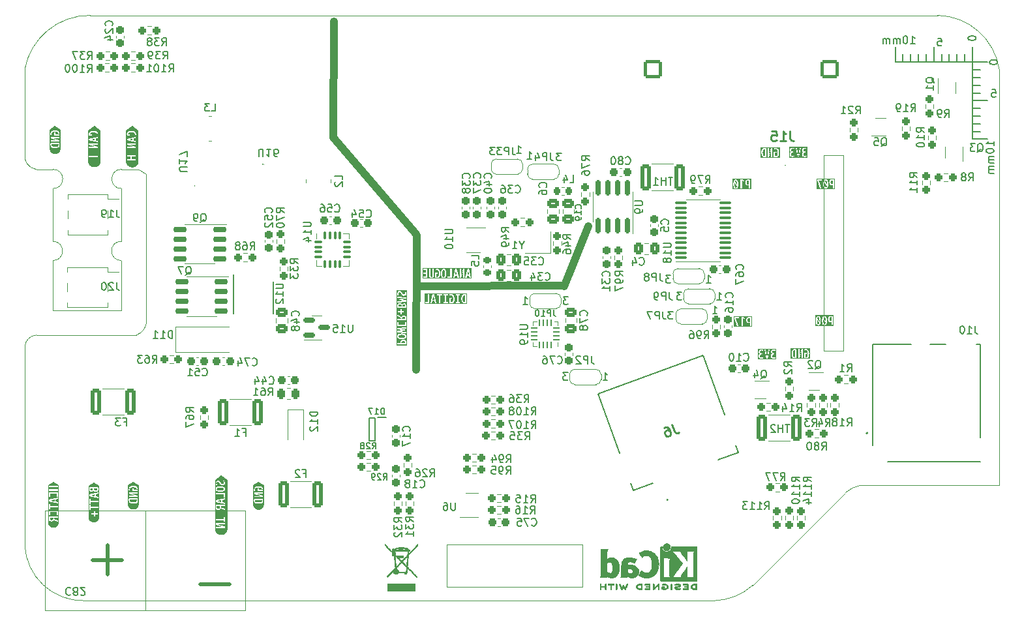
<source format=gbr>
%TF.GenerationSoftware,KiCad,Pcbnew,(6.0.9)*%
%TF.CreationDate,2022-11-23T17:03:00+02:00*%
%TF.ProjectId,Bird_detector_V1,42697264-5f64-4657-9465-63746f725f56,rev?*%
%TF.SameCoordinates,Original*%
%TF.FileFunction,Legend,Bot*%
%TF.FilePolarity,Positive*%
%FSLAX46Y46*%
G04 Gerber Fmt 4.6, Leading zero omitted, Abs format (unit mm)*
G04 Created by KiCad (PCBNEW (6.0.9)) date 2022-11-23 17:03:00*
%MOMM*%
%LPD*%
G01*
G04 APERTURE LIST*
G04 Aperture macros list*
%AMRoundRect*
0 Rectangle with rounded corners*
0 $1 Rounding radius*
0 $2 $3 $4 $5 $6 $7 $8 $9 X,Y pos of 4 corners*
0 Add a 4 corners polygon primitive as box body*
4,1,4,$2,$3,$4,$5,$6,$7,$8,$9,$2,$3,0*
0 Add four circle primitives for the rounded corners*
1,1,$1+$1,$2,$3*
1,1,$1+$1,$4,$5*
1,1,$1+$1,$6,$7*
1,1,$1+$1,$8,$9*
0 Add four rect primitives between the rounded corners*
20,1,$1+$1,$2,$3,$4,$5,0*
20,1,$1+$1,$4,$5,$6,$7,0*
20,1,$1+$1,$6,$7,$8,$9,0*
20,1,$1+$1,$8,$9,$2,$3,0*%
%AMRotRect*
0 Rectangle, with rotation*
0 The origin of the aperture is its center*
0 $1 length*
0 $2 width*
0 $3 Rotation angle, in degrees counterclockwise*
0 Add horizontal line*
21,1,$1,$2,0,0,$3*%
%AMFreePoly0*
4,1,22,0.550000,-0.750000,0.000000,-0.750000,0.000000,-0.745033,-0.079941,-0.743568,-0.215256,-0.701293,-0.333266,-0.622738,-0.424486,-0.514219,-0.481581,-0.384460,-0.499164,-0.250000,-0.500000,-0.250000,-0.500000,0.250000,-0.499164,0.250000,-0.499963,0.256109,-0.478152,0.396186,-0.417904,0.524511,-0.324060,0.630769,-0.204165,0.706417,-0.067858,0.745374,0.000000,0.744959,0.000000,0.750000,
0.550000,0.750000,0.550000,-0.750000,0.550000,-0.750000,$1*%
%AMFreePoly1*
4,1,20,0.000000,0.744959,0.073905,0.744508,0.209726,0.703889,0.328688,0.626782,0.421226,0.519385,0.479903,0.390333,0.500000,0.250000,0.500000,-0.250000,0.499851,-0.262216,0.476331,-0.402017,0.414519,-0.529596,0.319384,-0.634700,0.198574,-0.708877,0.061801,-0.746166,0.000000,-0.745033,0.000000,-0.750000,-0.550000,-0.750000,-0.550000,0.750000,0.000000,0.750000,0.000000,0.744959,
0.000000,0.744959,$1*%
G04 Aperture macros list end*
%ADD10C,1.000000*%
%TA.AperFunction,Profile*%
%ADD11C,0.100000*%
%TD*%
%ADD12C,0.150000*%
%ADD13C,0.254000*%
%ADD14C,0.130000*%
%ADD15C,0.500000*%
%ADD16C,0.120000*%
%TA.AperFunction,Profile*%
%ADD17C,0.120000*%
%TD*%
%ADD18C,0.100000*%
%ADD19C,0.200000*%
%ADD20C,0.010000*%
%ADD21RoundRect,0.237500X-0.237500X0.250000X-0.237500X-0.250000X0.237500X-0.250000X0.237500X0.250000X0*%
%ADD22R,1.980000X3.960000*%
%ADD23O,1.980000X3.960000*%
%ADD24C,0.600000*%
%ADD25C,5.700000*%
%ADD26C,3.600000*%
%ADD27RoundRect,0.200100X-0.949900X0.949900X-0.949900X-0.949900X0.949900X-0.949900X0.949900X0.949900X0*%
%ADD28C,2.500000*%
%ADD29R,3.000000X5.000000*%
%ADD30O,3.000000X5.000000*%
%ADD31RoundRect,0.200100X1.343361X0.000000X0.000000X1.343361X-1.343361X0.000000X0.000000X-1.343361X0*%
%ADD32RoundRect,0.200100X0.949900X-0.949900X0.949900X0.949900X-0.949900X0.949900X-0.949900X-0.949900X0*%
%ADD33R,1.700000X1.700000*%
%ADD34O,1.700000X1.700000*%
%ADD35R,1.275000X1.275000*%
%ADD36C,1.275000*%
%ADD37C,1.400000*%
%ADD38C,3.450000*%
%ADD39R,1.560000X0.650000*%
%ADD40FreePoly0,180.000000*%
%ADD41R,1.000000X1.500000*%
%ADD42FreePoly1,180.000000*%
%ADD43R,1.150000X1.000000*%
%ADD44RoundRect,0.237500X-0.250000X-0.237500X0.250000X-0.237500X0.250000X0.237500X-0.250000X0.237500X0*%
%ADD45RoundRect,0.237500X0.237500X-0.300000X0.237500X0.300000X-0.237500X0.300000X-0.237500X-0.300000X0*%
%ADD46RoundRect,0.237500X0.250000X0.237500X-0.250000X0.237500X-0.250000X-0.237500X0.250000X-0.237500X0*%
%ADD47RoundRect,0.237500X0.237500X-0.250000X0.237500X0.250000X-0.237500X0.250000X-0.237500X-0.250000X0*%
%ADD48RoundRect,0.062500X0.062500X-0.375000X0.062500X0.375000X-0.062500X0.375000X-0.062500X-0.375000X0*%
%ADD49RoundRect,0.062500X0.375000X-0.062500X0.375000X0.062500X-0.375000X0.062500X-0.375000X-0.062500X0*%
%ADD50R,1.450000X1.450000*%
%ADD51R,1.300000X3.400000*%
%ADD52R,3.180000X1.270000*%
%ADD53RoundRect,0.237500X-0.300000X-0.237500X0.300000X-0.237500X0.300000X0.237500X-0.300000X0.237500X0*%
%ADD54RoundRect,0.250000X-0.475000X0.337500X-0.475000X-0.337500X0.475000X-0.337500X0.475000X0.337500X0*%
%ADD55R,3.150000X1.000000*%
%ADD56RoundRect,0.250000X-0.337500X-0.475000X0.337500X-0.475000X0.337500X0.475000X-0.337500X0.475000X0*%
%ADD57RoundRect,0.237500X0.300000X0.237500X-0.300000X0.237500X-0.300000X-0.237500X0.300000X-0.237500X0*%
%ADD58R,3.500000X1.800000*%
%ADD59RoundRect,0.237500X-0.237500X0.300000X-0.237500X-0.300000X0.237500X-0.300000X0.237500X0.300000X0*%
%ADD60O,0.600000X0.240000*%
%ADD61R,0.200000X0.775000*%
%ADD62R,1.580000X2.850000*%
%ADD63RoundRect,0.250000X-0.400000X-1.450000X0.400000X-1.450000X0.400000X1.450000X-0.400000X1.450000X0*%
%ADD64R,0.700000X0.510000*%
%ADD65R,0.800000X1.500000*%
%ADD66R,1.000000X0.950000*%
%ADD67R,1.300000X1.400000*%
%ADD68R,1.400000X1.900000*%
%ADD69FreePoly0,0.000000*%
%ADD70FreePoly1,0.000000*%
%ADD71R,1.500000X0.400000*%
%ADD72RoundRect,0.250000X0.475000X-0.337500X0.475000X0.337500X-0.475000X0.337500X-0.475000X-0.337500X0*%
%ADD73R,1.150000X0.600000*%
%ADD74RoundRect,0.250000X0.337500X0.475000X-0.337500X0.475000X-0.337500X-0.475000X0.337500X-0.475000X0*%
%ADD75O,0.240000X0.600000*%
%ADD76R,0.775000X0.200000*%
%ADD77R,2.850000X1.580000*%
%ADD78RoundRect,0.150000X0.150000X-0.825000X0.150000X0.825000X-0.150000X0.825000X-0.150000X-0.825000X0*%
%ADD79C,3.000000*%
%ADD80R,2.500000X2.500000*%
%ADD81RoundRect,0.250000X0.400000X1.450000X-0.400000X1.450000X-0.400000X-1.450000X0.400000X-1.450000X0*%
%ADD82R,3.400000X1.300000*%
%ADD83RotRect,1.300000X3.000000X20.000000*%
%ADD84C,3.570000*%
%ADD85RoundRect,0.250000X-0.262500X-0.450000X0.262500X-0.450000X0.262500X0.450000X-0.262500X0.450000X0*%
%ADD86RoundRect,0.150000X0.725000X0.150000X-0.725000X0.150000X-0.725000X-0.150000X0.725000X-0.150000X0*%
%ADD87R,0.400000X1.500000*%
%ADD88R,1.200000X0.900000*%
%ADD89R,0.510000X1.100000*%
%ADD90RoundRect,0.218750X0.256250X-0.218750X0.256250X0.218750X-0.256250X0.218750X-0.256250X-0.218750X0*%
%ADD91RoundRect,0.100000X-0.637500X-0.100000X0.637500X-0.100000X0.637500X0.100000X-0.637500X0.100000X0*%
%ADD92RoundRect,0.150000X-0.587500X-0.150000X0.587500X-0.150000X0.587500X0.150000X-0.587500X0.150000X0*%
%ADD93RoundRect,0.087500X-0.087500X0.425000X-0.087500X-0.425000X0.087500X-0.425000X0.087500X0.425000X0*%
%ADD94RoundRect,0.087500X-0.425000X0.087500X-0.425000X-0.087500X0.425000X-0.087500X0.425000X0.087500X0*%
%ADD95R,2.100000X2.100000*%
%ADD96RoundRect,0.218750X-0.218750X-0.256250X0.218750X-0.256250X0.218750X0.256250X-0.218750X0.256250X0*%
G04 APERTURE END LIST*
D10*
X142265400Y-90424000D02*
X131622800Y-77927200D01*
X131572000Y-77851000D02*
X131597400Y-62814200D01*
X142392400Y-90576400D02*
X142316200Y-107975400D01*
X161493200Y-97155000D02*
X164693600Y-89408000D01*
X142411450Y-97142300D02*
X161474150Y-97116900D01*
D11*
X186000000Y-136000000D02*
X198000000Y-124000000D01*
X91500000Y-69000000D02*
X91500000Y-80000000D01*
X95151800Y-91338400D02*
X95177200Y-84491200D01*
X146253200Y-130683000D02*
X163855400Y-130683000D01*
X163855400Y-130683000D02*
X163855400Y-136220200D01*
X163855400Y-136220200D02*
X146253200Y-136220200D01*
X146253200Y-136220200D02*
X146253200Y-130683000D01*
X107289600Y-82600800D02*
X107289600Y-102000000D01*
X104021800Y-91333000D02*
X104047200Y-84485800D01*
X91500000Y-80000000D02*
G75*
G03*
X93000000Y-82000000I1750000J-250000D01*
G01*
X100000000Y-61999995D02*
G75*
G03*
X91500000Y-69000000I-78860J-8564955D01*
G01*
X95168400Y-100333800D02*
X104038400Y-100333800D01*
X91500000Y-130750000D02*
G75*
G03*
X99250000Y-138000000I7563800J318200D01*
G01*
X95151800Y-93838400D02*
X95168400Y-100333800D01*
X200000005Y-123000022D02*
G75*
G03*
X198000000Y-124000000I865995J-4232078D01*
G01*
X218000000Y-123000000D02*
X218000000Y-69000000D01*
X93000000Y-103500000D02*
X106000000Y-103500000D01*
X106324400Y-81985800D02*
X107289600Y-82600800D01*
X181000000Y-138000013D02*
G75*
G03*
X186000000Y-136000000I-247500J7868713D01*
G01*
X104047200Y-81985800D02*
X106324400Y-81985800D01*
X99250000Y-138000000D02*
X181000000Y-138000000D01*
X104021800Y-93833000D02*
X104038400Y-100333800D01*
X91500000Y-130750000D02*
X91500000Y-105000000D01*
X105999998Y-103499995D02*
G75*
G03*
X107289600Y-102000000I-654198J1866795D01*
G01*
X93000000Y-82000000D02*
X95177200Y-81991200D01*
X218000000Y-123000000D02*
X200000000Y-123000000D01*
X218000023Y-68999996D02*
G75*
G03*
X210000000Y-62000000I-8171123J-1267004D01*
G01*
X210000000Y-62000000D02*
X100000000Y-62000000D01*
X93000000Y-103500000D02*
G75*
G03*
X91500000Y-105000000I143800J-1643800D01*
G01*
D12*
%TO.C,R114*%
X193568580Y-122528152D02*
X193092390Y-122194819D01*
X193568580Y-121956723D02*
X192568580Y-121956723D01*
X192568580Y-122337676D01*
X192616200Y-122432914D01*
X192663819Y-122480533D01*
X192759057Y-122528152D01*
X192901914Y-122528152D01*
X192997152Y-122480533D01*
X193044771Y-122432914D01*
X193092390Y-122337676D01*
X193092390Y-121956723D01*
X193568580Y-123480533D02*
X193568580Y-122909104D01*
X193568580Y-123194819D02*
X192568580Y-123194819D01*
X192711438Y-123099580D01*
X192806676Y-123004342D01*
X192854295Y-122909104D01*
X193568580Y-124432914D02*
X193568580Y-123861485D01*
X193568580Y-124147200D02*
X192568580Y-124147200D01*
X192711438Y-124051961D01*
X192806676Y-123956723D01*
X192854295Y-123861485D01*
X192901914Y-125290057D02*
X193568580Y-125290057D01*
X192520961Y-125051961D02*
X193235247Y-124813866D01*
X193235247Y-125432914D01*
%TO.C,R113*%
X187555047Y-126156980D02*
X187888380Y-125680790D01*
X188126476Y-126156980D02*
X188126476Y-125156980D01*
X187745523Y-125156980D01*
X187650285Y-125204600D01*
X187602666Y-125252219D01*
X187555047Y-125347457D01*
X187555047Y-125490314D01*
X187602666Y-125585552D01*
X187650285Y-125633171D01*
X187745523Y-125680790D01*
X188126476Y-125680790D01*
X186602666Y-126156980D02*
X187174095Y-126156980D01*
X186888380Y-126156980D02*
X186888380Y-125156980D01*
X186983619Y-125299838D01*
X187078857Y-125395076D01*
X187174095Y-125442695D01*
X185650285Y-126156980D02*
X186221714Y-126156980D01*
X185936000Y-126156980D02*
X185936000Y-125156980D01*
X186031238Y-125299838D01*
X186126476Y-125395076D01*
X186221714Y-125442695D01*
X185316952Y-125156980D02*
X184697904Y-125156980D01*
X185031238Y-125537933D01*
X184888380Y-125537933D01*
X184793142Y-125585552D01*
X184745523Y-125633171D01*
X184697904Y-125728409D01*
X184697904Y-125966504D01*
X184745523Y-126061742D01*
X184793142Y-126109361D01*
X184888380Y-126156980D01*
X185174095Y-126156980D01*
X185269333Y-126109361D01*
X185316952Y-126061742D01*
%TO.C,R110*%
X192044580Y-122526252D02*
X191568390Y-122192919D01*
X192044580Y-121954823D02*
X191044580Y-121954823D01*
X191044580Y-122335776D01*
X191092200Y-122431014D01*
X191139819Y-122478633D01*
X191235057Y-122526252D01*
X191377914Y-122526252D01*
X191473152Y-122478633D01*
X191520771Y-122431014D01*
X191568390Y-122335776D01*
X191568390Y-121954823D01*
X192044580Y-123478633D02*
X192044580Y-122907204D01*
X192044580Y-123192919D02*
X191044580Y-123192919D01*
X191187438Y-123097680D01*
X191282676Y-123002442D01*
X191330295Y-122907204D01*
X192044580Y-124431014D02*
X192044580Y-123859585D01*
X192044580Y-124145300D02*
X191044580Y-124145300D01*
X191187438Y-124050061D01*
X191282676Y-123954823D01*
X191330295Y-123859585D01*
X191044580Y-125050061D02*
X191044580Y-125145300D01*
X191092200Y-125240538D01*
X191139819Y-125288157D01*
X191235057Y-125335776D01*
X191425533Y-125383395D01*
X191663628Y-125383395D01*
X191854104Y-125335776D01*
X191949342Y-125288157D01*
X191996961Y-125240538D01*
X192044580Y-125145300D01*
X192044580Y-125050061D01*
X191996961Y-124954823D01*
X191949342Y-124907204D01*
X191854104Y-124859585D01*
X191663628Y-124811966D01*
X191425533Y-124811966D01*
X191235057Y-124859585D01*
X191139819Y-124907204D01*
X191092200Y-124954823D01*
X191044580Y-125050061D01*
%TO.C,U10*%
X146061180Y-89770104D02*
X146870704Y-89770104D01*
X146965942Y-89817723D01*
X147013561Y-89865342D01*
X147061180Y-89960580D01*
X147061180Y-90151057D01*
X147013561Y-90246295D01*
X146965942Y-90293914D01*
X146870704Y-90341533D01*
X146061180Y-90341533D01*
X147061180Y-91341533D02*
X147061180Y-90770104D01*
X147061180Y-91055819D02*
X146061180Y-91055819D01*
X146204038Y-90960580D01*
X146299276Y-90865342D01*
X146346895Y-90770104D01*
X146061180Y-91960580D02*
X146061180Y-92055819D01*
X146108800Y-92151057D01*
X146156419Y-92198676D01*
X146251657Y-92246295D01*
X146442133Y-92293914D01*
X146680228Y-92293914D01*
X146870704Y-92246295D01*
X146965942Y-92198676D01*
X147013561Y-92151057D01*
X147061180Y-92055819D01*
X147061180Y-91960580D01*
X147013561Y-91865342D01*
X146965942Y-91817723D01*
X146870704Y-91770104D01*
X146680228Y-91722485D01*
X146442133Y-91722485D01*
X146251657Y-91770104D01*
X146156419Y-91817723D01*
X146108800Y-91865342D01*
X146061180Y-91960580D01*
%TO.C,JP3*%
X154808133Y-79106780D02*
X154808133Y-79821066D01*
X154855752Y-79963923D01*
X154950990Y-80059161D01*
X155093847Y-80106780D01*
X155189085Y-80106780D01*
X154331942Y-80106780D02*
X154331942Y-79106780D01*
X153950990Y-79106780D01*
X153855752Y-79154400D01*
X153808133Y-79202019D01*
X153760514Y-79297257D01*
X153760514Y-79440114D01*
X153808133Y-79535352D01*
X153855752Y-79582971D01*
X153950990Y-79630590D01*
X154331942Y-79630590D01*
X153427180Y-79106780D02*
X152808133Y-79106780D01*
X153141466Y-79487733D01*
X152998609Y-79487733D01*
X152903371Y-79535352D01*
X152855752Y-79582971D01*
X152808133Y-79678209D01*
X152808133Y-79916304D01*
X152855752Y-80011542D01*
X152903371Y-80059161D01*
X152998609Y-80106780D01*
X153284323Y-80106780D01*
X153379561Y-80059161D01*
X153427180Y-80011542D01*
X155340085Y-79903580D02*
X155911514Y-79903580D01*
X155625800Y-79903580D02*
X155625800Y-78903580D01*
X155721038Y-79046438D01*
X155816276Y-79141676D01*
X155911514Y-79189295D01*
X152530133Y-79106780D02*
X151911085Y-79106780D01*
X152244419Y-79487733D01*
X152101561Y-79487733D01*
X152006323Y-79535352D01*
X151958704Y-79582971D01*
X151911085Y-79678209D01*
X151911085Y-79916304D01*
X151958704Y-80011542D01*
X152006323Y-80059161D01*
X152101561Y-80106780D01*
X152387276Y-80106780D01*
X152482514Y-80059161D01*
X152530133Y-80011542D01*
%TO.C,Y1*%
X156000390Y-91822590D02*
X156000390Y-92298780D01*
X156333723Y-91298780D02*
X156000390Y-91822590D01*
X155667057Y-91298780D01*
X154809914Y-92298780D02*
X155381342Y-92298780D01*
X155095628Y-92298780D02*
X155095628Y-91298780D01*
X155190866Y-91441638D01*
X155286104Y-91536876D01*
X155381342Y-91584495D01*
%TO.C,R100*%
X99620247Y-69362580D02*
X99953580Y-68886390D01*
X100191676Y-69362580D02*
X100191676Y-68362580D01*
X99810723Y-68362580D01*
X99715485Y-68410200D01*
X99667866Y-68457819D01*
X99620247Y-68553057D01*
X99620247Y-68695914D01*
X99667866Y-68791152D01*
X99715485Y-68838771D01*
X99810723Y-68886390D01*
X100191676Y-68886390D01*
X98667866Y-69362580D02*
X99239295Y-69362580D01*
X98953580Y-69362580D02*
X98953580Y-68362580D01*
X99048819Y-68505438D01*
X99144057Y-68600676D01*
X99239295Y-68648295D01*
X98048819Y-68362580D02*
X97953580Y-68362580D01*
X97858342Y-68410200D01*
X97810723Y-68457819D01*
X97763104Y-68553057D01*
X97715485Y-68743533D01*
X97715485Y-68981628D01*
X97763104Y-69172104D01*
X97810723Y-69267342D01*
X97858342Y-69314961D01*
X97953580Y-69362580D01*
X98048819Y-69362580D01*
X98144057Y-69314961D01*
X98191676Y-69267342D01*
X98239295Y-69172104D01*
X98286914Y-68981628D01*
X98286914Y-68743533D01*
X98239295Y-68553057D01*
X98191676Y-68457819D01*
X98144057Y-68410200D01*
X98048819Y-68362580D01*
X97096438Y-68362580D02*
X97001200Y-68362580D01*
X96905961Y-68410200D01*
X96858342Y-68457819D01*
X96810723Y-68553057D01*
X96763104Y-68743533D01*
X96763104Y-68981628D01*
X96810723Y-69172104D01*
X96858342Y-69267342D01*
X96905961Y-69314961D01*
X97001200Y-69362580D01*
X97096438Y-69362580D01*
X97191676Y-69314961D01*
X97239295Y-69267342D01*
X97286914Y-69172104D01*
X97334533Y-68981628D01*
X97334533Y-68743533D01*
X97286914Y-68553057D01*
X97239295Y-68457819D01*
X97191676Y-68410200D01*
X97096438Y-68362580D01*
%TO.C,C5*%
X174989742Y-89114333D02*
X175037361Y-89066714D01*
X175084980Y-88923857D01*
X175084980Y-88828619D01*
X175037361Y-88685761D01*
X174942123Y-88590523D01*
X174846885Y-88542904D01*
X174656409Y-88495285D01*
X174513552Y-88495285D01*
X174323076Y-88542904D01*
X174227838Y-88590523D01*
X174132600Y-88685761D01*
X174084980Y-88828619D01*
X174084980Y-88923857D01*
X174132600Y-89066714D01*
X174180219Y-89114333D01*
X174084980Y-90019095D02*
X174084980Y-89542904D01*
X174561171Y-89495285D01*
X174513552Y-89542904D01*
X174465933Y-89638142D01*
X174465933Y-89876238D01*
X174513552Y-89971476D01*
X174561171Y-90019095D01*
X174656409Y-90066714D01*
X174894504Y-90066714D01*
X174989742Y-90019095D01*
X175037361Y-89971476D01*
X175084980Y-89876238D01*
X175084980Y-89638142D01*
X175037361Y-89542904D01*
X174989742Y-89495285D01*
%TO.C,R94*%
X154008057Y-120060980D02*
X154341390Y-119584790D01*
X154579485Y-120060980D02*
X154579485Y-119060980D01*
X154198533Y-119060980D01*
X154103295Y-119108600D01*
X154055676Y-119156219D01*
X154008057Y-119251457D01*
X154008057Y-119394314D01*
X154055676Y-119489552D01*
X154103295Y-119537171D01*
X154198533Y-119584790D01*
X154579485Y-119584790D01*
X153531866Y-120060980D02*
X153341390Y-120060980D01*
X153246152Y-120013361D01*
X153198533Y-119965742D01*
X153103295Y-119822885D01*
X153055676Y-119632409D01*
X153055676Y-119251457D01*
X153103295Y-119156219D01*
X153150914Y-119108600D01*
X153246152Y-119060980D01*
X153436628Y-119060980D01*
X153531866Y-119108600D01*
X153579485Y-119156219D01*
X153627104Y-119251457D01*
X153627104Y-119489552D01*
X153579485Y-119584790D01*
X153531866Y-119632409D01*
X153436628Y-119680028D01*
X153246152Y-119680028D01*
X153150914Y-119632409D01*
X153103295Y-119584790D01*
X153055676Y-119489552D01*
X152198533Y-119394314D02*
X152198533Y-120060980D01*
X152436628Y-119013361D02*
X152674723Y-119727647D01*
X152055676Y-119727647D01*
%TO.C,R97*%
X169159180Y-95826342D02*
X168682990Y-95493009D01*
X169159180Y-95254914D02*
X168159180Y-95254914D01*
X168159180Y-95635866D01*
X168206800Y-95731104D01*
X168254419Y-95778723D01*
X168349657Y-95826342D01*
X168492514Y-95826342D01*
X168587752Y-95778723D01*
X168635371Y-95731104D01*
X168682990Y-95635866D01*
X168682990Y-95254914D01*
X169159180Y-96302533D02*
X169159180Y-96493009D01*
X169111561Y-96588247D01*
X169063942Y-96635866D01*
X168921085Y-96731104D01*
X168730609Y-96778723D01*
X168349657Y-96778723D01*
X168254419Y-96731104D01*
X168206800Y-96683485D01*
X168159180Y-96588247D01*
X168159180Y-96397771D01*
X168206800Y-96302533D01*
X168254419Y-96254914D01*
X168349657Y-96207295D01*
X168587752Y-96207295D01*
X168682990Y-96254914D01*
X168730609Y-96302533D01*
X168778228Y-96397771D01*
X168778228Y-96588247D01*
X168730609Y-96683485D01*
X168682990Y-96731104D01*
X168587752Y-96778723D01*
X168159180Y-97112057D02*
X168159180Y-97778723D01*
X169159180Y-97350152D01*
%TO.C,R16*%
X157132257Y-126690380D02*
X157465590Y-126214190D01*
X157703685Y-126690380D02*
X157703685Y-125690380D01*
X157322733Y-125690380D01*
X157227495Y-125738000D01*
X157179876Y-125785619D01*
X157132257Y-125880857D01*
X157132257Y-126023714D01*
X157179876Y-126118952D01*
X157227495Y-126166571D01*
X157322733Y-126214190D01*
X157703685Y-126214190D01*
X156179876Y-126690380D02*
X156751304Y-126690380D01*
X156465590Y-126690380D02*
X156465590Y-125690380D01*
X156560828Y-125833238D01*
X156656066Y-125928476D01*
X156751304Y-125976095D01*
X155322733Y-125690380D02*
X155513209Y-125690380D01*
X155608447Y-125738000D01*
X155656066Y-125785619D01*
X155751304Y-125928476D01*
X155798923Y-126118952D01*
X155798923Y-126499904D01*
X155751304Y-126595142D01*
X155703685Y-126642761D01*
X155608447Y-126690380D01*
X155417971Y-126690380D01*
X155322733Y-126642761D01*
X155275114Y-126595142D01*
X155227495Y-126499904D01*
X155227495Y-126261809D01*
X155275114Y-126166571D01*
X155322733Y-126118952D01*
X155417971Y-126071333D01*
X155608447Y-126071333D01*
X155703685Y-126118952D01*
X155751304Y-126166571D01*
X155798923Y-126261809D01*
%TO.C,R11*%
X207360780Y-83050142D02*
X206884590Y-82716809D01*
X207360780Y-82478714D02*
X206360780Y-82478714D01*
X206360780Y-82859666D01*
X206408400Y-82954904D01*
X206456019Y-83002523D01*
X206551257Y-83050142D01*
X206694114Y-83050142D01*
X206789352Y-83002523D01*
X206836971Y-82954904D01*
X206884590Y-82859666D01*
X206884590Y-82478714D01*
X207360780Y-84002523D02*
X207360780Y-83431095D01*
X207360780Y-83716809D02*
X206360780Y-83716809D01*
X206503638Y-83621571D01*
X206598876Y-83526333D01*
X206646495Y-83431095D01*
X207360780Y-84954904D02*
X207360780Y-84383476D01*
X207360780Y-84669190D02*
X206360780Y-84669190D01*
X206503638Y-84573952D01*
X206598876Y-84478714D01*
X206646495Y-84383476D01*
%TO.C,U19*%
X155763980Y-102190704D02*
X156573504Y-102190704D01*
X156668742Y-102238323D01*
X156716361Y-102285942D01*
X156763980Y-102381180D01*
X156763980Y-102571657D01*
X156716361Y-102666895D01*
X156668742Y-102714514D01*
X156573504Y-102762133D01*
X155763980Y-102762133D01*
X156763980Y-103762133D02*
X156763980Y-103190704D01*
X156763980Y-103476419D02*
X155763980Y-103476419D01*
X155906838Y-103381180D01*
X156002076Y-103285942D01*
X156049695Y-103190704D01*
X156763980Y-104238323D02*
X156763980Y-104428800D01*
X156716361Y-104524038D01*
X156668742Y-104571657D01*
X156525885Y-104666895D01*
X156335409Y-104714514D01*
X155954457Y-104714514D01*
X155859219Y-104666895D01*
X155811600Y-104619276D01*
X155763980Y-104524038D01*
X155763980Y-104333561D01*
X155811600Y-104238323D01*
X155859219Y-104190704D01*
X155954457Y-104143085D01*
X156192552Y-104143085D01*
X156287790Y-104190704D01*
X156335409Y-104238323D01*
X156383028Y-104333561D01*
X156383028Y-104524038D01*
X156335409Y-104619276D01*
X156287790Y-104666895D01*
X156192552Y-104714514D01*
%TO.C,R70*%
X125166380Y-87622142D02*
X124690190Y-87288809D01*
X125166380Y-87050714D02*
X124166380Y-87050714D01*
X124166380Y-87431666D01*
X124214000Y-87526904D01*
X124261619Y-87574523D01*
X124356857Y-87622142D01*
X124499714Y-87622142D01*
X124594952Y-87574523D01*
X124642571Y-87526904D01*
X124690190Y-87431666D01*
X124690190Y-87050714D01*
X124166380Y-87955476D02*
X124166380Y-88622142D01*
X125166380Y-88193571D01*
X124166380Y-89193571D02*
X124166380Y-89288809D01*
X124214000Y-89384047D01*
X124261619Y-89431666D01*
X124356857Y-89479285D01*
X124547333Y-89526904D01*
X124785428Y-89526904D01*
X124975904Y-89479285D01*
X125071142Y-89431666D01*
X125118761Y-89384047D01*
X125166380Y-89288809D01*
X125166380Y-89193571D01*
X125118761Y-89098333D01*
X125071142Y-89050714D01*
X124975904Y-89003095D01*
X124785428Y-88955476D01*
X124547333Y-88955476D01*
X124356857Y-89003095D01*
X124261619Y-89050714D01*
X124214000Y-89098333D01*
X124166380Y-89193571D01*
%TO.C,L3*%
X115711266Y-74434980D02*
X116187457Y-74434980D01*
X116187457Y-73434980D01*
X115473171Y-73434980D02*
X114854123Y-73434980D01*
X115187457Y-73815933D01*
X115044600Y-73815933D01*
X114949361Y-73863552D01*
X114901742Y-73911171D01*
X114854123Y-74006409D01*
X114854123Y-74244504D01*
X114901742Y-74339742D01*
X114949361Y-74387361D01*
X115044600Y-74434980D01*
X115330314Y-74434980D01*
X115425552Y-74387361D01*
X115473171Y-74339742D01*
D13*
%TO.C,J15*%
X190842295Y-77028523D02*
X190842295Y-77935666D01*
X190902771Y-78117095D01*
X191023723Y-78238047D01*
X191205152Y-78298523D01*
X191326104Y-78298523D01*
X189572295Y-78298523D02*
X190298009Y-78298523D01*
X189935152Y-78298523D02*
X189935152Y-77028523D01*
X190056104Y-77209952D01*
X190177057Y-77330904D01*
X190298009Y-77391380D01*
X188423247Y-77028523D02*
X189028009Y-77028523D01*
X189088485Y-77633285D01*
X189028009Y-77572809D01*
X188907057Y-77512333D01*
X188604676Y-77512333D01*
X188483723Y-77572809D01*
X188423247Y-77633285D01*
X188362771Y-77754238D01*
X188362771Y-78056619D01*
X188423247Y-78177571D01*
X188483723Y-78238047D01*
X188604676Y-78298523D01*
X188907057Y-78298523D01*
X189028009Y-78238047D01*
X189088485Y-78177571D01*
D12*
%TO.C,R36*%
X156319457Y-112263180D02*
X156652790Y-111786990D01*
X156890885Y-112263180D02*
X156890885Y-111263180D01*
X156509933Y-111263180D01*
X156414695Y-111310800D01*
X156367076Y-111358419D01*
X156319457Y-111453657D01*
X156319457Y-111596514D01*
X156367076Y-111691752D01*
X156414695Y-111739371D01*
X156509933Y-111786990D01*
X156890885Y-111786990D01*
X155986123Y-111263180D02*
X155367076Y-111263180D01*
X155700409Y-111644133D01*
X155557552Y-111644133D01*
X155462314Y-111691752D01*
X155414695Y-111739371D01*
X155367076Y-111834609D01*
X155367076Y-112072704D01*
X155414695Y-112167942D01*
X155462314Y-112215561D01*
X155557552Y-112263180D01*
X155843266Y-112263180D01*
X155938504Y-112215561D01*
X155986123Y-112167942D01*
X154509933Y-111263180D02*
X154700409Y-111263180D01*
X154795647Y-111310800D01*
X154843266Y-111358419D01*
X154938504Y-111501276D01*
X154986123Y-111691752D01*
X154986123Y-112072704D01*
X154938504Y-112167942D01*
X154890885Y-112215561D01*
X154795647Y-112263180D01*
X154605171Y-112263180D01*
X154509933Y-112215561D01*
X154462314Y-112167942D01*
X154414695Y-112072704D01*
X154414695Y-111834609D01*
X154462314Y-111739371D01*
X154509933Y-111691752D01*
X154605171Y-111644133D01*
X154795647Y-111644133D01*
X154890885Y-111691752D01*
X154938504Y-111739371D01*
X154986123Y-111834609D01*
%TO.C,C44*%
X123223257Y-109805742D02*
X123270876Y-109853361D01*
X123413733Y-109900980D01*
X123508971Y-109900980D01*
X123651828Y-109853361D01*
X123747066Y-109758123D01*
X123794685Y-109662885D01*
X123842304Y-109472409D01*
X123842304Y-109329552D01*
X123794685Y-109139076D01*
X123747066Y-109043838D01*
X123651828Y-108948600D01*
X123508971Y-108900980D01*
X123413733Y-108900980D01*
X123270876Y-108948600D01*
X123223257Y-108996219D01*
X122366114Y-109234314D02*
X122366114Y-109900980D01*
X122604209Y-108853361D02*
X122842304Y-109567647D01*
X122223257Y-109567647D01*
X121413733Y-109234314D02*
X121413733Y-109900980D01*
X121651828Y-108853361D02*
X121889923Y-109567647D01*
X121270876Y-109567647D01*
%TO.C,R38*%
X109304057Y-65933580D02*
X109637390Y-65457390D01*
X109875485Y-65933580D02*
X109875485Y-64933580D01*
X109494533Y-64933580D01*
X109399295Y-64981200D01*
X109351676Y-65028819D01*
X109304057Y-65124057D01*
X109304057Y-65266914D01*
X109351676Y-65362152D01*
X109399295Y-65409771D01*
X109494533Y-65457390D01*
X109875485Y-65457390D01*
X108970723Y-64933580D02*
X108351676Y-64933580D01*
X108685009Y-65314533D01*
X108542152Y-65314533D01*
X108446914Y-65362152D01*
X108399295Y-65409771D01*
X108351676Y-65505009D01*
X108351676Y-65743104D01*
X108399295Y-65838342D01*
X108446914Y-65885961D01*
X108542152Y-65933580D01*
X108827866Y-65933580D01*
X108923104Y-65885961D01*
X108970723Y-65838342D01*
X107780247Y-65362152D02*
X107875485Y-65314533D01*
X107923104Y-65266914D01*
X107970723Y-65171676D01*
X107970723Y-65124057D01*
X107923104Y-65028819D01*
X107875485Y-64981200D01*
X107780247Y-64933580D01*
X107589771Y-64933580D01*
X107494533Y-64981200D01*
X107446914Y-65028819D01*
X107399295Y-65124057D01*
X107399295Y-65171676D01*
X107446914Y-65266914D01*
X107494533Y-65314533D01*
X107589771Y-65362152D01*
X107780247Y-65362152D01*
X107875485Y-65409771D01*
X107923104Y-65457390D01*
X107970723Y-65552628D01*
X107970723Y-65743104D01*
X107923104Y-65838342D01*
X107875485Y-65885961D01*
X107780247Y-65933580D01*
X107589771Y-65933580D01*
X107494533Y-65885961D01*
X107446914Y-65838342D01*
X107399295Y-65743104D01*
X107399295Y-65552628D01*
X107446914Y-65457390D01*
X107494533Y-65409771D01*
X107589771Y-65362152D01*
%TO.C,R9*%
X210910466Y-75229980D02*
X211243800Y-74753790D01*
X211481895Y-75229980D02*
X211481895Y-74229980D01*
X211100942Y-74229980D01*
X211005704Y-74277600D01*
X210958085Y-74325219D01*
X210910466Y-74420457D01*
X210910466Y-74563314D01*
X210958085Y-74658552D01*
X211005704Y-74706171D01*
X211100942Y-74753790D01*
X211481895Y-74753790D01*
X210434276Y-75229980D02*
X210243800Y-75229980D01*
X210148561Y-75182361D01*
X210100942Y-75134742D01*
X210005704Y-74991885D01*
X209958085Y-74801409D01*
X209958085Y-74420457D01*
X210005704Y-74325219D01*
X210053323Y-74277600D01*
X210148561Y-74229980D01*
X210339038Y-74229980D01*
X210434276Y-74277600D01*
X210481895Y-74325219D01*
X210529514Y-74420457D01*
X210529514Y-74658552D01*
X210481895Y-74753790D01*
X210434276Y-74801409D01*
X210339038Y-74849028D01*
X210148561Y-74849028D01*
X210053323Y-74801409D01*
X210005704Y-74753790D01*
X209958085Y-74658552D01*
%TO.C,C6*%
X159157942Y-84313733D02*
X159205561Y-84266114D01*
X159253180Y-84123257D01*
X159253180Y-84028019D01*
X159205561Y-83885161D01*
X159110323Y-83789923D01*
X159015085Y-83742304D01*
X158824609Y-83694685D01*
X158681752Y-83694685D01*
X158491276Y-83742304D01*
X158396038Y-83789923D01*
X158300800Y-83885161D01*
X158253180Y-84028019D01*
X158253180Y-84123257D01*
X158300800Y-84266114D01*
X158348419Y-84313733D01*
X158253180Y-85170876D02*
X158253180Y-84980400D01*
X158300800Y-84885161D01*
X158348419Y-84837542D01*
X158491276Y-84742304D01*
X158681752Y-84694685D01*
X159062704Y-84694685D01*
X159157942Y-84742304D01*
X159205561Y-84789923D01*
X159253180Y-84885161D01*
X159253180Y-85075638D01*
X159205561Y-85170876D01*
X159157942Y-85218495D01*
X159062704Y-85266114D01*
X158824609Y-85266114D01*
X158729371Y-85218495D01*
X158681752Y-85170876D01*
X158634133Y-85075638D01*
X158634133Y-84885161D01*
X158681752Y-84789923D01*
X158729371Y-84742304D01*
X158824609Y-84694685D01*
%TO.C,J20*%
X103425523Y-96683580D02*
X103425523Y-97397866D01*
X103473142Y-97540723D01*
X103568380Y-97635961D01*
X103711238Y-97683580D01*
X103806476Y-97683580D01*
X102996952Y-96778819D02*
X102949333Y-96731200D01*
X102854095Y-96683580D01*
X102616000Y-96683580D01*
X102520761Y-96731200D01*
X102473142Y-96778819D01*
X102425523Y-96874057D01*
X102425523Y-96969295D01*
X102473142Y-97112152D01*
X103044571Y-97683580D01*
X102425523Y-97683580D01*
X101806476Y-96683580D02*
X101711238Y-96683580D01*
X101616000Y-96731200D01*
X101568380Y-96778819D01*
X101520761Y-96874057D01*
X101473142Y-97064533D01*
X101473142Y-97302628D01*
X101520761Y-97493104D01*
X101568380Y-97588342D01*
X101616000Y-97635961D01*
X101711238Y-97683580D01*
X101806476Y-97683580D01*
X101901714Y-97635961D01*
X101949333Y-97588342D01*
X101996952Y-97493104D01*
X102044571Y-97302628D01*
X102044571Y-97064533D01*
X101996952Y-96874057D01*
X101949333Y-96778819D01*
X101901714Y-96731200D01*
X101806476Y-96683580D01*
%TO.C,C35*%
X158224457Y-94311742D02*
X158272076Y-94359361D01*
X158414933Y-94406980D01*
X158510171Y-94406980D01*
X158653028Y-94359361D01*
X158748266Y-94264123D01*
X158795885Y-94168885D01*
X158843504Y-93978409D01*
X158843504Y-93835552D01*
X158795885Y-93645076D01*
X158748266Y-93549838D01*
X158653028Y-93454600D01*
X158510171Y-93406980D01*
X158414933Y-93406980D01*
X158272076Y-93454600D01*
X158224457Y-93502219D01*
X157891123Y-93406980D02*
X157272076Y-93406980D01*
X157605409Y-93787933D01*
X157462552Y-93787933D01*
X157367314Y-93835552D01*
X157319695Y-93883171D01*
X157272076Y-93978409D01*
X157272076Y-94216504D01*
X157319695Y-94311742D01*
X157367314Y-94359361D01*
X157462552Y-94406980D01*
X157748266Y-94406980D01*
X157843504Y-94359361D01*
X157891123Y-94311742D01*
X156367314Y-93406980D02*
X156843504Y-93406980D01*
X156891123Y-93883171D01*
X156843504Y-93835552D01*
X156748266Y-93787933D01*
X156510171Y-93787933D01*
X156414933Y-93835552D01*
X156367314Y-93883171D01*
X156319695Y-93978409D01*
X156319695Y-94216504D01*
X156367314Y-94311742D01*
X156414933Y-94359361D01*
X156510171Y-94406980D01*
X156748266Y-94406980D01*
X156843504Y-94359361D01*
X156891123Y-94311742D01*
%TO.C,C67*%
X184710342Y-94962742D02*
X184757961Y-94915123D01*
X184805580Y-94772266D01*
X184805580Y-94677028D01*
X184757961Y-94534171D01*
X184662723Y-94438933D01*
X184567485Y-94391314D01*
X184377009Y-94343695D01*
X184234152Y-94343695D01*
X184043676Y-94391314D01*
X183948438Y-94438933D01*
X183853200Y-94534171D01*
X183805580Y-94677028D01*
X183805580Y-94772266D01*
X183853200Y-94915123D01*
X183900819Y-94962742D01*
X183805580Y-95819885D02*
X183805580Y-95629409D01*
X183853200Y-95534171D01*
X183900819Y-95486552D01*
X184043676Y-95391314D01*
X184234152Y-95343695D01*
X184615104Y-95343695D01*
X184710342Y-95391314D01*
X184757961Y-95438933D01*
X184805580Y-95534171D01*
X184805580Y-95724647D01*
X184757961Y-95819885D01*
X184710342Y-95867504D01*
X184615104Y-95915123D01*
X184377009Y-95915123D01*
X184281771Y-95867504D01*
X184234152Y-95819885D01*
X184186533Y-95724647D01*
X184186533Y-95534171D01*
X184234152Y-95438933D01*
X184281771Y-95391314D01*
X184377009Y-95343695D01*
X183805580Y-96248457D02*
X183805580Y-96915123D01*
X184805580Y-96486552D01*
%TO.C,R37*%
X99652057Y-67686180D02*
X99985390Y-67209990D01*
X100223485Y-67686180D02*
X100223485Y-66686180D01*
X99842533Y-66686180D01*
X99747295Y-66733800D01*
X99699676Y-66781419D01*
X99652057Y-66876657D01*
X99652057Y-67019514D01*
X99699676Y-67114752D01*
X99747295Y-67162371D01*
X99842533Y-67209990D01*
X100223485Y-67209990D01*
X99318723Y-66686180D02*
X98699676Y-66686180D01*
X99033009Y-67067133D01*
X98890152Y-67067133D01*
X98794914Y-67114752D01*
X98747295Y-67162371D01*
X98699676Y-67257609D01*
X98699676Y-67495704D01*
X98747295Y-67590942D01*
X98794914Y-67638561D01*
X98890152Y-67686180D01*
X99175866Y-67686180D01*
X99271104Y-67638561D01*
X99318723Y-67590942D01*
X98366342Y-66686180D02*
X97699676Y-66686180D01*
X98128247Y-67686180D01*
%TO.C,D11*%
X110662885Y-103906580D02*
X110662885Y-102906580D01*
X110424790Y-102906580D01*
X110281933Y-102954200D01*
X110186695Y-103049438D01*
X110139076Y-103144676D01*
X110091457Y-103335152D01*
X110091457Y-103478009D01*
X110139076Y-103668485D01*
X110186695Y-103763723D01*
X110281933Y-103858961D01*
X110424790Y-103906580D01*
X110662885Y-103906580D01*
X109139076Y-103906580D02*
X109710504Y-103906580D01*
X109424790Y-103906580D02*
X109424790Y-102906580D01*
X109520028Y-103049438D01*
X109615266Y-103144676D01*
X109710504Y-103192295D01*
X108186695Y-103906580D02*
X108758123Y-103906580D01*
X108472409Y-103906580D02*
X108472409Y-102906580D01*
X108567647Y-103049438D01*
X108662885Y-103144676D01*
X108758123Y-103192295D01*
%TO.C,C52*%
X123547142Y-87596742D02*
X123594761Y-87549123D01*
X123642380Y-87406266D01*
X123642380Y-87311028D01*
X123594761Y-87168171D01*
X123499523Y-87072933D01*
X123404285Y-87025314D01*
X123213809Y-86977695D01*
X123070952Y-86977695D01*
X122880476Y-87025314D01*
X122785238Y-87072933D01*
X122690000Y-87168171D01*
X122642380Y-87311028D01*
X122642380Y-87406266D01*
X122690000Y-87549123D01*
X122737619Y-87596742D01*
X122642380Y-88501504D02*
X122642380Y-88025314D01*
X123118571Y-87977695D01*
X123070952Y-88025314D01*
X123023333Y-88120552D01*
X123023333Y-88358647D01*
X123070952Y-88453885D01*
X123118571Y-88501504D01*
X123213809Y-88549123D01*
X123451904Y-88549123D01*
X123547142Y-88501504D01*
X123594761Y-88453885D01*
X123642380Y-88358647D01*
X123642380Y-88120552D01*
X123594761Y-88025314D01*
X123547142Y-87977695D01*
X122737619Y-88930076D02*
X122690000Y-88977695D01*
X122642380Y-89072933D01*
X122642380Y-89311028D01*
X122690000Y-89406266D01*
X122737619Y-89453885D01*
X122832857Y-89501504D01*
X122928095Y-89501504D01*
X123070952Y-89453885D01*
X123642380Y-88882457D01*
X123642380Y-89501504D01*
%TO.C,R26*%
X144102057Y-121889780D02*
X144435390Y-121413590D01*
X144673485Y-121889780D02*
X144673485Y-120889780D01*
X144292533Y-120889780D01*
X144197295Y-120937400D01*
X144149676Y-120985019D01*
X144102057Y-121080257D01*
X144102057Y-121223114D01*
X144149676Y-121318352D01*
X144197295Y-121365971D01*
X144292533Y-121413590D01*
X144673485Y-121413590D01*
X143721104Y-120985019D02*
X143673485Y-120937400D01*
X143578247Y-120889780D01*
X143340152Y-120889780D01*
X143244914Y-120937400D01*
X143197295Y-120985019D01*
X143149676Y-121080257D01*
X143149676Y-121175495D01*
X143197295Y-121318352D01*
X143768723Y-121889780D01*
X143149676Y-121889780D01*
X142292533Y-120889780D02*
X142483009Y-120889780D01*
X142578247Y-120937400D01*
X142625866Y-120985019D01*
X142721104Y-121127876D01*
X142768723Y-121318352D01*
X142768723Y-121699304D01*
X142721104Y-121794542D01*
X142673485Y-121842161D01*
X142578247Y-121889780D01*
X142387771Y-121889780D01*
X142292533Y-121842161D01*
X142244914Y-121794542D01*
X142197295Y-121699304D01*
X142197295Y-121461209D01*
X142244914Y-121365971D01*
X142292533Y-121318352D01*
X142387771Y-121270733D01*
X142578247Y-121270733D01*
X142673485Y-121318352D01*
X142721104Y-121365971D01*
X142768723Y-121461209D01*
%TO.C,JP7*%
X174340733Y-100442780D02*
X174340733Y-101157066D01*
X174388352Y-101299923D01*
X174483590Y-101395161D01*
X174626447Y-101442780D01*
X174721685Y-101442780D01*
X173864542Y-101442780D02*
X173864542Y-100442780D01*
X173483590Y-100442780D01*
X173388352Y-100490400D01*
X173340733Y-100538019D01*
X173293114Y-100633257D01*
X173293114Y-100776114D01*
X173340733Y-100871352D01*
X173388352Y-100918971D01*
X173483590Y-100966590D01*
X173864542Y-100966590D01*
X172959780Y-100442780D02*
X172293114Y-100442780D01*
X172721685Y-101442780D01*
X180790885Y-100706180D02*
X181362314Y-100706180D01*
X181076600Y-100706180D02*
X181076600Y-99706180D01*
X181171838Y-99849038D01*
X181267076Y-99944276D01*
X181362314Y-99991895D01*
X175644133Y-100442780D02*
X175025085Y-100442780D01*
X175358419Y-100823733D01*
X175215561Y-100823733D01*
X175120323Y-100871352D01*
X175072704Y-100918971D01*
X175025085Y-101014209D01*
X175025085Y-101252304D01*
X175072704Y-101347542D01*
X175120323Y-101395161D01*
X175215561Y-101442780D01*
X175501276Y-101442780D01*
X175596514Y-101395161D01*
X175644133Y-101347542D01*
%TO.C,R8*%
X214034666Y-83484980D02*
X214368000Y-83008790D01*
X214606095Y-83484980D02*
X214606095Y-82484980D01*
X214225142Y-82484980D01*
X214129904Y-82532600D01*
X214082285Y-82580219D01*
X214034666Y-82675457D01*
X214034666Y-82818314D01*
X214082285Y-82913552D01*
X214129904Y-82961171D01*
X214225142Y-83008790D01*
X214606095Y-83008790D01*
X213463238Y-82913552D02*
X213558476Y-82865933D01*
X213606095Y-82818314D01*
X213653714Y-82723076D01*
X213653714Y-82675457D01*
X213606095Y-82580219D01*
X213558476Y-82532600D01*
X213463238Y-82484980D01*
X213272761Y-82484980D01*
X213177523Y-82532600D01*
X213129904Y-82580219D01*
X213082285Y-82675457D01*
X213082285Y-82723076D01*
X213129904Y-82818314D01*
X213177523Y-82865933D01*
X213272761Y-82913552D01*
X213463238Y-82913552D01*
X213558476Y-82961171D01*
X213606095Y-83008790D01*
X213653714Y-83104028D01*
X213653714Y-83294504D01*
X213606095Y-83389742D01*
X213558476Y-83437361D01*
X213463238Y-83484980D01*
X213272761Y-83484980D01*
X213177523Y-83437361D01*
X213129904Y-83389742D01*
X213082285Y-83294504D01*
X213082285Y-83104028D01*
X213129904Y-83008790D01*
X213177523Y-82961171D01*
X213272761Y-82913552D01*
%TO.C,R79*%
X179867157Y-83807580D02*
X180200490Y-83331390D01*
X180438585Y-83807580D02*
X180438585Y-82807580D01*
X180057633Y-82807580D01*
X179962395Y-82855200D01*
X179914776Y-82902819D01*
X179867157Y-82998057D01*
X179867157Y-83140914D01*
X179914776Y-83236152D01*
X179962395Y-83283771D01*
X180057633Y-83331390D01*
X180438585Y-83331390D01*
X179533823Y-82807580D02*
X178867157Y-82807580D01*
X179295728Y-83807580D01*
X178438585Y-83807580D02*
X178248109Y-83807580D01*
X178152871Y-83759961D01*
X178105252Y-83712342D01*
X178010014Y-83569485D01*
X177962395Y-83379009D01*
X177962395Y-82998057D01*
X178010014Y-82902819D01*
X178057633Y-82855200D01*
X178152871Y-82807580D01*
X178343347Y-82807580D01*
X178438585Y-82855200D01*
X178486204Y-82902819D01*
X178533823Y-82998057D01*
X178533823Y-83236152D01*
X178486204Y-83331390D01*
X178438585Y-83379009D01*
X178343347Y-83426628D01*
X178152871Y-83426628D01*
X178057633Y-83379009D01*
X178010014Y-83331390D01*
X177962395Y-83236152D01*
%TO.C,U17*%
X112587019Y-82238695D02*
X111777495Y-82238695D01*
X111682257Y-82191076D01*
X111634638Y-82143457D01*
X111587019Y-82048219D01*
X111587019Y-81857742D01*
X111634638Y-81762504D01*
X111682257Y-81714885D01*
X111777495Y-81667266D01*
X112587019Y-81667266D01*
X111587019Y-80667266D02*
X111587019Y-81238695D01*
X111587019Y-80952980D02*
X112587019Y-80952980D01*
X112444161Y-81048219D01*
X112348923Y-81143457D01*
X112301304Y-81238695D01*
X112587019Y-80333933D02*
X112587019Y-79667266D01*
X111587019Y-80095838D01*
%TO.C,J19*%
X103425523Y-87234780D02*
X103425523Y-87949066D01*
X103473142Y-88091923D01*
X103568380Y-88187161D01*
X103711238Y-88234780D01*
X103806476Y-88234780D01*
X102425523Y-88234780D02*
X102996952Y-88234780D01*
X102711238Y-88234780D02*
X102711238Y-87234780D01*
X102806476Y-87377638D01*
X102901714Y-87472876D01*
X102996952Y-87520495D01*
X101949333Y-88234780D02*
X101758857Y-88234780D01*
X101663619Y-88187161D01*
X101616000Y-88139542D01*
X101520761Y-87996685D01*
X101473142Y-87806209D01*
X101473142Y-87425257D01*
X101520761Y-87330019D01*
X101568380Y-87282400D01*
X101663619Y-87234780D01*
X101854095Y-87234780D01*
X101949333Y-87282400D01*
X101996952Y-87330019D01*
X102044571Y-87425257D01*
X102044571Y-87663352D01*
X101996952Y-87758590D01*
X101949333Y-87806209D01*
X101854095Y-87853828D01*
X101663619Y-87853828D01*
X101568380Y-87806209D01*
X101520761Y-87758590D01*
X101473142Y-87663352D01*
%TO.C,TH1*%
X175605914Y-83018380D02*
X175034485Y-83018380D01*
X175320200Y-84018380D02*
X175320200Y-83018380D01*
X174701152Y-84018380D02*
X174701152Y-83018380D01*
X174701152Y-83494571D02*
X174129723Y-83494571D01*
X174129723Y-84018380D02*
X174129723Y-83018380D01*
X173129723Y-84018380D02*
X173701152Y-84018380D01*
X173415438Y-84018380D02*
X173415438Y-83018380D01*
X173510676Y-83161238D01*
X173605914Y-83256476D01*
X173701152Y-83304095D01*
%TO.C,R2*%
X191079380Y-107580133D02*
X190603190Y-107246800D01*
X191079380Y-107008704D02*
X190079380Y-107008704D01*
X190079380Y-107389657D01*
X190127000Y-107484895D01*
X190174619Y-107532514D01*
X190269857Y-107580133D01*
X190412714Y-107580133D01*
X190507952Y-107532514D01*
X190555571Y-107484895D01*
X190603190Y-107389657D01*
X190603190Y-107008704D01*
X190174619Y-107961085D02*
X190127000Y-108008704D01*
X190079380Y-108103942D01*
X190079380Y-108342038D01*
X190127000Y-108437276D01*
X190174619Y-108484895D01*
X190269857Y-108532514D01*
X190365095Y-108532514D01*
X190507952Y-108484895D01*
X191079380Y-107913466D01*
X191079380Y-108532514D01*
%TO.C,U6*%
X147396104Y-125258580D02*
X147396104Y-126068104D01*
X147348485Y-126163342D01*
X147300866Y-126210961D01*
X147205628Y-126258580D01*
X147015152Y-126258580D01*
X146919914Y-126210961D01*
X146872295Y-126163342D01*
X146824676Y-126068104D01*
X146824676Y-125258580D01*
X145919914Y-125258580D02*
X146110390Y-125258580D01*
X146205628Y-125306200D01*
X146253247Y-125353819D01*
X146348485Y-125496676D01*
X146396104Y-125687152D01*
X146396104Y-126068104D01*
X146348485Y-126163342D01*
X146300866Y-126210961D01*
X146205628Y-126258580D01*
X146015152Y-126258580D01*
X145919914Y-126210961D01*
X145872295Y-126163342D01*
X145824676Y-126068104D01*
X145824676Y-125830009D01*
X145872295Y-125734771D01*
X145919914Y-125687152D01*
X146015152Y-125639533D01*
X146205628Y-125639533D01*
X146300866Y-125687152D01*
X146348485Y-125734771D01*
X146396104Y-125830009D01*
%TO.C,R15*%
X157183057Y-125242580D02*
X157516390Y-124766390D01*
X157754485Y-125242580D02*
X157754485Y-124242580D01*
X157373533Y-124242580D01*
X157278295Y-124290200D01*
X157230676Y-124337819D01*
X157183057Y-124433057D01*
X157183057Y-124575914D01*
X157230676Y-124671152D01*
X157278295Y-124718771D01*
X157373533Y-124766390D01*
X157754485Y-124766390D01*
X156230676Y-125242580D02*
X156802104Y-125242580D01*
X156516390Y-125242580D02*
X156516390Y-124242580D01*
X156611628Y-124385438D01*
X156706866Y-124480676D01*
X156802104Y-124528295D01*
X155325914Y-124242580D02*
X155802104Y-124242580D01*
X155849723Y-124718771D01*
X155802104Y-124671152D01*
X155706866Y-124623533D01*
X155468771Y-124623533D01*
X155373533Y-124671152D01*
X155325914Y-124718771D01*
X155278295Y-124814009D01*
X155278295Y-125052104D01*
X155325914Y-125147342D01*
X155373533Y-125194961D01*
X155468771Y-125242580D01*
X155706866Y-125242580D01*
X155802104Y-125194961D01*
X155849723Y-125147342D01*
%TO.C,R10*%
X208275180Y-77182742D02*
X207798990Y-76849409D01*
X208275180Y-76611314D02*
X207275180Y-76611314D01*
X207275180Y-76992266D01*
X207322800Y-77087504D01*
X207370419Y-77135123D01*
X207465657Y-77182742D01*
X207608514Y-77182742D01*
X207703752Y-77135123D01*
X207751371Y-77087504D01*
X207798990Y-76992266D01*
X207798990Y-76611314D01*
X208275180Y-78135123D02*
X208275180Y-77563695D01*
X208275180Y-77849409D02*
X207275180Y-77849409D01*
X207418038Y-77754171D01*
X207513276Y-77658933D01*
X207560895Y-77563695D01*
X207275180Y-78754171D02*
X207275180Y-78849409D01*
X207322800Y-78944647D01*
X207370419Y-78992266D01*
X207465657Y-79039885D01*
X207656133Y-79087504D01*
X207894228Y-79087504D01*
X208084704Y-79039885D01*
X208179942Y-78992266D01*
X208227561Y-78944647D01*
X208275180Y-78849409D01*
X208275180Y-78754171D01*
X208227561Y-78658933D01*
X208179942Y-78611314D01*
X208084704Y-78563695D01*
X207894228Y-78516076D01*
X207656133Y-78516076D01*
X207465657Y-78563695D01*
X207370419Y-78611314D01*
X207322800Y-78658933D01*
X207275180Y-78754171D01*
%TO.C,J10*%
X214855323Y-102322380D02*
X214855323Y-103036666D01*
X214902942Y-103179523D01*
X214998180Y-103274761D01*
X215141038Y-103322380D01*
X215236276Y-103322380D01*
X213855323Y-103322380D02*
X214426752Y-103322380D01*
X214141038Y-103322380D02*
X214141038Y-102322380D01*
X214236276Y-102465238D01*
X214331514Y-102560476D01*
X214426752Y-102608095D01*
X213236276Y-102322380D02*
X213141038Y-102322380D01*
X213045800Y-102370000D01*
X212998180Y-102417619D01*
X212950561Y-102512857D01*
X212902942Y-102703333D01*
X212902942Y-102941428D01*
X212950561Y-103131904D01*
X212998180Y-103227142D01*
X213045800Y-103274761D01*
X213141038Y-103322380D01*
X213236276Y-103322380D01*
X213331514Y-103274761D01*
X213379133Y-103227142D01*
X213426752Y-103131904D01*
X213474371Y-102941428D01*
X213474371Y-102703333D01*
X213426752Y-102512857D01*
X213379133Y-102417619D01*
X213331514Y-102370000D01*
X213236276Y-102322380D01*
%TO.C,R96*%
X179687457Y-103957380D02*
X180020790Y-103481190D01*
X180258885Y-103957380D02*
X180258885Y-102957380D01*
X179877933Y-102957380D01*
X179782695Y-103005000D01*
X179735076Y-103052619D01*
X179687457Y-103147857D01*
X179687457Y-103290714D01*
X179735076Y-103385952D01*
X179782695Y-103433571D01*
X179877933Y-103481190D01*
X180258885Y-103481190D01*
X179211266Y-103957380D02*
X179020790Y-103957380D01*
X178925552Y-103909761D01*
X178877933Y-103862142D01*
X178782695Y-103719285D01*
X178735076Y-103528809D01*
X178735076Y-103147857D01*
X178782695Y-103052619D01*
X178830314Y-103005000D01*
X178925552Y-102957380D01*
X179116028Y-102957380D01*
X179211266Y-103005000D01*
X179258885Y-103052619D01*
X179306504Y-103147857D01*
X179306504Y-103385952D01*
X179258885Y-103481190D01*
X179211266Y-103528809D01*
X179116028Y-103576428D01*
X178925552Y-103576428D01*
X178830314Y-103528809D01*
X178782695Y-103481190D01*
X178735076Y-103385952D01*
X177877933Y-102957380D02*
X178068409Y-102957380D01*
X178163647Y-103005000D01*
X178211266Y-103052619D01*
X178306504Y-103195476D01*
X178354123Y-103385952D01*
X178354123Y-103766904D01*
X178306504Y-103862142D01*
X178258885Y-103909761D01*
X178163647Y-103957380D01*
X177973171Y-103957380D01*
X177877933Y-103909761D01*
X177830314Y-103862142D01*
X177782695Y-103766904D01*
X177782695Y-103528809D01*
X177830314Y-103433571D01*
X177877933Y-103385952D01*
X177973171Y-103338333D01*
X178163647Y-103338333D01*
X178258885Y-103385952D01*
X178306504Y-103433571D01*
X178354123Y-103528809D01*
%TO.C,R14*%
X191727057Y-113406180D02*
X192060390Y-112929990D01*
X192298485Y-113406180D02*
X192298485Y-112406180D01*
X191917533Y-112406180D01*
X191822295Y-112453800D01*
X191774676Y-112501419D01*
X191727057Y-112596657D01*
X191727057Y-112739514D01*
X191774676Y-112834752D01*
X191822295Y-112882371D01*
X191917533Y-112929990D01*
X192298485Y-112929990D01*
X190774676Y-113406180D02*
X191346104Y-113406180D01*
X191060390Y-113406180D02*
X191060390Y-112406180D01*
X191155628Y-112549038D01*
X191250866Y-112644276D01*
X191346104Y-112691895D01*
X189917533Y-112739514D02*
X189917533Y-113406180D01*
X190155628Y-112358561D02*
X190393723Y-113072847D01*
X189774676Y-113072847D01*
%TO.C,JP4*%
X159735733Y-79843380D02*
X159735733Y-80557666D01*
X159783352Y-80700523D01*
X159878590Y-80795761D01*
X160021447Y-80843380D01*
X160116685Y-80843380D01*
X159259542Y-80843380D02*
X159259542Y-79843380D01*
X158878590Y-79843380D01*
X158783352Y-79891000D01*
X158735733Y-79938619D01*
X158688114Y-80033857D01*
X158688114Y-80176714D01*
X158735733Y-80271952D01*
X158783352Y-80319571D01*
X158878590Y-80367190D01*
X159259542Y-80367190D01*
X157830971Y-80176714D02*
X157830971Y-80843380D01*
X158069066Y-79795761D02*
X158307161Y-80510047D01*
X157688114Y-80510047D01*
X156737085Y-80690980D02*
X157308514Y-80690980D01*
X157022800Y-80690980D02*
X157022800Y-79690980D01*
X157118038Y-79833838D01*
X157213276Y-79929076D01*
X157308514Y-79976695D01*
X161166133Y-79868780D02*
X160547085Y-79868780D01*
X160880419Y-80249733D01*
X160737561Y-80249733D01*
X160642323Y-80297352D01*
X160594704Y-80344971D01*
X160547085Y-80440209D01*
X160547085Y-80678304D01*
X160594704Y-80773542D01*
X160642323Y-80821161D01*
X160737561Y-80868780D01*
X161023276Y-80868780D01*
X161118514Y-80821161D01*
X161166133Y-80773542D01*
%TO.C,R33*%
X126977380Y-94226142D02*
X126501190Y-93892809D01*
X126977380Y-93654714D02*
X125977380Y-93654714D01*
X125977380Y-94035666D01*
X126025000Y-94130904D01*
X126072619Y-94178523D01*
X126167857Y-94226142D01*
X126310714Y-94226142D01*
X126405952Y-94178523D01*
X126453571Y-94130904D01*
X126501190Y-94035666D01*
X126501190Y-93654714D01*
X125977380Y-94559476D02*
X125977380Y-95178523D01*
X126358333Y-94845190D01*
X126358333Y-94988047D01*
X126405952Y-95083285D01*
X126453571Y-95130904D01*
X126548809Y-95178523D01*
X126786904Y-95178523D01*
X126882142Y-95130904D01*
X126929761Y-95083285D01*
X126977380Y-94988047D01*
X126977380Y-94702333D01*
X126929761Y-94607095D01*
X126882142Y-94559476D01*
X125977380Y-95511857D02*
X125977380Y-96130904D01*
X126358333Y-95797571D01*
X126358333Y-95940428D01*
X126405952Y-96035666D01*
X126453571Y-96083285D01*
X126548809Y-96130904D01*
X126786904Y-96130904D01*
X126882142Y-96083285D01*
X126929761Y-96035666D01*
X126977380Y-95940428D01*
X126977380Y-95654714D01*
X126929761Y-95559476D01*
X126882142Y-95511857D01*
%TO.C,Q5*%
X202660238Y-79001619D02*
X202755476Y-78954000D01*
X202850714Y-78858761D01*
X202993571Y-78715904D01*
X203088809Y-78668285D01*
X203184047Y-78668285D01*
X203136428Y-78906380D02*
X203231666Y-78858761D01*
X203326904Y-78763523D01*
X203374523Y-78573047D01*
X203374523Y-78239714D01*
X203326904Y-78049238D01*
X203231666Y-77954000D01*
X203136428Y-77906380D01*
X202945952Y-77906380D01*
X202850714Y-77954000D01*
X202755476Y-78049238D01*
X202707857Y-78239714D01*
X202707857Y-78573047D01*
X202755476Y-78763523D01*
X202850714Y-78858761D01*
X202945952Y-78906380D01*
X203136428Y-78906380D01*
X201803095Y-77906380D02*
X202279285Y-77906380D01*
X202326904Y-78382571D01*
X202279285Y-78334952D01*
X202184047Y-78287333D01*
X201945952Y-78287333D01*
X201850714Y-78334952D01*
X201803095Y-78382571D01*
X201755476Y-78477809D01*
X201755476Y-78715904D01*
X201803095Y-78811142D01*
X201850714Y-78858761D01*
X201945952Y-78906380D01*
X202184047Y-78906380D01*
X202279285Y-78858761D01*
X202326904Y-78811142D01*
%TO.C,JP2*%
X165069733Y-106208580D02*
X165069733Y-106922866D01*
X165117352Y-107065723D01*
X165212590Y-107160961D01*
X165355447Y-107208580D01*
X165450685Y-107208580D01*
X164593542Y-107208580D02*
X164593542Y-106208580D01*
X164212590Y-106208580D01*
X164117352Y-106256200D01*
X164069733Y-106303819D01*
X164022114Y-106399057D01*
X164022114Y-106541914D01*
X164069733Y-106637152D01*
X164117352Y-106684771D01*
X164212590Y-106732390D01*
X164593542Y-106732390D01*
X163641161Y-106303819D02*
X163593542Y-106256200D01*
X163498304Y-106208580D01*
X163260209Y-106208580D01*
X163164971Y-106256200D01*
X163117352Y-106303819D01*
X163069733Y-106399057D01*
X163069733Y-106494295D01*
X163117352Y-106637152D01*
X163688780Y-107208580D01*
X163069733Y-107208580D01*
X166576085Y-109392980D02*
X167147514Y-109392980D01*
X166861800Y-109392980D02*
X166861800Y-108392980D01*
X166957038Y-108535838D01*
X167052276Y-108631076D01*
X167147514Y-108678695D01*
X161995133Y-108392980D02*
X161376085Y-108392980D01*
X161709419Y-108773933D01*
X161566561Y-108773933D01*
X161471323Y-108821552D01*
X161423704Y-108869171D01*
X161376085Y-108964409D01*
X161376085Y-109202504D01*
X161423704Y-109297742D01*
X161471323Y-109345361D01*
X161566561Y-109392980D01*
X161852276Y-109392980D01*
X161947514Y-109345361D01*
X161995133Y-109297742D01*
%TO.C,C78*%
X164444742Y-100957142D02*
X164492361Y-100909523D01*
X164539980Y-100766666D01*
X164539980Y-100671428D01*
X164492361Y-100528571D01*
X164397123Y-100433333D01*
X164301885Y-100385714D01*
X164111409Y-100338095D01*
X163968552Y-100338095D01*
X163778076Y-100385714D01*
X163682838Y-100433333D01*
X163587600Y-100528571D01*
X163539980Y-100671428D01*
X163539980Y-100766666D01*
X163587600Y-100909523D01*
X163635219Y-100957142D01*
X163539980Y-101290476D02*
X163539980Y-101957142D01*
X164539980Y-101528571D01*
X163968552Y-102480952D02*
X163920933Y-102385714D01*
X163873314Y-102338095D01*
X163778076Y-102290476D01*
X163730457Y-102290476D01*
X163635219Y-102338095D01*
X163587600Y-102385714D01*
X163539980Y-102480952D01*
X163539980Y-102671428D01*
X163587600Y-102766666D01*
X163635219Y-102814285D01*
X163730457Y-102861904D01*
X163778076Y-102861904D01*
X163873314Y-102814285D01*
X163920933Y-102766666D01*
X163968552Y-102671428D01*
X163968552Y-102480952D01*
X164016171Y-102385714D01*
X164063790Y-102338095D01*
X164159028Y-102290476D01*
X164349504Y-102290476D01*
X164444742Y-102338095D01*
X164492361Y-102385714D01*
X164539980Y-102480952D01*
X164539980Y-102671428D01*
X164492361Y-102766666D01*
X164444742Y-102814285D01*
X164349504Y-102861904D01*
X164159028Y-102861904D01*
X164063790Y-102814285D01*
X164016171Y-102766666D01*
X163968552Y-102671428D01*
%TO.C,C76*%
X160637457Y-107138742D02*
X160685076Y-107186361D01*
X160827933Y-107233980D01*
X160923171Y-107233980D01*
X161066028Y-107186361D01*
X161161266Y-107091123D01*
X161208885Y-106995885D01*
X161256504Y-106805409D01*
X161256504Y-106662552D01*
X161208885Y-106472076D01*
X161161266Y-106376838D01*
X161066028Y-106281600D01*
X160923171Y-106233980D01*
X160827933Y-106233980D01*
X160685076Y-106281600D01*
X160637457Y-106329219D01*
X160304123Y-106233980D02*
X159637457Y-106233980D01*
X160066028Y-107233980D01*
X158827933Y-106233980D02*
X159018409Y-106233980D01*
X159113647Y-106281600D01*
X159161266Y-106329219D01*
X159256504Y-106472076D01*
X159304123Y-106662552D01*
X159304123Y-107043504D01*
X159256504Y-107138742D01*
X159208885Y-107186361D01*
X159113647Y-107233980D01*
X158923171Y-107233980D01*
X158827933Y-107186361D01*
X158780314Y-107138742D01*
X158732695Y-107043504D01*
X158732695Y-106805409D01*
X158780314Y-106710171D01*
X158827933Y-106662552D01*
X158923171Y-106614933D01*
X159113647Y-106614933D01*
X159208885Y-106662552D01*
X159256504Y-106710171D01*
X159304123Y-106805409D01*
%TO.C,Q2*%
X194100438Y-107913419D02*
X194195676Y-107865800D01*
X194290914Y-107770561D01*
X194433771Y-107627704D01*
X194529009Y-107580085D01*
X194624247Y-107580085D01*
X194576628Y-107818180D02*
X194671866Y-107770561D01*
X194767104Y-107675323D01*
X194814723Y-107484847D01*
X194814723Y-107151514D01*
X194767104Y-106961038D01*
X194671866Y-106865800D01*
X194576628Y-106818180D01*
X194386152Y-106818180D01*
X194290914Y-106865800D01*
X194195676Y-106961038D01*
X194148057Y-107151514D01*
X194148057Y-107484847D01*
X194195676Y-107675323D01*
X194290914Y-107770561D01*
X194386152Y-107818180D01*
X194576628Y-107818180D01*
X193767104Y-106913419D02*
X193719485Y-106865800D01*
X193624247Y-106818180D01*
X193386152Y-106818180D01*
X193290914Y-106865800D01*
X193243295Y-106913419D01*
X193195676Y-107008657D01*
X193195676Y-107103895D01*
X193243295Y-107246752D01*
X193814723Y-107818180D01*
X193195676Y-107818180D01*
D14*
%TO.C,C19*%
X163683914Y-87064914D02*
X163722009Y-87026819D01*
X163760104Y-86912533D01*
X163760104Y-86836342D01*
X163722009Y-86722057D01*
X163645819Y-86645866D01*
X163569628Y-86607771D01*
X163417247Y-86569676D01*
X163302961Y-86569676D01*
X163150580Y-86607771D01*
X163074390Y-86645866D01*
X162998200Y-86722057D01*
X162960104Y-86836342D01*
X162960104Y-86912533D01*
X162998200Y-87026819D01*
X163036295Y-87064914D01*
X163760104Y-87826819D02*
X163760104Y-87369676D01*
X163760104Y-87598247D02*
X162960104Y-87598247D01*
X163074390Y-87522057D01*
X163150580Y-87445866D01*
X163188676Y-87369676D01*
X163760104Y-88207771D02*
X163760104Y-88360152D01*
X163722009Y-88436342D01*
X163683914Y-88474438D01*
X163569628Y-88550628D01*
X163417247Y-88588723D01*
X163112485Y-88588723D01*
X163036295Y-88550628D01*
X162998200Y-88512533D01*
X162960104Y-88436342D01*
X162960104Y-88283961D01*
X162998200Y-88207771D01*
X163036295Y-88169676D01*
X163112485Y-88131580D01*
X163302961Y-88131580D01*
X163379152Y-88169676D01*
X163417247Y-88207771D01*
X163455342Y-88283961D01*
X163455342Y-88436342D01*
X163417247Y-88512533D01*
X163379152Y-88550628D01*
X163302961Y-88588723D01*
D12*
%TO.C,C74*%
X121038857Y-107392742D02*
X121086476Y-107440361D01*
X121229333Y-107487980D01*
X121324571Y-107487980D01*
X121467428Y-107440361D01*
X121562666Y-107345123D01*
X121610285Y-107249885D01*
X121657904Y-107059409D01*
X121657904Y-106916552D01*
X121610285Y-106726076D01*
X121562666Y-106630838D01*
X121467428Y-106535600D01*
X121324571Y-106487980D01*
X121229333Y-106487980D01*
X121086476Y-106535600D01*
X121038857Y-106583219D01*
X120705523Y-106487980D02*
X120038857Y-106487980D01*
X120467428Y-107487980D01*
X119229333Y-106821314D02*
X119229333Y-107487980D01*
X119467428Y-106440361D02*
X119705523Y-107154647D01*
X119086476Y-107154647D01*
D14*
%TO.C,D17*%
X138156828Y-113772904D02*
X138156828Y-112972904D01*
X137966352Y-112972904D01*
X137852066Y-113011000D01*
X137775876Y-113087190D01*
X137737780Y-113163380D01*
X137699685Y-113315761D01*
X137699685Y-113430047D01*
X137737780Y-113582428D01*
X137775876Y-113658619D01*
X137852066Y-113734809D01*
X137966352Y-113772904D01*
X138156828Y-113772904D01*
X136937780Y-113772904D02*
X137394923Y-113772904D01*
X137166352Y-113772904D02*
X137166352Y-112972904D01*
X137242542Y-113087190D01*
X137318733Y-113163380D01*
X137394923Y-113201476D01*
X136671114Y-112972904D02*
X136137780Y-112972904D01*
X136480638Y-113772904D01*
%TO.C,R29*%
X138029885Y-122281904D02*
X138296552Y-121900952D01*
X138487028Y-122281904D02*
X138487028Y-121481904D01*
X138182266Y-121481904D01*
X138106076Y-121520000D01*
X138067980Y-121558095D01*
X138029885Y-121634285D01*
X138029885Y-121748571D01*
X138067980Y-121824761D01*
X138106076Y-121862857D01*
X138182266Y-121900952D01*
X138487028Y-121900952D01*
X137725123Y-121558095D02*
X137687028Y-121520000D01*
X137610838Y-121481904D01*
X137420361Y-121481904D01*
X137344171Y-121520000D01*
X137306076Y-121558095D01*
X137267980Y-121634285D01*
X137267980Y-121710476D01*
X137306076Y-121824761D01*
X137763219Y-122281904D01*
X137267980Y-122281904D01*
X136887028Y-122281904D02*
X136734647Y-122281904D01*
X136658457Y-122243809D01*
X136620361Y-122205714D01*
X136544171Y-122091428D01*
X136506076Y-121939047D01*
X136506076Y-121634285D01*
X136544171Y-121558095D01*
X136582266Y-121520000D01*
X136658457Y-121481904D01*
X136810838Y-121481904D01*
X136887028Y-121520000D01*
X136925123Y-121558095D01*
X136963219Y-121634285D01*
X136963219Y-121824761D01*
X136925123Y-121900952D01*
X136887028Y-121939047D01*
X136810838Y-121977142D01*
X136658457Y-121977142D01*
X136582266Y-121939047D01*
X136544171Y-121900952D01*
X136506076Y-121824761D01*
D12*
%TO.C,C4*%
X171286466Y-94337142D02*
X171334085Y-94384761D01*
X171476942Y-94432380D01*
X171572180Y-94432380D01*
X171715038Y-94384761D01*
X171810276Y-94289523D01*
X171857895Y-94194285D01*
X171905514Y-94003809D01*
X171905514Y-93860952D01*
X171857895Y-93670476D01*
X171810276Y-93575238D01*
X171715038Y-93480000D01*
X171572180Y-93432380D01*
X171476942Y-93432380D01*
X171334085Y-93480000D01*
X171286466Y-93527619D01*
X170429323Y-93765714D02*
X170429323Y-94432380D01*
X170667419Y-93384761D02*
X170905514Y-94099047D01*
X170286466Y-94099047D01*
%TO.C,C24*%
X102820742Y-63339742D02*
X102868361Y-63292123D01*
X102915980Y-63149266D01*
X102915980Y-63054028D01*
X102868361Y-62911171D01*
X102773123Y-62815933D01*
X102677885Y-62768314D01*
X102487409Y-62720695D01*
X102344552Y-62720695D01*
X102154076Y-62768314D01*
X102058838Y-62815933D01*
X101963600Y-62911171D01*
X101915980Y-63054028D01*
X101915980Y-63149266D01*
X101963600Y-63292123D01*
X102011219Y-63339742D01*
X102011219Y-63720695D02*
X101963600Y-63768314D01*
X101915980Y-63863552D01*
X101915980Y-64101647D01*
X101963600Y-64196885D01*
X102011219Y-64244504D01*
X102106457Y-64292123D01*
X102201695Y-64292123D01*
X102344552Y-64244504D01*
X102915980Y-63673076D01*
X102915980Y-64292123D01*
X102249314Y-65149266D02*
X102915980Y-65149266D01*
X101868361Y-64911171D02*
X102582647Y-64673076D01*
X102582647Y-65292123D01*
%TO.C,R101*%
X110212047Y-69337180D02*
X110545380Y-68860990D01*
X110783476Y-69337180D02*
X110783476Y-68337180D01*
X110402523Y-68337180D01*
X110307285Y-68384800D01*
X110259666Y-68432419D01*
X110212047Y-68527657D01*
X110212047Y-68670514D01*
X110259666Y-68765752D01*
X110307285Y-68813371D01*
X110402523Y-68860990D01*
X110783476Y-68860990D01*
X109259666Y-69337180D02*
X109831095Y-69337180D01*
X109545380Y-69337180D02*
X109545380Y-68337180D01*
X109640619Y-68480038D01*
X109735857Y-68575276D01*
X109831095Y-68622895D01*
X108640619Y-68337180D02*
X108545380Y-68337180D01*
X108450142Y-68384800D01*
X108402523Y-68432419D01*
X108354904Y-68527657D01*
X108307285Y-68718133D01*
X108307285Y-68956228D01*
X108354904Y-69146704D01*
X108402523Y-69241942D01*
X108450142Y-69289561D01*
X108545380Y-69337180D01*
X108640619Y-69337180D01*
X108735857Y-69289561D01*
X108783476Y-69241942D01*
X108831095Y-69146704D01*
X108878714Y-68956228D01*
X108878714Y-68718133D01*
X108831095Y-68527657D01*
X108783476Y-68432419D01*
X108735857Y-68384800D01*
X108640619Y-68337180D01*
X107354904Y-69337180D02*
X107926333Y-69337180D01*
X107640619Y-69337180D02*
X107640619Y-68337180D01*
X107735857Y-68480038D01*
X107831095Y-68575276D01*
X107926333Y-68622895D01*
%TO.C,C37*%
X150623542Y-83100942D02*
X150671161Y-83053323D01*
X150718780Y-82910466D01*
X150718780Y-82815228D01*
X150671161Y-82672371D01*
X150575923Y-82577133D01*
X150480685Y-82529514D01*
X150290209Y-82481895D01*
X150147352Y-82481895D01*
X149956876Y-82529514D01*
X149861638Y-82577133D01*
X149766400Y-82672371D01*
X149718780Y-82815228D01*
X149718780Y-82910466D01*
X149766400Y-83053323D01*
X149814019Y-83100942D01*
X149718780Y-83434276D02*
X149718780Y-84053323D01*
X150099733Y-83719990D01*
X150099733Y-83862847D01*
X150147352Y-83958085D01*
X150194971Y-84005704D01*
X150290209Y-84053323D01*
X150528304Y-84053323D01*
X150623542Y-84005704D01*
X150671161Y-83958085D01*
X150718780Y-83862847D01*
X150718780Y-83577133D01*
X150671161Y-83481895D01*
X150623542Y-83434276D01*
X149718780Y-84386657D02*
X149718780Y-85053323D01*
X150718780Y-84624752D01*
%TO.C,C31*%
X167362142Y-95851742D02*
X167409761Y-95804123D01*
X167457380Y-95661266D01*
X167457380Y-95566028D01*
X167409761Y-95423171D01*
X167314523Y-95327933D01*
X167219285Y-95280314D01*
X167028809Y-95232695D01*
X166885952Y-95232695D01*
X166695476Y-95280314D01*
X166600238Y-95327933D01*
X166505000Y-95423171D01*
X166457380Y-95566028D01*
X166457380Y-95661266D01*
X166505000Y-95804123D01*
X166552619Y-95851742D01*
X166457380Y-96185076D02*
X166457380Y-96804123D01*
X166838333Y-96470790D01*
X166838333Y-96613647D01*
X166885952Y-96708885D01*
X166933571Y-96756504D01*
X167028809Y-96804123D01*
X167266904Y-96804123D01*
X167362142Y-96756504D01*
X167409761Y-96708885D01*
X167457380Y-96613647D01*
X167457380Y-96327933D01*
X167409761Y-96232695D01*
X167362142Y-96185076D01*
X167457380Y-97756504D02*
X167457380Y-97185076D01*
X167457380Y-97470790D02*
X166457380Y-97470790D01*
X166600238Y-97375552D01*
X166695476Y-97280314D01*
X166743095Y-97185076D01*
%TO.C,JP8*%
X173934333Y-95489780D02*
X173934333Y-96204066D01*
X173981952Y-96346923D01*
X174077190Y-96442161D01*
X174220047Y-96489780D01*
X174315285Y-96489780D01*
X173458142Y-96489780D02*
X173458142Y-95489780D01*
X173077190Y-95489780D01*
X172981952Y-95537400D01*
X172934333Y-95585019D01*
X172886714Y-95680257D01*
X172886714Y-95823114D01*
X172934333Y-95918352D01*
X172981952Y-95965971D01*
X173077190Y-96013590D01*
X173458142Y-96013590D01*
X172315285Y-95918352D02*
X172410523Y-95870733D01*
X172458142Y-95823114D01*
X172505761Y-95727876D01*
X172505761Y-95680257D01*
X172458142Y-95585019D01*
X172410523Y-95537400D01*
X172315285Y-95489780D01*
X172124809Y-95489780D01*
X172029571Y-95537400D01*
X171981952Y-95585019D01*
X171934333Y-95680257D01*
X171934333Y-95727876D01*
X171981952Y-95823114D01*
X172029571Y-95870733D01*
X172124809Y-95918352D01*
X172315285Y-95918352D01*
X172410523Y-95965971D01*
X172458142Y-96013590D01*
X172505761Y-96108828D01*
X172505761Y-96299304D01*
X172458142Y-96394542D01*
X172410523Y-96442161D01*
X172315285Y-96489780D01*
X172124809Y-96489780D01*
X172029571Y-96442161D01*
X171981952Y-96394542D01*
X171934333Y-96299304D01*
X171934333Y-96108828D01*
X171981952Y-96013590D01*
X172029571Y-95965971D01*
X172124809Y-95918352D01*
X175339333Y-95743780D02*
X174720285Y-95743780D01*
X175053619Y-96124733D01*
X174910761Y-96124733D01*
X174815523Y-96172352D01*
X174767904Y-96219971D01*
X174720285Y-96315209D01*
X174720285Y-96553304D01*
X174767904Y-96648542D01*
X174815523Y-96696161D01*
X174910761Y-96743780D01*
X175196476Y-96743780D01*
X175291714Y-96696161D01*
X175339333Y-96648542D01*
X179987285Y-96718380D02*
X180558714Y-96718380D01*
X180273000Y-96718380D02*
X180273000Y-95718380D01*
X180368238Y-95861238D01*
X180463476Y-95956476D01*
X180558714Y-96004095D01*
%TO.C,R77*%
X189593457Y-122372380D02*
X189926790Y-121896190D01*
X190164885Y-122372380D02*
X190164885Y-121372380D01*
X189783933Y-121372380D01*
X189688695Y-121420000D01*
X189641076Y-121467619D01*
X189593457Y-121562857D01*
X189593457Y-121705714D01*
X189641076Y-121800952D01*
X189688695Y-121848571D01*
X189783933Y-121896190D01*
X190164885Y-121896190D01*
X189260123Y-121372380D02*
X188593457Y-121372380D01*
X189022028Y-122372380D01*
X188307742Y-121372380D02*
X187641076Y-121372380D01*
X188069647Y-122372380D01*
%TO.C,C38*%
X149201142Y-83126342D02*
X149248761Y-83078723D01*
X149296380Y-82935866D01*
X149296380Y-82840628D01*
X149248761Y-82697771D01*
X149153523Y-82602533D01*
X149058285Y-82554914D01*
X148867809Y-82507295D01*
X148724952Y-82507295D01*
X148534476Y-82554914D01*
X148439238Y-82602533D01*
X148344000Y-82697771D01*
X148296380Y-82840628D01*
X148296380Y-82935866D01*
X148344000Y-83078723D01*
X148391619Y-83126342D01*
X148296380Y-83459676D02*
X148296380Y-84078723D01*
X148677333Y-83745390D01*
X148677333Y-83888247D01*
X148724952Y-83983485D01*
X148772571Y-84031104D01*
X148867809Y-84078723D01*
X149105904Y-84078723D01*
X149201142Y-84031104D01*
X149248761Y-83983485D01*
X149296380Y-83888247D01*
X149296380Y-83602533D01*
X149248761Y-83507295D01*
X149201142Y-83459676D01*
X148724952Y-84650152D02*
X148677333Y-84554914D01*
X148629714Y-84507295D01*
X148534476Y-84459676D01*
X148486857Y-84459676D01*
X148391619Y-84507295D01*
X148344000Y-84554914D01*
X148296380Y-84650152D01*
X148296380Y-84840628D01*
X148344000Y-84935866D01*
X148391619Y-84983485D01*
X148486857Y-85031104D01*
X148534476Y-85031104D01*
X148629714Y-84983485D01*
X148677333Y-84935866D01*
X148724952Y-84840628D01*
X148724952Y-84650152D01*
X148772571Y-84554914D01*
X148820190Y-84507295D01*
X148915428Y-84459676D01*
X149105904Y-84459676D01*
X149201142Y-84507295D01*
X149248761Y-84554914D01*
X149296380Y-84650152D01*
X149296380Y-84840628D01*
X149248761Y-84935866D01*
X149201142Y-84983485D01*
X149105904Y-85031104D01*
X148915428Y-85031104D01*
X148820190Y-84983485D01*
X148772571Y-84935866D01*
X148724952Y-84840628D01*
%TO.C,U16*%
X121875704Y-80354419D02*
X121875704Y-79544895D01*
X121923323Y-79449657D01*
X121970942Y-79402038D01*
X122066180Y-79354419D01*
X122256657Y-79354419D01*
X122351895Y-79402038D01*
X122399514Y-79449657D01*
X122447133Y-79544895D01*
X122447133Y-80354419D01*
X123447133Y-79354419D02*
X122875704Y-79354419D01*
X123161419Y-79354419D02*
X123161419Y-80354419D01*
X123066180Y-80211561D01*
X122970942Y-80116323D01*
X122875704Y-80068704D01*
X124304276Y-80354419D02*
X124113800Y-80354419D01*
X124018561Y-80306800D01*
X123970942Y-80259180D01*
X123875704Y-80116323D01*
X123828085Y-79925847D01*
X123828085Y-79544895D01*
X123875704Y-79449657D01*
X123923323Y-79402038D01*
X124018561Y-79354419D01*
X124209038Y-79354419D01*
X124304276Y-79402038D01*
X124351895Y-79449657D01*
X124399514Y-79544895D01*
X124399514Y-79782990D01*
X124351895Y-79878228D01*
X124304276Y-79925847D01*
X124209038Y-79973466D01*
X124018561Y-79973466D01*
X123923323Y-79925847D01*
X123875704Y-79878228D01*
X123828085Y-79782990D01*
%TO.C,R76*%
X164790380Y-80840342D02*
X164314190Y-80507009D01*
X164790380Y-80268914D02*
X163790380Y-80268914D01*
X163790380Y-80649866D01*
X163838000Y-80745104D01*
X163885619Y-80792723D01*
X163980857Y-80840342D01*
X164123714Y-80840342D01*
X164218952Y-80792723D01*
X164266571Y-80745104D01*
X164314190Y-80649866D01*
X164314190Y-80268914D01*
X163790380Y-81173676D02*
X163790380Y-81840342D01*
X164790380Y-81411771D01*
X163790380Y-82649866D02*
X163790380Y-82459390D01*
X163838000Y-82364152D01*
X163885619Y-82316533D01*
X164028476Y-82221295D01*
X164218952Y-82173676D01*
X164599904Y-82173676D01*
X164695142Y-82221295D01*
X164742761Y-82268914D01*
X164790380Y-82364152D01*
X164790380Y-82554628D01*
X164742761Y-82649866D01*
X164695142Y-82697485D01*
X164599904Y-82745104D01*
X164361809Y-82745104D01*
X164266571Y-82697485D01*
X164218952Y-82649866D01*
X164171333Y-82554628D01*
X164171333Y-82364152D01*
X164218952Y-82268914D01*
X164266571Y-82221295D01*
X164361809Y-82173676D01*
%TO.C,Q4*%
X187039238Y-109164619D02*
X187134476Y-109117000D01*
X187229714Y-109021761D01*
X187372571Y-108878904D01*
X187467809Y-108831285D01*
X187563047Y-108831285D01*
X187515428Y-109069380D02*
X187610666Y-109021761D01*
X187705904Y-108926523D01*
X187753523Y-108736047D01*
X187753523Y-108402714D01*
X187705904Y-108212238D01*
X187610666Y-108117000D01*
X187515428Y-108069380D01*
X187324952Y-108069380D01*
X187229714Y-108117000D01*
X187134476Y-108212238D01*
X187086857Y-108402714D01*
X187086857Y-108736047D01*
X187134476Y-108926523D01*
X187229714Y-109021761D01*
X187324952Y-109069380D01*
X187515428Y-109069380D01*
X186229714Y-108402714D02*
X186229714Y-109069380D01*
X186467809Y-108021761D02*
X186705904Y-108736047D01*
X186086857Y-108736047D01*
%TO.C,R32*%
X140457180Y-127804942D02*
X139980990Y-127471609D01*
X140457180Y-127233514D02*
X139457180Y-127233514D01*
X139457180Y-127614466D01*
X139504800Y-127709704D01*
X139552419Y-127757323D01*
X139647657Y-127804942D01*
X139790514Y-127804942D01*
X139885752Y-127757323D01*
X139933371Y-127709704D01*
X139980990Y-127614466D01*
X139980990Y-127233514D01*
X139457180Y-128138276D02*
X139457180Y-128757323D01*
X139838133Y-128423990D01*
X139838133Y-128566847D01*
X139885752Y-128662085D01*
X139933371Y-128709704D01*
X140028609Y-128757323D01*
X140266704Y-128757323D01*
X140361942Y-128709704D01*
X140409561Y-128662085D01*
X140457180Y-128566847D01*
X140457180Y-128281133D01*
X140409561Y-128185895D01*
X140361942Y-128138276D01*
X139552419Y-129138276D02*
X139504800Y-129185895D01*
X139457180Y-129281133D01*
X139457180Y-129519228D01*
X139504800Y-129614466D01*
X139552419Y-129662085D01*
X139647657Y-129709704D01*
X139742895Y-129709704D01*
X139885752Y-129662085D01*
X140457180Y-129090657D01*
X140457180Y-129709704D01*
%TO.C,U9*%
X170695580Y-86106095D02*
X171505104Y-86106095D01*
X171600342Y-86153714D01*
X171647961Y-86201333D01*
X171695580Y-86296571D01*
X171695580Y-86487047D01*
X171647961Y-86582285D01*
X171600342Y-86629904D01*
X171505104Y-86677523D01*
X170695580Y-86677523D01*
X171695580Y-87201333D02*
X171695580Y-87391809D01*
X171647961Y-87487047D01*
X171600342Y-87534666D01*
X171457485Y-87629904D01*
X171267009Y-87677523D01*
X170886057Y-87677523D01*
X170790819Y-87629904D01*
X170743200Y-87582285D01*
X170695580Y-87487047D01*
X170695580Y-87296571D01*
X170743200Y-87201333D01*
X170790819Y-87153714D01*
X170886057Y-87106095D01*
X171124152Y-87106095D01*
X171219390Y-87153714D01*
X171267009Y-87201333D01*
X171314628Y-87296571D01*
X171314628Y-87487047D01*
X171267009Y-87582285D01*
X171219390Y-87629904D01*
X171124152Y-87677523D01*
%TO.C,R80*%
X194952857Y-118409980D02*
X195286190Y-117933790D01*
X195524285Y-118409980D02*
X195524285Y-117409980D01*
X195143333Y-117409980D01*
X195048095Y-117457600D01*
X195000476Y-117505219D01*
X194952857Y-117600457D01*
X194952857Y-117743314D01*
X195000476Y-117838552D01*
X195048095Y-117886171D01*
X195143333Y-117933790D01*
X195524285Y-117933790D01*
X194381428Y-117838552D02*
X194476666Y-117790933D01*
X194524285Y-117743314D01*
X194571904Y-117648076D01*
X194571904Y-117600457D01*
X194524285Y-117505219D01*
X194476666Y-117457600D01*
X194381428Y-117409980D01*
X194190952Y-117409980D01*
X194095714Y-117457600D01*
X194048095Y-117505219D01*
X194000476Y-117600457D01*
X194000476Y-117648076D01*
X194048095Y-117743314D01*
X194095714Y-117790933D01*
X194190952Y-117838552D01*
X194381428Y-117838552D01*
X194476666Y-117886171D01*
X194524285Y-117933790D01*
X194571904Y-118029028D01*
X194571904Y-118219504D01*
X194524285Y-118314742D01*
X194476666Y-118362361D01*
X194381428Y-118409980D01*
X194190952Y-118409980D01*
X194095714Y-118362361D01*
X194048095Y-118314742D01*
X194000476Y-118219504D01*
X194000476Y-118029028D01*
X194048095Y-117933790D01*
X194095714Y-117886171D01*
X194190952Y-117838552D01*
X193381428Y-117409980D02*
X193286190Y-117409980D01*
X193190952Y-117457600D01*
X193143333Y-117505219D01*
X193095714Y-117600457D01*
X193048095Y-117790933D01*
X193048095Y-118029028D01*
X193095714Y-118219504D01*
X193143333Y-118314742D01*
X193190952Y-118362361D01*
X193286190Y-118409980D01*
X193381428Y-118409980D01*
X193476666Y-118362361D01*
X193524285Y-118314742D01*
X193571904Y-118219504D01*
X193619523Y-118029028D01*
X193619523Y-117790933D01*
X193571904Y-117600457D01*
X193524285Y-117505219D01*
X193476666Y-117457600D01*
X193381428Y-117409980D01*
%TO.C,R46*%
X162377380Y-91051142D02*
X161901190Y-90717809D01*
X162377380Y-90479714D02*
X161377380Y-90479714D01*
X161377380Y-90860666D01*
X161425000Y-90955904D01*
X161472619Y-91003523D01*
X161567857Y-91051142D01*
X161710714Y-91051142D01*
X161805952Y-91003523D01*
X161853571Y-90955904D01*
X161901190Y-90860666D01*
X161901190Y-90479714D01*
X161710714Y-91908285D02*
X162377380Y-91908285D01*
X161329761Y-91670190D02*
X162044047Y-91432095D01*
X162044047Y-92051142D01*
X161377380Y-92860666D02*
X161377380Y-92670190D01*
X161425000Y-92574952D01*
X161472619Y-92527333D01*
X161615476Y-92432095D01*
X161805952Y-92384476D01*
X162186904Y-92384476D01*
X162282142Y-92432095D01*
X162329761Y-92479714D01*
X162377380Y-92574952D01*
X162377380Y-92765428D01*
X162329761Y-92860666D01*
X162282142Y-92908285D01*
X162186904Y-92955904D01*
X161948809Y-92955904D01*
X161853571Y-92908285D01*
X161805952Y-92860666D01*
X161758333Y-92765428D01*
X161758333Y-92574952D01*
X161805952Y-92479714D01*
X161853571Y-92432095D01*
X161948809Y-92384476D01*
%TO.C,R39*%
X109431057Y-67660780D02*
X109764390Y-67184590D01*
X110002485Y-67660780D02*
X110002485Y-66660780D01*
X109621533Y-66660780D01*
X109526295Y-66708400D01*
X109478676Y-66756019D01*
X109431057Y-66851257D01*
X109431057Y-66994114D01*
X109478676Y-67089352D01*
X109526295Y-67136971D01*
X109621533Y-67184590D01*
X110002485Y-67184590D01*
X109097723Y-66660780D02*
X108478676Y-66660780D01*
X108812009Y-67041733D01*
X108669152Y-67041733D01*
X108573914Y-67089352D01*
X108526295Y-67136971D01*
X108478676Y-67232209D01*
X108478676Y-67470304D01*
X108526295Y-67565542D01*
X108573914Y-67613161D01*
X108669152Y-67660780D01*
X108954866Y-67660780D01*
X109050104Y-67613161D01*
X109097723Y-67565542D01*
X108002485Y-67660780D02*
X107812009Y-67660780D01*
X107716771Y-67613161D01*
X107669152Y-67565542D01*
X107573914Y-67422685D01*
X107526295Y-67232209D01*
X107526295Y-66851257D01*
X107573914Y-66756019D01*
X107621533Y-66708400D01*
X107716771Y-66660780D01*
X107907247Y-66660780D01*
X108002485Y-66708400D01*
X108050104Y-66756019D01*
X108097723Y-66851257D01*
X108097723Y-67089352D01*
X108050104Y-67184590D01*
X108002485Y-67232209D01*
X107907247Y-67279828D01*
X107716771Y-67279828D01*
X107621533Y-67232209D01*
X107573914Y-67184590D01*
X107526295Y-67089352D01*
%TO.C,C80*%
X169502057Y-81273942D02*
X169549676Y-81321561D01*
X169692533Y-81369180D01*
X169787771Y-81369180D01*
X169930628Y-81321561D01*
X170025866Y-81226323D01*
X170073485Y-81131085D01*
X170121104Y-80940609D01*
X170121104Y-80797752D01*
X170073485Y-80607276D01*
X170025866Y-80512038D01*
X169930628Y-80416800D01*
X169787771Y-80369180D01*
X169692533Y-80369180D01*
X169549676Y-80416800D01*
X169502057Y-80464419D01*
X168930628Y-80797752D02*
X169025866Y-80750133D01*
X169073485Y-80702514D01*
X169121104Y-80607276D01*
X169121104Y-80559657D01*
X169073485Y-80464419D01*
X169025866Y-80416800D01*
X168930628Y-80369180D01*
X168740152Y-80369180D01*
X168644914Y-80416800D01*
X168597295Y-80464419D01*
X168549676Y-80559657D01*
X168549676Y-80607276D01*
X168597295Y-80702514D01*
X168644914Y-80750133D01*
X168740152Y-80797752D01*
X168930628Y-80797752D01*
X169025866Y-80845371D01*
X169073485Y-80892990D01*
X169121104Y-80988228D01*
X169121104Y-81178704D01*
X169073485Y-81273942D01*
X169025866Y-81321561D01*
X168930628Y-81369180D01*
X168740152Y-81369180D01*
X168644914Y-81321561D01*
X168597295Y-81273942D01*
X168549676Y-81178704D01*
X168549676Y-80988228D01*
X168597295Y-80892990D01*
X168644914Y-80845371D01*
X168740152Y-80797752D01*
X167930628Y-80369180D02*
X167835390Y-80369180D01*
X167740152Y-80416800D01*
X167692533Y-80464419D01*
X167644914Y-80559657D01*
X167597295Y-80750133D01*
X167597295Y-80988228D01*
X167644914Y-81178704D01*
X167692533Y-81273942D01*
X167740152Y-81321561D01*
X167835390Y-81369180D01*
X167930628Y-81369180D01*
X168025866Y-81321561D01*
X168073485Y-81273942D01*
X168121104Y-81178704D01*
X168168723Y-80988228D01*
X168168723Y-80750133D01*
X168121104Y-80559657D01*
X168073485Y-80464419D01*
X168025866Y-80416800D01*
X167930628Y-80369180D01*
%TO.C,R35*%
X156421057Y-117089180D02*
X156754390Y-116612990D01*
X156992485Y-117089180D02*
X156992485Y-116089180D01*
X156611533Y-116089180D01*
X156516295Y-116136800D01*
X156468676Y-116184419D01*
X156421057Y-116279657D01*
X156421057Y-116422514D01*
X156468676Y-116517752D01*
X156516295Y-116565371D01*
X156611533Y-116612990D01*
X156992485Y-116612990D01*
X156087723Y-116089180D02*
X155468676Y-116089180D01*
X155802009Y-116470133D01*
X155659152Y-116470133D01*
X155563914Y-116517752D01*
X155516295Y-116565371D01*
X155468676Y-116660609D01*
X155468676Y-116898704D01*
X155516295Y-116993942D01*
X155563914Y-117041561D01*
X155659152Y-117089180D01*
X155944866Y-117089180D01*
X156040104Y-117041561D01*
X156087723Y-116993942D01*
X154563914Y-116089180D02*
X155040104Y-116089180D01*
X155087723Y-116565371D01*
X155040104Y-116517752D01*
X154944866Y-116470133D01*
X154706771Y-116470133D01*
X154611533Y-116517752D01*
X154563914Y-116565371D01*
X154516295Y-116660609D01*
X154516295Y-116898704D01*
X154563914Y-116993942D01*
X154611533Y-117041561D01*
X154706771Y-117089180D01*
X154944866Y-117089180D01*
X155040104Y-117041561D01*
X155087723Y-116993942D01*
%TO.C,R4*%
X195441866Y-115336580D02*
X195775200Y-114860390D01*
X196013295Y-115336580D02*
X196013295Y-114336580D01*
X195632342Y-114336580D01*
X195537104Y-114384200D01*
X195489485Y-114431819D01*
X195441866Y-114527057D01*
X195441866Y-114669914D01*
X195489485Y-114765152D01*
X195537104Y-114812771D01*
X195632342Y-114860390D01*
X196013295Y-114860390D01*
X194584723Y-114669914D02*
X194584723Y-115336580D01*
X194822819Y-114288961D02*
X195060914Y-115003247D01*
X194441866Y-115003247D01*
%TO.C,C75*%
X157310057Y-128195342D02*
X157357676Y-128242961D01*
X157500533Y-128290580D01*
X157595771Y-128290580D01*
X157738628Y-128242961D01*
X157833866Y-128147723D01*
X157881485Y-128052485D01*
X157929104Y-127862009D01*
X157929104Y-127719152D01*
X157881485Y-127528676D01*
X157833866Y-127433438D01*
X157738628Y-127338200D01*
X157595771Y-127290580D01*
X157500533Y-127290580D01*
X157357676Y-127338200D01*
X157310057Y-127385819D01*
X156976723Y-127290580D02*
X156310057Y-127290580D01*
X156738628Y-128290580D01*
X155452914Y-127290580D02*
X155929104Y-127290580D01*
X155976723Y-127766771D01*
X155929104Y-127719152D01*
X155833866Y-127671533D01*
X155595771Y-127671533D01*
X155500533Y-127719152D01*
X155452914Y-127766771D01*
X155405295Y-127862009D01*
X155405295Y-128100104D01*
X155452914Y-128195342D01*
X155500533Y-128242961D01*
X155595771Y-128290580D01*
X155833866Y-128290580D01*
X155929104Y-128242961D01*
X155976723Y-128195342D01*
%TO.C,R21*%
X199372457Y-74772780D02*
X199705790Y-74296590D01*
X199943885Y-74772780D02*
X199943885Y-73772780D01*
X199562933Y-73772780D01*
X199467695Y-73820400D01*
X199420076Y-73868019D01*
X199372457Y-73963257D01*
X199372457Y-74106114D01*
X199420076Y-74201352D01*
X199467695Y-74248971D01*
X199562933Y-74296590D01*
X199943885Y-74296590D01*
X198991504Y-73868019D02*
X198943885Y-73820400D01*
X198848647Y-73772780D01*
X198610552Y-73772780D01*
X198515314Y-73820400D01*
X198467695Y-73868019D01*
X198420076Y-73963257D01*
X198420076Y-74058495D01*
X198467695Y-74201352D01*
X199039123Y-74772780D01*
X198420076Y-74772780D01*
X197467695Y-74772780D02*
X198039123Y-74772780D01*
X197753409Y-74772780D02*
X197753409Y-73772780D01*
X197848647Y-73915638D01*
X197943885Y-74010876D01*
X198039123Y-74058495D01*
%TO.C,C82*%
X97426542Y-136371057D02*
X97378923Y-136323438D01*
X97236066Y-136275819D01*
X97140828Y-136275819D01*
X96997971Y-136323438D01*
X96902733Y-136418676D01*
X96855114Y-136513914D01*
X96807495Y-136704390D01*
X96807495Y-136847247D01*
X96855114Y-137037723D01*
X96902733Y-137132961D01*
X96997971Y-137228200D01*
X97140828Y-137275819D01*
X97236066Y-137275819D01*
X97378923Y-137228200D01*
X97426542Y-137180580D01*
X97997971Y-136847247D02*
X97902733Y-136894866D01*
X97855114Y-136942485D01*
X97807495Y-137037723D01*
X97807495Y-137085342D01*
X97855114Y-137180580D01*
X97902733Y-137228200D01*
X97997971Y-137275819D01*
X98188447Y-137275819D01*
X98283685Y-137228200D01*
X98331304Y-137180580D01*
X98378923Y-137085342D01*
X98378923Y-137037723D01*
X98331304Y-136942485D01*
X98283685Y-136894866D01*
X98188447Y-136847247D01*
X97997971Y-136847247D01*
X97902733Y-136799628D01*
X97855114Y-136752009D01*
X97807495Y-136656771D01*
X97807495Y-136466295D01*
X97855114Y-136371057D01*
X97902733Y-136323438D01*
X97997971Y-136275819D01*
X98188447Y-136275819D01*
X98283685Y-136323438D01*
X98331304Y-136371057D01*
X98378923Y-136466295D01*
X98378923Y-136656771D01*
X98331304Y-136752009D01*
X98283685Y-136799628D01*
X98188447Y-136847247D01*
X98759876Y-137180580D02*
X98807495Y-137228200D01*
X98902733Y-137275819D01*
X99140828Y-137275819D01*
X99236066Y-137228200D01*
X99283685Y-137180580D01*
X99331304Y-137085342D01*
X99331304Y-136990104D01*
X99283685Y-136847247D01*
X98712257Y-136275819D01*
X99331304Y-136275819D01*
D15*
X114249438Y-135863057D02*
X118058961Y-135863057D01*
X100332438Y-132734057D02*
X104141961Y-132734057D01*
X102237200Y-130829295D02*
X102237200Y-134638819D01*
D12*
%TO.C,C10*%
X184843657Y-106775542D02*
X184891276Y-106823161D01*
X185034133Y-106870780D01*
X185129371Y-106870780D01*
X185272228Y-106823161D01*
X185367466Y-106727923D01*
X185415085Y-106632685D01*
X185462704Y-106442209D01*
X185462704Y-106299352D01*
X185415085Y-106108876D01*
X185367466Y-106013638D01*
X185272228Y-105918400D01*
X185129371Y-105870780D01*
X185034133Y-105870780D01*
X184891276Y-105918400D01*
X184843657Y-105966019D01*
X183891276Y-106870780D02*
X184462704Y-106870780D01*
X184176990Y-106870780D02*
X184176990Y-105870780D01*
X184272228Y-106013638D01*
X184367466Y-106108876D01*
X184462704Y-106156495D01*
X183272228Y-105870780D02*
X183176990Y-105870780D01*
X183081752Y-105918400D01*
X183034133Y-105966019D01*
X182986514Y-106061257D01*
X182938895Y-106251733D01*
X182938895Y-106489828D01*
X182986514Y-106680304D01*
X183034133Y-106775542D01*
X183081752Y-106823161D01*
X183176990Y-106870780D01*
X183272228Y-106870780D01*
X183367466Y-106823161D01*
X183415085Y-106775542D01*
X183462704Y-106680304D01*
X183510323Y-106489828D01*
X183510323Y-106251733D01*
X183462704Y-106061257D01*
X183415085Y-105966019D01*
X183367466Y-105918400D01*
X183272228Y-105870780D01*
%TO.C,F2*%
X127653333Y-121459171D02*
X127986666Y-121459171D01*
X127986666Y-121982980D02*
X127986666Y-120982980D01*
X127510476Y-120982980D01*
X127177142Y-121078219D02*
X127129523Y-121030600D01*
X127034285Y-120982980D01*
X126796190Y-120982980D01*
X126700952Y-121030600D01*
X126653333Y-121078219D01*
X126605714Y-121173457D01*
X126605714Y-121268695D01*
X126653333Y-121411552D01*
X127224761Y-121982980D01*
X126605714Y-121982980D01*
%TO.C,C18*%
X142806657Y-123216942D02*
X142854276Y-123264561D01*
X142997133Y-123312180D01*
X143092371Y-123312180D01*
X143235228Y-123264561D01*
X143330466Y-123169323D01*
X143378085Y-123074085D01*
X143425704Y-122883609D01*
X143425704Y-122740752D01*
X143378085Y-122550276D01*
X143330466Y-122455038D01*
X143235228Y-122359800D01*
X143092371Y-122312180D01*
X142997133Y-122312180D01*
X142854276Y-122359800D01*
X142806657Y-122407419D01*
X141854276Y-123312180D02*
X142425704Y-123312180D01*
X142139990Y-123312180D02*
X142139990Y-122312180D01*
X142235228Y-122455038D01*
X142330466Y-122550276D01*
X142425704Y-122597895D01*
X141282847Y-122740752D02*
X141378085Y-122693133D01*
X141425704Y-122645514D01*
X141473323Y-122550276D01*
X141473323Y-122502657D01*
X141425704Y-122407419D01*
X141378085Y-122359800D01*
X141282847Y-122312180D01*
X141092371Y-122312180D01*
X140997133Y-122359800D01*
X140949514Y-122407419D01*
X140901895Y-122502657D01*
X140901895Y-122550276D01*
X140949514Y-122645514D01*
X140997133Y-122693133D01*
X141092371Y-122740752D01*
X141282847Y-122740752D01*
X141378085Y-122788371D01*
X141425704Y-122835990D01*
X141473323Y-122931228D01*
X141473323Y-123121704D01*
X141425704Y-123216942D01*
X141378085Y-123264561D01*
X141282847Y-123312180D01*
X141092371Y-123312180D01*
X140997133Y-123264561D01*
X140949514Y-123216942D01*
X140901895Y-123121704D01*
X140901895Y-122931228D01*
X140949514Y-122835990D01*
X140997133Y-122788371D01*
X141092371Y-122740752D01*
%TO.C,R19*%
X206535257Y-74493380D02*
X206868590Y-74017190D01*
X207106685Y-74493380D02*
X207106685Y-73493380D01*
X206725733Y-73493380D01*
X206630495Y-73541000D01*
X206582876Y-73588619D01*
X206535257Y-73683857D01*
X206535257Y-73826714D01*
X206582876Y-73921952D01*
X206630495Y-73969571D01*
X206725733Y-74017190D01*
X207106685Y-74017190D01*
X205582876Y-74493380D02*
X206154304Y-74493380D01*
X205868590Y-74493380D02*
X205868590Y-73493380D01*
X205963828Y-73636238D01*
X206059066Y-73731476D01*
X206154304Y-73779095D01*
X205106685Y-74493380D02*
X204916209Y-74493380D01*
X204820971Y-74445761D01*
X204773352Y-74398142D01*
X204678114Y-74255285D01*
X204630495Y-74064809D01*
X204630495Y-73683857D01*
X204678114Y-73588619D01*
X204725733Y-73541000D01*
X204820971Y-73493380D01*
X205011447Y-73493380D01*
X205106685Y-73541000D01*
X205154304Y-73588619D01*
X205201923Y-73683857D01*
X205201923Y-73921952D01*
X205154304Y-74017190D01*
X205106685Y-74064809D01*
X205011447Y-74112428D01*
X204820971Y-74112428D01*
X204725733Y-74064809D01*
X204678114Y-74017190D01*
X204630495Y-73921952D01*
%TO.C,L2*%
X132733580Y-83329933D02*
X132733580Y-82853742D01*
X131733580Y-82853742D01*
X131828819Y-83615647D02*
X131781200Y-83663266D01*
X131733580Y-83758504D01*
X131733580Y-83996600D01*
X131781200Y-84091838D01*
X131828819Y-84139457D01*
X131924057Y-84187076D01*
X132019295Y-84187076D01*
X132162152Y-84139457D01*
X132733580Y-83568028D01*
X132733580Y-84187076D01*
D13*
%TO.C,J6*%
X175521637Y-115113957D02*
X175831898Y-115966393D01*
X175950779Y-116116196D01*
X176105805Y-116188486D01*
X176296977Y-116183262D01*
X176410635Y-116141894D01*
X174441885Y-115506955D02*
X174669201Y-115424218D01*
X174803544Y-115439679D01*
X174881057Y-115475824D01*
X175056767Y-115604943D01*
X175196332Y-115811575D01*
X175361805Y-116266207D01*
X175346344Y-116400549D01*
X175310199Y-116478063D01*
X175217225Y-116576260D01*
X174989909Y-116658996D01*
X174855567Y-116643535D01*
X174778054Y-116607390D01*
X174679856Y-116514416D01*
X174576436Y-116230271D01*
X174591897Y-116095929D01*
X174628042Y-116018416D01*
X174721016Y-115920219D01*
X174948332Y-115837482D01*
X175082674Y-115852943D01*
X175160187Y-115889088D01*
X175258384Y-115982062D01*
D12*
%TO.C,F3*%
X104346333Y-114761971D02*
X104679666Y-114761971D01*
X104679666Y-115285780D02*
X104679666Y-114285780D01*
X104203476Y-114285780D01*
X103917761Y-114285780D02*
X103298714Y-114285780D01*
X103632047Y-114666733D01*
X103489190Y-114666733D01*
X103393952Y-114714352D01*
X103346333Y-114761971D01*
X103298714Y-114857209D01*
X103298714Y-115095304D01*
X103346333Y-115190542D01*
X103393952Y-115238161D01*
X103489190Y-115285780D01*
X103774904Y-115285780D01*
X103870142Y-115238161D01*
X103917761Y-115190542D01*
%TO.C,C16*%
X183338742Y-98620342D02*
X183386361Y-98572723D01*
X183433980Y-98429866D01*
X183433980Y-98334628D01*
X183386361Y-98191771D01*
X183291123Y-98096533D01*
X183195885Y-98048914D01*
X183005409Y-98001295D01*
X182862552Y-98001295D01*
X182672076Y-98048914D01*
X182576838Y-98096533D01*
X182481600Y-98191771D01*
X182433980Y-98334628D01*
X182433980Y-98429866D01*
X182481600Y-98572723D01*
X182529219Y-98620342D01*
X183433980Y-99572723D02*
X183433980Y-99001295D01*
X183433980Y-99287009D02*
X182433980Y-99287009D01*
X182576838Y-99191771D01*
X182672076Y-99096533D01*
X182719695Y-99001295D01*
X182433980Y-100429866D02*
X182433980Y-100239390D01*
X182481600Y-100144152D01*
X182529219Y-100096533D01*
X182672076Y-100001295D01*
X182862552Y-99953676D01*
X183243504Y-99953676D01*
X183338742Y-100001295D01*
X183386361Y-100048914D01*
X183433980Y-100144152D01*
X183433980Y-100334628D01*
X183386361Y-100429866D01*
X183338742Y-100477485D01*
X183243504Y-100525104D01*
X183005409Y-100525104D01*
X182910171Y-100477485D01*
X182862552Y-100429866D01*
X182814933Y-100334628D01*
X182814933Y-100144152D01*
X182862552Y-100048914D01*
X182910171Y-100001295D01*
X183005409Y-99953676D01*
%TO.C,R18*%
X198254857Y-115311180D02*
X198588190Y-114834990D01*
X198826285Y-115311180D02*
X198826285Y-114311180D01*
X198445333Y-114311180D01*
X198350095Y-114358800D01*
X198302476Y-114406419D01*
X198254857Y-114501657D01*
X198254857Y-114644514D01*
X198302476Y-114739752D01*
X198350095Y-114787371D01*
X198445333Y-114834990D01*
X198826285Y-114834990D01*
X197302476Y-115311180D02*
X197873904Y-115311180D01*
X197588190Y-115311180D02*
X197588190Y-114311180D01*
X197683428Y-114454038D01*
X197778666Y-114549276D01*
X197873904Y-114596895D01*
X196731047Y-114739752D02*
X196826285Y-114692133D01*
X196873904Y-114644514D01*
X196921523Y-114549276D01*
X196921523Y-114501657D01*
X196873904Y-114406419D01*
X196826285Y-114358800D01*
X196731047Y-114311180D01*
X196540571Y-114311180D01*
X196445333Y-114358800D01*
X196397714Y-114406419D01*
X196350095Y-114501657D01*
X196350095Y-114549276D01*
X196397714Y-114644514D01*
X196445333Y-114692133D01*
X196540571Y-114739752D01*
X196731047Y-114739752D01*
X196826285Y-114787371D01*
X196873904Y-114834990D01*
X196921523Y-114930228D01*
X196921523Y-115120704D01*
X196873904Y-115215942D01*
X196826285Y-115263561D01*
X196731047Y-115311180D01*
X196540571Y-115311180D01*
X196445333Y-115263561D01*
X196397714Y-115215942D01*
X196350095Y-115120704D01*
X196350095Y-114930228D01*
X196397714Y-114834990D01*
X196445333Y-114787371D01*
X196540571Y-114739752D01*
%TO.C,C48*%
X127026942Y-101007942D02*
X127074561Y-100960323D01*
X127122180Y-100817466D01*
X127122180Y-100722228D01*
X127074561Y-100579371D01*
X126979323Y-100484133D01*
X126884085Y-100436514D01*
X126693609Y-100388895D01*
X126550752Y-100388895D01*
X126360276Y-100436514D01*
X126265038Y-100484133D01*
X126169800Y-100579371D01*
X126122180Y-100722228D01*
X126122180Y-100817466D01*
X126169800Y-100960323D01*
X126217419Y-101007942D01*
X126455514Y-101865085D02*
X127122180Y-101865085D01*
X126074561Y-101626990D02*
X126788847Y-101388895D01*
X126788847Y-102007942D01*
X126550752Y-102531752D02*
X126503133Y-102436514D01*
X126455514Y-102388895D01*
X126360276Y-102341276D01*
X126312657Y-102341276D01*
X126217419Y-102388895D01*
X126169800Y-102436514D01*
X126122180Y-102531752D01*
X126122180Y-102722228D01*
X126169800Y-102817466D01*
X126217419Y-102865085D01*
X126312657Y-102912704D01*
X126360276Y-102912704D01*
X126455514Y-102865085D01*
X126503133Y-102817466D01*
X126550752Y-102722228D01*
X126550752Y-102531752D01*
X126598371Y-102436514D01*
X126645990Y-102388895D01*
X126741228Y-102341276D01*
X126931704Y-102341276D01*
X127026942Y-102388895D01*
X127074561Y-102436514D01*
X127122180Y-102531752D01*
X127122180Y-102722228D01*
X127074561Y-102817466D01*
X127026942Y-102865085D01*
X126931704Y-102912704D01*
X126741228Y-102912704D01*
X126645990Y-102865085D01*
X126598371Y-102817466D01*
X126550752Y-102722228D01*
%TO.C,R61*%
X123096257Y-111348780D02*
X123429590Y-110872590D01*
X123667685Y-111348780D02*
X123667685Y-110348780D01*
X123286733Y-110348780D01*
X123191495Y-110396400D01*
X123143876Y-110444019D01*
X123096257Y-110539257D01*
X123096257Y-110682114D01*
X123143876Y-110777352D01*
X123191495Y-110824971D01*
X123286733Y-110872590D01*
X123667685Y-110872590D01*
X122239114Y-110348780D02*
X122429590Y-110348780D01*
X122524828Y-110396400D01*
X122572447Y-110444019D01*
X122667685Y-110586876D01*
X122715304Y-110777352D01*
X122715304Y-111158304D01*
X122667685Y-111253542D01*
X122620066Y-111301161D01*
X122524828Y-111348780D01*
X122334352Y-111348780D01*
X122239114Y-111301161D01*
X122191495Y-111253542D01*
X122143876Y-111158304D01*
X122143876Y-110920209D01*
X122191495Y-110824971D01*
X122239114Y-110777352D01*
X122334352Y-110729733D01*
X122524828Y-110729733D01*
X122620066Y-110777352D01*
X122667685Y-110824971D01*
X122715304Y-110920209D01*
X121191495Y-111348780D02*
X121762923Y-111348780D01*
X121477209Y-111348780D02*
X121477209Y-110348780D01*
X121572447Y-110491638D01*
X121667685Y-110586876D01*
X121762923Y-110634495D01*
%TO.C,Q7*%
X112363238Y-95696019D02*
X112458476Y-95648400D01*
X112553714Y-95553161D01*
X112696571Y-95410304D01*
X112791809Y-95362685D01*
X112887047Y-95362685D01*
X112839428Y-95600780D02*
X112934666Y-95553161D01*
X113029904Y-95457923D01*
X113077523Y-95267447D01*
X113077523Y-94934114D01*
X113029904Y-94743638D01*
X112934666Y-94648400D01*
X112839428Y-94600780D01*
X112648952Y-94600780D01*
X112553714Y-94648400D01*
X112458476Y-94743638D01*
X112410857Y-94934114D01*
X112410857Y-95267447D01*
X112458476Y-95457923D01*
X112553714Y-95553161D01*
X112648952Y-95600780D01*
X112839428Y-95600780D01*
X112077523Y-94600780D02*
X111410857Y-94600780D01*
X111839428Y-95600780D01*
%TO.C,Q3*%
X215131638Y-79770219D02*
X215226876Y-79722600D01*
X215322114Y-79627361D01*
X215464971Y-79484504D01*
X215560209Y-79436885D01*
X215655447Y-79436885D01*
X215607828Y-79674980D02*
X215703066Y-79627361D01*
X215798304Y-79532123D01*
X215845923Y-79341647D01*
X215845923Y-79008314D01*
X215798304Y-78817838D01*
X215703066Y-78722600D01*
X215607828Y-78674980D01*
X215417352Y-78674980D01*
X215322114Y-78722600D01*
X215226876Y-78817838D01*
X215179257Y-79008314D01*
X215179257Y-79341647D01*
X215226876Y-79532123D01*
X215322114Y-79627361D01*
X215417352Y-79674980D01*
X215607828Y-79674980D01*
X214845923Y-78674980D02*
X214226876Y-78674980D01*
X214560209Y-79055933D01*
X214417352Y-79055933D01*
X214322114Y-79103552D01*
X214274495Y-79151171D01*
X214226876Y-79246409D01*
X214226876Y-79484504D01*
X214274495Y-79579742D01*
X214322114Y-79627361D01*
X214417352Y-79674980D01*
X214703066Y-79674980D01*
X214798304Y-79627361D01*
X214845923Y-79579742D01*
%TO.C,R49*%
X154350980Y-90111342D02*
X153874790Y-89778009D01*
X154350980Y-89539914D02*
X153350980Y-89539914D01*
X153350980Y-89920866D01*
X153398600Y-90016104D01*
X153446219Y-90063723D01*
X153541457Y-90111342D01*
X153684314Y-90111342D01*
X153779552Y-90063723D01*
X153827171Y-90016104D01*
X153874790Y-89920866D01*
X153874790Y-89539914D01*
X153684314Y-90968485D02*
X154350980Y-90968485D01*
X153303361Y-90730390D02*
X154017647Y-90492295D01*
X154017647Y-91111342D01*
X154350980Y-91539914D02*
X154350980Y-91730390D01*
X154303361Y-91825628D01*
X154255742Y-91873247D01*
X154112885Y-91968485D01*
X153922409Y-92016104D01*
X153541457Y-92016104D01*
X153446219Y-91968485D01*
X153398600Y-91920866D01*
X153350980Y-91825628D01*
X153350980Y-91635152D01*
X153398600Y-91539914D01*
X153446219Y-91492295D01*
X153541457Y-91444676D01*
X153779552Y-91444676D01*
X153874790Y-91492295D01*
X153922409Y-91539914D01*
X153970028Y-91635152D01*
X153970028Y-91825628D01*
X153922409Y-91920866D01*
X153874790Y-91968485D01*
X153779552Y-92016104D01*
%TO.C,R63*%
X108059457Y-107132380D02*
X108392790Y-106656190D01*
X108630885Y-107132380D02*
X108630885Y-106132380D01*
X108249933Y-106132380D01*
X108154695Y-106180000D01*
X108107076Y-106227619D01*
X108059457Y-106322857D01*
X108059457Y-106465714D01*
X108107076Y-106560952D01*
X108154695Y-106608571D01*
X108249933Y-106656190D01*
X108630885Y-106656190D01*
X107202314Y-106132380D02*
X107392790Y-106132380D01*
X107488028Y-106180000D01*
X107535647Y-106227619D01*
X107630885Y-106370476D01*
X107678504Y-106560952D01*
X107678504Y-106941904D01*
X107630885Y-107037142D01*
X107583266Y-107084761D01*
X107488028Y-107132380D01*
X107297552Y-107132380D01*
X107202314Y-107084761D01*
X107154695Y-107037142D01*
X107107076Y-106941904D01*
X107107076Y-106703809D01*
X107154695Y-106608571D01*
X107202314Y-106560952D01*
X107297552Y-106513333D01*
X107488028Y-106513333D01*
X107583266Y-106560952D01*
X107630885Y-106608571D01*
X107678504Y-106703809D01*
X106773742Y-106132380D02*
X106154695Y-106132380D01*
X106488028Y-106513333D01*
X106345171Y-106513333D01*
X106249933Y-106560952D01*
X106202314Y-106608571D01*
X106154695Y-106703809D01*
X106154695Y-106941904D01*
X106202314Y-107037142D01*
X106249933Y-107084761D01*
X106345171Y-107132380D01*
X106630885Y-107132380D01*
X106726123Y-107084761D01*
X106773742Y-107037142D01*
%TO.C,R108*%
X157252847Y-113863380D02*
X157586180Y-113387190D01*
X157824276Y-113863380D02*
X157824276Y-112863380D01*
X157443323Y-112863380D01*
X157348085Y-112911000D01*
X157300466Y-112958619D01*
X157252847Y-113053857D01*
X157252847Y-113196714D01*
X157300466Y-113291952D01*
X157348085Y-113339571D01*
X157443323Y-113387190D01*
X157824276Y-113387190D01*
X156300466Y-113863380D02*
X156871895Y-113863380D01*
X156586180Y-113863380D02*
X156586180Y-112863380D01*
X156681419Y-113006238D01*
X156776657Y-113101476D01*
X156871895Y-113149095D01*
X155681419Y-112863380D02*
X155586180Y-112863380D01*
X155490942Y-112911000D01*
X155443323Y-112958619D01*
X155395704Y-113053857D01*
X155348085Y-113244333D01*
X155348085Y-113482428D01*
X155395704Y-113672904D01*
X155443323Y-113768142D01*
X155490942Y-113815761D01*
X155586180Y-113863380D01*
X155681419Y-113863380D01*
X155776657Y-113815761D01*
X155824276Y-113768142D01*
X155871895Y-113672904D01*
X155919514Y-113482428D01*
X155919514Y-113244333D01*
X155871895Y-113053857D01*
X155824276Y-112958619D01*
X155776657Y-112911000D01*
X155681419Y-112863380D01*
X154776657Y-113291952D02*
X154871895Y-113244333D01*
X154919514Y-113196714D01*
X154967133Y-113101476D01*
X154967133Y-113053857D01*
X154919514Y-112958619D01*
X154871895Y-112911000D01*
X154776657Y-112863380D01*
X154586180Y-112863380D01*
X154490942Y-112911000D01*
X154443323Y-112958619D01*
X154395704Y-113053857D01*
X154395704Y-113101476D01*
X154443323Y-113196714D01*
X154490942Y-113244333D01*
X154586180Y-113291952D01*
X154776657Y-113291952D01*
X154871895Y-113339571D01*
X154919514Y-113387190D01*
X154967133Y-113482428D01*
X154967133Y-113672904D01*
X154919514Y-113768142D01*
X154871895Y-113815761D01*
X154776657Y-113863380D01*
X154586180Y-113863380D01*
X154490942Y-113815761D01*
X154443323Y-113768142D01*
X154395704Y-113672904D01*
X154395704Y-113482428D01*
X154443323Y-113387190D01*
X154490942Y-113339571D01*
X154586180Y-113291952D01*
%TO.C,C51*%
X114561857Y-108721142D02*
X114609476Y-108768761D01*
X114752333Y-108816380D01*
X114847571Y-108816380D01*
X114990428Y-108768761D01*
X115085666Y-108673523D01*
X115133285Y-108578285D01*
X115180904Y-108387809D01*
X115180904Y-108244952D01*
X115133285Y-108054476D01*
X115085666Y-107959238D01*
X114990428Y-107864000D01*
X114847571Y-107816380D01*
X114752333Y-107816380D01*
X114609476Y-107864000D01*
X114561857Y-107911619D01*
X113657095Y-107816380D02*
X114133285Y-107816380D01*
X114180904Y-108292571D01*
X114133285Y-108244952D01*
X114038047Y-108197333D01*
X113799952Y-108197333D01*
X113704714Y-108244952D01*
X113657095Y-108292571D01*
X113609476Y-108387809D01*
X113609476Y-108625904D01*
X113657095Y-108721142D01*
X113704714Y-108768761D01*
X113799952Y-108816380D01*
X114038047Y-108816380D01*
X114133285Y-108768761D01*
X114180904Y-108721142D01*
X112657095Y-108816380D02*
X113228523Y-108816380D01*
X112942809Y-108816380D02*
X112942809Y-107816380D01*
X113038047Y-107959238D01*
X113133285Y-108054476D01*
X113228523Y-108102095D01*
%TO.C,Q1*%
X209564219Y-70796161D02*
X209516600Y-70700923D01*
X209421361Y-70605685D01*
X209278504Y-70462828D01*
X209230885Y-70367590D01*
X209230885Y-70272352D01*
X209468980Y-70319971D02*
X209421361Y-70224733D01*
X209326123Y-70129495D01*
X209135647Y-70081876D01*
X208802314Y-70081876D01*
X208611838Y-70129495D01*
X208516600Y-70224733D01*
X208468980Y-70319971D01*
X208468980Y-70510447D01*
X208516600Y-70605685D01*
X208611838Y-70700923D01*
X208802314Y-70748542D01*
X209135647Y-70748542D01*
X209326123Y-70700923D01*
X209421361Y-70605685D01*
X209468980Y-70510447D01*
X209468980Y-70319971D01*
X209468980Y-71700923D02*
X209468980Y-71129495D01*
X209468980Y-71415209D02*
X208468980Y-71415209D01*
X208611838Y-71319971D01*
X208707076Y-71224733D01*
X208754695Y-71129495D01*
%TO.C,R3*%
X193714666Y-115336580D02*
X194048000Y-114860390D01*
X194286095Y-115336580D02*
X194286095Y-114336580D01*
X193905142Y-114336580D01*
X193809904Y-114384200D01*
X193762285Y-114431819D01*
X193714666Y-114527057D01*
X193714666Y-114669914D01*
X193762285Y-114765152D01*
X193809904Y-114812771D01*
X193905142Y-114860390D01*
X194286095Y-114860390D01*
X193381333Y-114336580D02*
X192762285Y-114336580D01*
X193095619Y-114717533D01*
X192952761Y-114717533D01*
X192857523Y-114765152D01*
X192809904Y-114812771D01*
X192762285Y-114908009D01*
X192762285Y-115146104D01*
X192809904Y-115241342D01*
X192857523Y-115288961D01*
X192952761Y-115336580D01*
X193238476Y-115336580D01*
X193333714Y-115288961D01*
X193381333Y-115241342D01*
%TO.C,D12*%
X129509780Y-113492114D02*
X128509780Y-113492114D01*
X128509780Y-113730209D01*
X128557400Y-113873066D01*
X128652638Y-113968304D01*
X128747876Y-114015923D01*
X128938352Y-114063542D01*
X129081209Y-114063542D01*
X129271685Y-114015923D01*
X129366923Y-113968304D01*
X129462161Y-113873066D01*
X129509780Y-113730209D01*
X129509780Y-113492114D01*
X129509780Y-115015923D02*
X129509780Y-114444495D01*
X129509780Y-114730209D02*
X128509780Y-114730209D01*
X128652638Y-114634971D01*
X128747876Y-114539733D01*
X128795495Y-114444495D01*
X128605019Y-115396876D02*
X128557400Y-115444495D01*
X128509780Y-115539733D01*
X128509780Y-115777828D01*
X128557400Y-115873066D01*
X128605019Y-115920685D01*
X128700257Y-115968304D01*
X128795495Y-115968304D01*
X128938352Y-115920685D01*
X129509780Y-115349257D01*
X129509780Y-115968304D01*
%TO.C,F1*%
X119840333Y-116116571D02*
X120173666Y-116116571D01*
X120173666Y-116640380D02*
X120173666Y-115640380D01*
X119697476Y-115640380D01*
X118792714Y-116640380D02*
X119364142Y-116640380D01*
X119078428Y-116640380D02*
X119078428Y-115640380D01*
X119173666Y-115783238D01*
X119268904Y-115878476D01*
X119364142Y-115926095D01*
%TO.C,U12*%
X124064780Y-96882104D02*
X124874304Y-96882104D01*
X124969542Y-96929723D01*
X125017161Y-96977342D01*
X125064780Y-97072580D01*
X125064780Y-97263057D01*
X125017161Y-97358295D01*
X124969542Y-97405914D01*
X124874304Y-97453533D01*
X124064780Y-97453533D01*
X125064780Y-98453533D02*
X125064780Y-97882104D01*
X125064780Y-98167819D02*
X124064780Y-98167819D01*
X124207638Y-98072580D01*
X124302876Y-97977342D01*
X124350495Y-97882104D01*
X124160019Y-98834485D02*
X124112400Y-98882104D01*
X124064780Y-98977342D01*
X124064780Y-99215438D01*
X124112400Y-99310676D01*
X124160019Y-99358295D01*
X124255257Y-99405914D01*
X124350495Y-99405914D01*
X124493352Y-99358295D01*
X125064780Y-98786866D01*
X125064780Y-99405914D01*
%TO.C,TH2*%
X190795114Y-115123980D02*
X190223685Y-115123980D01*
X190509400Y-116123980D02*
X190509400Y-115123980D01*
X189890352Y-116123980D02*
X189890352Y-115123980D01*
X189890352Y-115600171D02*
X189318923Y-115600171D01*
X189318923Y-116123980D02*
X189318923Y-115123980D01*
X188890352Y-115219219D02*
X188842733Y-115171600D01*
X188747495Y-115123980D01*
X188509400Y-115123980D01*
X188414161Y-115171600D01*
X188366542Y-115219219D01*
X188318923Y-115314457D01*
X188318923Y-115409695D01*
X188366542Y-115552552D01*
X188937971Y-116123980D01*
X188318923Y-116123980D01*
%TO.C,Q9*%
X114303238Y-88841619D02*
X114398476Y-88794000D01*
X114493714Y-88698761D01*
X114636571Y-88555904D01*
X114731809Y-88508285D01*
X114827047Y-88508285D01*
X114779428Y-88746380D02*
X114874666Y-88698761D01*
X114969904Y-88603523D01*
X115017523Y-88413047D01*
X115017523Y-88079714D01*
X114969904Y-87889238D01*
X114874666Y-87794000D01*
X114779428Y-87746380D01*
X114588952Y-87746380D01*
X114493714Y-87794000D01*
X114398476Y-87889238D01*
X114350857Y-88079714D01*
X114350857Y-88413047D01*
X114398476Y-88603523D01*
X114493714Y-88698761D01*
X114588952Y-88746380D01*
X114779428Y-88746380D01*
X113874666Y-88746380D02*
X113684190Y-88746380D01*
X113588952Y-88698761D01*
X113541333Y-88651142D01*
X113446095Y-88508285D01*
X113398476Y-88317809D01*
X113398476Y-87936857D01*
X113446095Y-87841619D01*
X113493714Y-87794000D01*
X113588952Y-87746380D01*
X113779428Y-87746380D01*
X113874666Y-87794000D01*
X113922285Y-87841619D01*
X113969904Y-87936857D01*
X113969904Y-88174952D01*
X113922285Y-88270190D01*
X113874666Y-88317809D01*
X113779428Y-88365428D01*
X113588952Y-88365428D01*
X113493714Y-88317809D01*
X113446095Y-88270190D01*
X113398476Y-88174952D01*
%TO.C,R68*%
X120758357Y-92443580D02*
X121091690Y-91967390D01*
X121329785Y-92443580D02*
X121329785Y-91443580D01*
X120948833Y-91443580D01*
X120853595Y-91491200D01*
X120805976Y-91538819D01*
X120758357Y-91634057D01*
X120758357Y-91776914D01*
X120805976Y-91872152D01*
X120853595Y-91919771D01*
X120948833Y-91967390D01*
X121329785Y-91967390D01*
X119901214Y-91443580D02*
X120091690Y-91443580D01*
X120186928Y-91491200D01*
X120234547Y-91538819D01*
X120329785Y-91681676D01*
X120377404Y-91872152D01*
X120377404Y-92253104D01*
X120329785Y-92348342D01*
X120282166Y-92395961D01*
X120186928Y-92443580D01*
X119996452Y-92443580D01*
X119901214Y-92395961D01*
X119853595Y-92348342D01*
X119805976Y-92253104D01*
X119805976Y-92015009D01*
X119853595Y-91919771D01*
X119901214Y-91872152D01*
X119996452Y-91824533D01*
X120186928Y-91824533D01*
X120282166Y-91872152D01*
X120329785Y-91919771D01*
X120377404Y-92015009D01*
X119234547Y-91872152D02*
X119329785Y-91824533D01*
X119377404Y-91776914D01*
X119425023Y-91681676D01*
X119425023Y-91634057D01*
X119377404Y-91538819D01*
X119329785Y-91491200D01*
X119234547Y-91443580D01*
X119044071Y-91443580D01*
X118948833Y-91491200D01*
X118901214Y-91538819D01*
X118853595Y-91634057D01*
X118853595Y-91681676D01*
X118901214Y-91776914D01*
X118948833Y-91824533D01*
X119044071Y-91872152D01*
X119234547Y-91872152D01*
X119329785Y-91919771D01*
X119377404Y-91967390D01*
X119425023Y-92062628D01*
X119425023Y-92253104D01*
X119377404Y-92348342D01*
X119329785Y-92395961D01*
X119234547Y-92443580D01*
X119044071Y-92443580D01*
X118948833Y-92395961D01*
X118901214Y-92348342D01*
X118853595Y-92253104D01*
X118853595Y-92062628D01*
X118901214Y-91967390D01*
X118948833Y-91919771D01*
X119044071Y-91872152D01*
%TO.C,L5*%
X150464780Y-93660933D02*
X150464780Y-93184742D01*
X149464780Y-93184742D01*
X149464780Y-94470457D02*
X149464780Y-93994266D01*
X149940971Y-93946647D01*
X149893352Y-93994266D01*
X149845733Y-94089504D01*
X149845733Y-94327600D01*
X149893352Y-94422838D01*
X149940971Y-94470457D01*
X150036209Y-94518076D01*
X150274304Y-94518076D01*
X150369542Y-94470457D01*
X150417161Y-94422838D01*
X150464780Y-94327600D01*
X150464780Y-94089504D01*
X150417161Y-93994266D01*
X150369542Y-93946647D01*
%TO.C,C54*%
X135847057Y-88139542D02*
X135894676Y-88187161D01*
X136037533Y-88234780D01*
X136132771Y-88234780D01*
X136275628Y-88187161D01*
X136370866Y-88091923D01*
X136418485Y-87996685D01*
X136466104Y-87806209D01*
X136466104Y-87663352D01*
X136418485Y-87472876D01*
X136370866Y-87377638D01*
X136275628Y-87282400D01*
X136132771Y-87234780D01*
X136037533Y-87234780D01*
X135894676Y-87282400D01*
X135847057Y-87330019D01*
X134942295Y-87234780D02*
X135418485Y-87234780D01*
X135466104Y-87710971D01*
X135418485Y-87663352D01*
X135323247Y-87615733D01*
X135085152Y-87615733D01*
X134989914Y-87663352D01*
X134942295Y-87710971D01*
X134894676Y-87806209D01*
X134894676Y-88044304D01*
X134942295Y-88139542D01*
X134989914Y-88187161D01*
X135085152Y-88234780D01*
X135323247Y-88234780D01*
X135418485Y-88187161D01*
X135466104Y-88139542D01*
X134037533Y-87568114D02*
X134037533Y-88234780D01*
X134275628Y-87187161D02*
X134513723Y-87901447D01*
X133894676Y-87901447D01*
%TO.C,JP9*%
X175178933Y-97953580D02*
X175178933Y-98667866D01*
X175226552Y-98810723D01*
X175321790Y-98905961D01*
X175464647Y-98953580D01*
X175559885Y-98953580D01*
X174702742Y-98953580D02*
X174702742Y-97953580D01*
X174321790Y-97953580D01*
X174226552Y-98001200D01*
X174178933Y-98048819D01*
X174131314Y-98144057D01*
X174131314Y-98286914D01*
X174178933Y-98382152D01*
X174226552Y-98429771D01*
X174321790Y-98477390D01*
X174702742Y-98477390D01*
X173655123Y-98953580D02*
X173464647Y-98953580D01*
X173369409Y-98905961D01*
X173321790Y-98858342D01*
X173226552Y-98715485D01*
X173178933Y-98525009D01*
X173178933Y-98144057D01*
X173226552Y-98048819D01*
X173274171Y-98001200D01*
X173369409Y-97953580D01*
X173559885Y-97953580D01*
X173655123Y-98001200D01*
X173702742Y-98048819D01*
X173750361Y-98144057D01*
X173750361Y-98382152D01*
X173702742Y-98477390D01*
X173655123Y-98525009D01*
X173559885Y-98572628D01*
X173369409Y-98572628D01*
X173274171Y-98525009D01*
X173226552Y-98477390D01*
X173178933Y-98382152D01*
X176777933Y-97928180D02*
X176158885Y-97928180D01*
X176492219Y-98309133D01*
X176349361Y-98309133D01*
X176254123Y-98356752D01*
X176206504Y-98404371D01*
X176158885Y-98499609D01*
X176158885Y-98737704D01*
X176206504Y-98832942D01*
X176254123Y-98880561D01*
X176349361Y-98928180D01*
X176635076Y-98928180D01*
X176730314Y-98880561D01*
X176777933Y-98832942D01*
X181358885Y-98928180D02*
X181930314Y-98928180D01*
X181644600Y-98928180D02*
X181644600Y-97928180D01*
X181739838Y-98071038D01*
X181835076Y-98166276D01*
X181930314Y-98213895D01*
D14*
%TO.C,JP10*%
X160153219Y-100247504D02*
X160153219Y-100818933D01*
X160191314Y-100933219D01*
X160267504Y-101009409D01*
X160381790Y-101047504D01*
X160457980Y-101047504D01*
X159772266Y-101047504D02*
X159772266Y-100247504D01*
X159467504Y-100247504D01*
X159391314Y-100285600D01*
X159353219Y-100323695D01*
X159315123Y-100399885D01*
X159315123Y-100514171D01*
X159353219Y-100590361D01*
X159391314Y-100628457D01*
X159467504Y-100666552D01*
X159772266Y-100666552D01*
X158553219Y-101047504D02*
X159010361Y-101047504D01*
X158781790Y-101047504D02*
X158781790Y-100247504D01*
X158857980Y-100361790D01*
X158934171Y-100437980D01*
X159010361Y-100476076D01*
X158057980Y-100247504D02*
X157981790Y-100247504D01*
X157905600Y-100285600D01*
X157867504Y-100323695D01*
X157829409Y-100399885D01*
X157791314Y-100552266D01*
X157791314Y-100742742D01*
X157829409Y-100895123D01*
X157867504Y-100971314D01*
X157905600Y-101009409D01*
X157981790Y-101047504D01*
X158057980Y-101047504D01*
X158134171Y-101009409D01*
X158172266Y-100971314D01*
X158210361Y-100895123D01*
X158248457Y-100742742D01*
X158248457Y-100552266D01*
X158210361Y-100399885D01*
X158172266Y-100323695D01*
X158134171Y-100285600D01*
X158057980Y-100247504D01*
D12*
X162013533Y-98537780D02*
X161394485Y-98537780D01*
X161727819Y-98918733D01*
X161584961Y-98918733D01*
X161489723Y-98966352D01*
X161442104Y-99013971D01*
X161394485Y-99109209D01*
X161394485Y-99347304D01*
X161442104Y-99442542D01*
X161489723Y-99490161D01*
X161584961Y-99537780D01*
X161870676Y-99537780D01*
X161965914Y-99490161D01*
X162013533Y-99442542D01*
X156194485Y-99537780D02*
X156765914Y-99537780D01*
X156480200Y-99537780D02*
X156480200Y-98537780D01*
X156575438Y-98680638D01*
X156670676Y-98775876D01*
X156765914Y-98823495D01*
%TO.C,C34*%
X159062657Y-96318342D02*
X159110276Y-96365961D01*
X159253133Y-96413580D01*
X159348371Y-96413580D01*
X159491228Y-96365961D01*
X159586466Y-96270723D01*
X159634085Y-96175485D01*
X159681704Y-95985009D01*
X159681704Y-95842152D01*
X159634085Y-95651676D01*
X159586466Y-95556438D01*
X159491228Y-95461200D01*
X159348371Y-95413580D01*
X159253133Y-95413580D01*
X159110276Y-95461200D01*
X159062657Y-95508819D01*
X158729323Y-95413580D02*
X158110276Y-95413580D01*
X158443609Y-95794533D01*
X158300752Y-95794533D01*
X158205514Y-95842152D01*
X158157895Y-95889771D01*
X158110276Y-95985009D01*
X158110276Y-96223104D01*
X158157895Y-96318342D01*
X158205514Y-96365961D01*
X158300752Y-96413580D01*
X158586466Y-96413580D01*
X158681704Y-96365961D01*
X158729323Y-96318342D01*
X157253133Y-95746914D02*
X157253133Y-96413580D01*
X157491228Y-95365961D02*
X157729323Y-96080247D01*
X157110276Y-96080247D01*
%TO.C,R67*%
X113431580Y-113530142D02*
X112955390Y-113196809D01*
X113431580Y-112958714D02*
X112431580Y-112958714D01*
X112431580Y-113339666D01*
X112479200Y-113434904D01*
X112526819Y-113482523D01*
X112622057Y-113530142D01*
X112764914Y-113530142D01*
X112860152Y-113482523D01*
X112907771Y-113434904D01*
X112955390Y-113339666D01*
X112955390Y-112958714D01*
X112431580Y-114387285D02*
X112431580Y-114196809D01*
X112479200Y-114101571D01*
X112526819Y-114053952D01*
X112669676Y-113958714D01*
X112860152Y-113911095D01*
X113241104Y-113911095D01*
X113336342Y-113958714D01*
X113383961Y-114006333D01*
X113431580Y-114101571D01*
X113431580Y-114292047D01*
X113383961Y-114387285D01*
X113336342Y-114434904D01*
X113241104Y-114482523D01*
X113003009Y-114482523D01*
X112907771Y-114434904D01*
X112860152Y-114387285D01*
X112812533Y-114292047D01*
X112812533Y-114101571D01*
X112860152Y-114006333D01*
X112907771Y-113958714D01*
X113003009Y-113911095D01*
X112431580Y-114815857D02*
X112431580Y-115482523D01*
X113431580Y-115053952D01*
%TO.C,U18*%
X174382180Y-91548104D02*
X175191704Y-91548104D01*
X175286942Y-91595723D01*
X175334561Y-91643342D01*
X175382180Y-91738580D01*
X175382180Y-91929057D01*
X175334561Y-92024295D01*
X175286942Y-92071914D01*
X175191704Y-92119533D01*
X174382180Y-92119533D01*
X175382180Y-93119533D02*
X175382180Y-92548104D01*
X175382180Y-92833819D02*
X174382180Y-92833819D01*
X174525038Y-92738580D01*
X174620276Y-92643342D01*
X174667895Y-92548104D01*
X174810752Y-93690961D02*
X174763133Y-93595723D01*
X174715514Y-93548104D01*
X174620276Y-93500485D01*
X174572657Y-93500485D01*
X174477419Y-93548104D01*
X174429800Y-93595723D01*
X174382180Y-93690961D01*
X174382180Y-93881438D01*
X174429800Y-93976676D01*
X174477419Y-94024295D01*
X174572657Y-94071914D01*
X174620276Y-94071914D01*
X174715514Y-94024295D01*
X174763133Y-93976676D01*
X174810752Y-93881438D01*
X174810752Y-93690961D01*
X174858371Y-93595723D01*
X174905990Y-93548104D01*
X175001228Y-93500485D01*
X175191704Y-93500485D01*
X175286942Y-93548104D01*
X175334561Y-93595723D01*
X175382180Y-93690961D01*
X175382180Y-93881438D01*
X175334561Y-93976676D01*
X175286942Y-94024295D01*
X175191704Y-94071914D01*
X175001228Y-94071914D01*
X174905990Y-94024295D01*
X174858371Y-93976676D01*
X174810752Y-93881438D01*
%TO.C,FID8*%
X210010404Y-64971680D02*
X210486595Y-64971680D01*
X210534214Y-65447871D01*
X210486595Y-65400252D01*
X210391357Y-65352633D01*
X210153261Y-65352633D01*
X210058023Y-65400252D01*
X210010404Y-65447871D01*
X209962785Y-65543109D01*
X209962785Y-65781204D01*
X210010404Y-65876442D01*
X210058023Y-65924061D01*
X210153261Y-65971680D01*
X210391357Y-65971680D01*
X210486595Y-65924061D01*
X210534214Y-65876442D01*
X206476409Y-65679580D02*
X207047838Y-65679580D01*
X206762123Y-65679580D02*
X206762123Y-64679580D01*
X206857361Y-64822438D01*
X206952600Y-64917676D01*
X207047838Y-64965295D01*
X205857361Y-64679580D02*
X205762123Y-64679580D01*
X205666885Y-64727200D01*
X205619266Y-64774819D01*
X205571647Y-64870057D01*
X205524028Y-65060533D01*
X205524028Y-65298628D01*
X205571647Y-65489104D01*
X205619266Y-65584342D01*
X205666885Y-65631961D01*
X205762123Y-65679580D01*
X205857361Y-65679580D01*
X205952600Y-65631961D01*
X206000219Y-65584342D01*
X206047838Y-65489104D01*
X206095457Y-65298628D01*
X206095457Y-65060533D01*
X206047838Y-64870057D01*
X206000219Y-64774819D01*
X205952600Y-64727200D01*
X205857361Y-64679580D01*
X205095457Y-65679580D02*
X205095457Y-65012914D01*
X205095457Y-65108152D02*
X205047838Y-65060533D01*
X204952600Y-65012914D01*
X204809742Y-65012914D01*
X204714504Y-65060533D01*
X204666885Y-65155771D01*
X204666885Y-65679580D01*
X204666885Y-65155771D02*
X204619266Y-65060533D01*
X204524028Y-65012914D01*
X204381171Y-65012914D01*
X204285933Y-65060533D01*
X204238314Y-65155771D01*
X204238314Y-65679580D01*
X203762123Y-65679580D02*
X203762123Y-65012914D01*
X203762123Y-65108152D02*
X203714504Y-65060533D01*
X203619266Y-65012914D01*
X203476409Y-65012914D01*
X203381171Y-65060533D01*
X203333552Y-65155771D01*
X203333552Y-65679580D01*
X203333552Y-65155771D02*
X203285933Y-65060533D01*
X203190695Y-65012914D01*
X203047838Y-65012914D01*
X202952600Y-65060533D01*
X202904980Y-65155771D01*
X202904980Y-65679580D01*
X216754460Y-68024380D02*
X216754460Y-68119619D01*
X216802080Y-68214857D01*
X216849699Y-68262476D01*
X216944937Y-68310095D01*
X217135413Y-68357714D01*
X217373508Y-68357714D01*
X217563984Y-68310095D01*
X217659222Y-68262476D01*
X217706841Y-68214857D01*
X217754460Y-68119619D01*
X217754460Y-68024380D01*
X217706841Y-67929142D01*
X217659222Y-67881523D01*
X217563984Y-67833904D01*
X217373508Y-67786285D01*
X217135413Y-67786285D01*
X216944937Y-67833904D01*
X216849699Y-67881523D01*
X216802080Y-67929142D01*
X216754460Y-68024380D01*
X217292180Y-78917990D02*
X217292180Y-78346561D01*
X217292180Y-78632276D02*
X216292180Y-78632276D01*
X216435038Y-78537038D01*
X216530276Y-78441800D01*
X216577895Y-78346561D01*
X216292180Y-79537038D02*
X216292180Y-79632276D01*
X216339800Y-79727514D01*
X216387419Y-79775133D01*
X216482657Y-79822752D01*
X216673133Y-79870371D01*
X216911228Y-79870371D01*
X217101704Y-79822752D01*
X217196942Y-79775133D01*
X217244561Y-79727514D01*
X217292180Y-79632276D01*
X217292180Y-79537038D01*
X217244561Y-79441800D01*
X217196942Y-79394180D01*
X217101704Y-79346561D01*
X216911228Y-79298942D01*
X216673133Y-79298942D01*
X216482657Y-79346561D01*
X216387419Y-79394180D01*
X216339800Y-79441800D01*
X216292180Y-79537038D01*
X217292180Y-80298942D02*
X216625514Y-80298942D01*
X216720752Y-80298942D02*
X216673133Y-80346561D01*
X216625514Y-80441800D01*
X216625514Y-80584657D01*
X216673133Y-80679895D01*
X216768371Y-80727514D01*
X217292180Y-80727514D01*
X216768371Y-80727514D02*
X216673133Y-80775133D01*
X216625514Y-80870371D01*
X216625514Y-81013228D01*
X216673133Y-81108466D01*
X216768371Y-81156085D01*
X217292180Y-81156085D01*
X217292180Y-81632276D02*
X216625514Y-81632276D01*
X216720752Y-81632276D02*
X216673133Y-81679895D01*
X216625514Y-81775133D01*
X216625514Y-81917990D01*
X216673133Y-82013228D01*
X216768371Y-82060847D01*
X217292180Y-82060847D01*
X216768371Y-82060847D02*
X216673133Y-82108466D01*
X216625514Y-82203704D01*
X216625514Y-82346561D01*
X216673133Y-82441800D01*
X216768371Y-82489419D01*
X217292180Y-82489419D01*
X217020804Y-71626480D02*
X217496995Y-71626480D01*
X217544614Y-72102671D01*
X217496995Y-72055052D01*
X217401757Y-72007433D01*
X217163661Y-72007433D01*
X217068423Y-72055052D01*
X217020804Y-72102671D01*
X216973185Y-72197909D01*
X216973185Y-72436004D01*
X217020804Y-72531242D01*
X217068423Y-72578861D01*
X217163661Y-72626480D01*
X217401757Y-72626480D01*
X217496995Y-72578861D01*
X217544614Y-72531242D01*
X213955380Y-64923040D02*
X213955380Y-65018279D01*
X214003000Y-65113517D01*
X214050619Y-65161136D01*
X214145857Y-65208755D01*
X214336333Y-65256374D01*
X214574428Y-65256374D01*
X214764904Y-65208755D01*
X214860142Y-65161136D01*
X214907761Y-65113517D01*
X214955380Y-65018279D01*
X214955380Y-64923040D01*
X214907761Y-64827802D01*
X214860142Y-64780183D01*
X214764904Y-64732564D01*
X214574428Y-64684945D01*
X214336333Y-64684945D01*
X214145857Y-64732564D01*
X214050619Y-64780183D01*
X214003000Y-64827802D01*
X213955380Y-64923040D01*
%TO.C,U15*%
X134054695Y-102144580D02*
X134054695Y-102954104D01*
X134007076Y-103049342D01*
X133959457Y-103096961D01*
X133864219Y-103144580D01*
X133673742Y-103144580D01*
X133578504Y-103096961D01*
X133530885Y-103049342D01*
X133483266Y-102954104D01*
X133483266Y-102144580D01*
X132483266Y-103144580D02*
X133054695Y-103144580D01*
X132768980Y-103144580D02*
X132768980Y-102144580D01*
X132864219Y-102287438D01*
X132959457Y-102382676D01*
X133054695Y-102430295D01*
X131578504Y-102144580D02*
X132054695Y-102144580D01*
X132102314Y-102620771D01*
X132054695Y-102573152D01*
X131959457Y-102525533D01*
X131721361Y-102525533D01*
X131626123Y-102573152D01*
X131578504Y-102620771D01*
X131530885Y-102716009D01*
X131530885Y-102954104D01*
X131578504Y-103049342D01*
X131626123Y-103096961D01*
X131721361Y-103144580D01*
X131959457Y-103144580D01*
X132054695Y-103096961D01*
X132102314Y-103049342D01*
%TO.C,U14*%
X127671580Y-88855704D02*
X128481104Y-88855704D01*
X128576342Y-88903323D01*
X128623961Y-88950942D01*
X128671580Y-89046180D01*
X128671580Y-89236657D01*
X128623961Y-89331895D01*
X128576342Y-89379514D01*
X128481104Y-89427133D01*
X127671580Y-89427133D01*
X128671580Y-90427133D02*
X128671580Y-89855704D01*
X128671580Y-90141419D02*
X127671580Y-90141419D01*
X127814438Y-90046180D01*
X127909676Y-89950942D01*
X127957295Y-89855704D01*
X128004914Y-91284276D02*
X128671580Y-91284276D01*
X127623961Y-91046180D02*
X128338247Y-90808085D01*
X128338247Y-91427133D01*
%TO.C,C36*%
X155201857Y-84964542D02*
X155249476Y-85012161D01*
X155392333Y-85059780D01*
X155487571Y-85059780D01*
X155630428Y-85012161D01*
X155725666Y-84916923D01*
X155773285Y-84821685D01*
X155820904Y-84631209D01*
X155820904Y-84488352D01*
X155773285Y-84297876D01*
X155725666Y-84202638D01*
X155630428Y-84107400D01*
X155487571Y-84059780D01*
X155392333Y-84059780D01*
X155249476Y-84107400D01*
X155201857Y-84155019D01*
X154868523Y-84059780D02*
X154249476Y-84059780D01*
X154582809Y-84440733D01*
X154439952Y-84440733D01*
X154344714Y-84488352D01*
X154297095Y-84535971D01*
X154249476Y-84631209D01*
X154249476Y-84869304D01*
X154297095Y-84964542D01*
X154344714Y-85012161D01*
X154439952Y-85059780D01*
X154725666Y-85059780D01*
X154820904Y-85012161D01*
X154868523Y-84964542D01*
X153392333Y-84059780D02*
X153582809Y-84059780D01*
X153678047Y-84107400D01*
X153725666Y-84155019D01*
X153820904Y-84297876D01*
X153868523Y-84488352D01*
X153868523Y-84869304D01*
X153820904Y-84964542D01*
X153773285Y-85012161D01*
X153678047Y-85059780D01*
X153487571Y-85059780D01*
X153392333Y-85012161D01*
X153344714Y-84964542D01*
X153297095Y-84869304D01*
X153297095Y-84631209D01*
X153344714Y-84535971D01*
X153392333Y-84488352D01*
X153487571Y-84440733D01*
X153678047Y-84440733D01*
X153773285Y-84488352D01*
X153820904Y-84535971D01*
X153868523Y-84631209D01*
%TO.C,R95*%
X153982657Y-121559580D02*
X154315990Y-121083390D01*
X154554085Y-121559580D02*
X154554085Y-120559580D01*
X154173133Y-120559580D01*
X154077895Y-120607200D01*
X154030276Y-120654819D01*
X153982657Y-120750057D01*
X153982657Y-120892914D01*
X154030276Y-120988152D01*
X154077895Y-121035771D01*
X154173133Y-121083390D01*
X154554085Y-121083390D01*
X153506466Y-121559580D02*
X153315990Y-121559580D01*
X153220752Y-121511961D01*
X153173133Y-121464342D01*
X153077895Y-121321485D01*
X153030276Y-121131009D01*
X153030276Y-120750057D01*
X153077895Y-120654819D01*
X153125514Y-120607200D01*
X153220752Y-120559580D01*
X153411228Y-120559580D01*
X153506466Y-120607200D01*
X153554085Y-120654819D01*
X153601704Y-120750057D01*
X153601704Y-120988152D01*
X153554085Y-121083390D01*
X153506466Y-121131009D01*
X153411228Y-121178628D01*
X153220752Y-121178628D01*
X153125514Y-121131009D01*
X153077895Y-121083390D01*
X153030276Y-120988152D01*
X152125514Y-120559580D02*
X152601704Y-120559580D01*
X152649323Y-121035771D01*
X152601704Y-120988152D01*
X152506466Y-120940533D01*
X152268371Y-120940533D01*
X152173133Y-120988152D01*
X152125514Y-121035771D01*
X152077895Y-121131009D01*
X152077895Y-121369104D01*
X152125514Y-121464342D01*
X152173133Y-121511961D01*
X152268371Y-121559580D01*
X152506466Y-121559580D01*
X152601704Y-121511961D01*
X152649323Y-121464342D01*
%TO.C,L4*%
X162244066Y-83713580D02*
X162720257Y-83713580D01*
X162720257Y-82713580D01*
X161482161Y-83046914D02*
X161482161Y-83713580D01*
X161720257Y-82665961D02*
X161958352Y-83380247D01*
X161339304Y-83380247D01*
%TO.C,C40*%
X152020542Y-83126342D02*
X152068161Y-83078723D01*
X152115780Y-82935866D01*
X152115780Y-82840628D01*
X152068161Y-82697771D01*
X151972923Y-82602533D01*
X151877685Y-82554914D01*
X151687209Y-82507295D01*
X151544352Y-82507295D01*
X151353876Y-82554914D01*
X151258638Y-82602533D01*
X151163400Y-82697771D01*
X151115780Y-82840628D01*
X151115780Y-82935866D01*
X151163400Y-83078723D01*
X151211019Y-83126342D01*
X151449114Y-83983485D02*
X152115780Y-83983485D01*
X151068161Y-83745390D02*
X151782447Y-83507295D01*
X151782447Y-84126342D01*
X151115780Y-84697771D02*
X151115780Y-84793009D01*
X151163400Y-84888247D01*
X151211019Y-84935866D01*
X151306257Y-84983485D01*
X151496733Y-85031104D01*
X151734828Y-85031104D01*
X151925304Y-84983485D01*
X152020542Y-84935866D01*
X152068161Y-84888247D01*
X152115780Y-84793009D01*
X152115780Y-84697771D01*
X152068161Y-84602533D01*
X152020542Y-84554914D01*
X151925304Y-84507295D01*
X151734828Y-84459676D01*
X151496733Y-84459676D01*
X151306257Y-84507295D01*
X151211019Y-84554914D01*
X151163400Y-84602533D01*
X151115780Y-84697771D01*
D14*
%TO.C,R28*%
X136607485Y-118294104D02*
X136874152Y-117913152D01*
X137064628Y-118294104D02*
X137064628Y-117494104D01*
X136759866Y-117494104D01*
X136683676Y-117532200D01*
X136645580Y-117570295D01*
X136607485Y-117646485D01*
X136607485Y-117760771D01*
X136645580Y-117836961D01*
X136683676Y-117875057D01*
X136759866Y-117913152D01*
X137064628Y-117913152D01*
X136302723Y-117570295D02*
X136264628Y-117532200D01*
X136188438Y-117494104D01*
X135997961Y-117494104D01*
X135921771Y-117532200D01*
X135883676Y-117570295D01*
X135845580Y-117646485D01*
X135845580Y-117722676D01*
X135883676Y-117836961D01*
X136340819Y-118294104D01*
X135845580Y-118294104D01*
X135388438Y-117836961D02*
X135464628Y-117798866D01*
X135502723Y-117760771D01*
X135540819Y-117684580D01*
X135540819Y-117646485D01*
X135502723Y-117570295D01*
X135464628Y-117532200D01*
X135388438Y-117494104D01*
X135236057Y-117494104D01*
X135159866Y-117532200D01*
X135121771Y-117570295D01*
X135083676Y-117646485D01*
X135083676Y-117684580D01*
X135121771Y-117760771D01*
X135159866Y-117798866D01*
X135236057Y-117836961D01*
X135388438Y-117836961D01*
X135464628Y-117875057D01*
X135502723Y-117913152D01*
X135540819Y-117989342D01*
X135540819Y-118141723D01*
X135502723Y-118217914D01*
X135464628Y-118256009D01*
X135388438Y-118294104D01*
X135236057Y-118294104D01*
X135159866Y-118256009D01*
X135121771Y-118217914D01*
X135083676Y-118141723D01*
X135083676Y-117989342D01*
X135121771Y-117913152D01*
X135159866Y-117875057D01*
X135236057Y-117836961D01*
D12*
%TO.C,R107*%
X157252847Y-115615980D02*
X157586180Y-115139790D01*
X157824276Y-115615980D02*
X157824276Y-114615980D01*
X157443323Y-114615980D01*
X157348085Y-114663600D01*
X157300466Y-114711219D01*
X157252847Y-114806457D01*
X157252847Y-114949314D01*
X157300466Y-115044552D01*
X157348085Y-115092171D01*
X157443323Y-115139790D01*
X157824276Y-115139790D01*
X156300466Y-115615980D02*
X156871895Y-115615980D01*
X156586180Y-115615980D02*
X156586180Y-114615980D01*
X156681419Y-114758838D01*
X156776657Y-114854076D01*
X156871895Y-114901695D01*
X155681419Y-114615980D02*
X155586180Y-114615980D01*
X155490942Y-114663600D01*
X155443323Y-114711219D01*
X155395704Y-114806457D01*
X155348085Y-114996933D01*
X155348085Y-115235028D01*
X155395704Y-115425504D01*
X155443323Y-115520742D01*
X155490942Y-115568361D01*
X155586180Y-115615980D01*
X155681419Y-115615980D01*
X155776657Y-115568361D01*
X155824276Y-115520742D01*
X155871895Y-115425504D01*
X155919514Y-115235028D01*
X155919514Y-114996933D01*
X155871895Y-114806457D01*
X155824276Y-114711219D01*
X155776657Y-114663600D01*
X155681419Y-114615980D01*
X155014752Y-114615980D02*
X154348085Y-114615980D01*
X154776657Y-115615980D01*
%TO.C,C17*%
X141436342Y-115968542D02*
X141483961Y-115920923D01*
X141531580Y-115778066D01*
X141531580Y-115682828D01*
X141483961Y-115539971D01*
X141388723Y-115444733D01*
X141293485Y-115397114D01*
X141103009Y-115349495D01*
X140960152Y-115349495D01*
X140769676Y-115397114D01*
X140674438Y-115444733D01*
X140579200Y-115539971D01*
X140531580Y-115682828D01*
X140531580Y-115778066D01*
X140579200Y-115920923D01*
X140626819Y-115968542D01*
X141531580Y-116920923D02*
X141531580Y-116349495D01*
X141531580Y-116635209D02*
X140531580Y-116635209D01*
X140674438Y-116539971D01*
X140769676Y-116444733D01*
X140817295Y-116349495D01*
X140531580Y-117254257D02*
X140531580Y-117920923D01*
X141531580Y-117492352D01*
%TO.C,R31*%
X141955780Y-127703342D02*
X141479590Y-127370009D01*
X141955780Y-127131914D02*
X140955780Y-127131914D01*
X140955780Y-127512866D01*
X141003400Y-127608104D01*
X141051019Y-127655723D01*
X141146257Y-127703342D01*
X141289114Y-127703342D01*
X141384352Y-127655723D01*
X141431971Y-127608104D01*
X141479590Y-127512866D01*
X141479590Y-127131914D01*
X140955780Y-128036676D02*
X140955780Y-128655723D01*
X141336733Y-128322390D01*
X141336733Y-128465247D01*
X141384352Y-128560485D01*
X141431971Y-128608104D01*
X141527209Y-128655723D01*
X141765304Y-128655723D01*
X141860542Y-128608104D01*
X141908161Y-128560485D01*
X141955780Y-128465247D01*
X141955780Y-128179533D01*
X141908161Y-128084295D01*
X141860542Y-128036676D01*
X141955780Y-129608104D02*
X141955780Y-129036676D01*
X141955780Y-129322390D02*
X140955780Y-129322390D01*
X141098638Y-129227152D01*
X141193876Y-129131914D01*
X141241495Y-129036676D01*
%TO.C,C56*%
X131757657Y-87453742D02*
X131805276Y-87501361D01*
X131948133Y-87548980D01*
X132043371Y-87548980D01*
X132186228Y-87501361D01*
X132281466Y-87406123D01*
X132329085Y-87310885D01*
X132376704Y-87120409D01*
X132376704Y-86977552D01*
X132329085Y-86787076D01*
X132281466Y-86691838D01*
X132186228Y-86596600D01*
X132043371Y-86548980D01*
X131948133Y-86548980D01*
X131805276Y-86596600D01*
X131757657Y-86644219D01*
X130852895Y-86548980D02*
X131329085Y-86548980D01*
X131376704Y-87025171D01*
X131329085Y-86977552D01*
X131233847Y-86929933D01*
X130995752Y-86929933D01*
X130900514Y-86977552D01*
X130852895Y-87025171D01*
X130805276Y-87120409D01*
X130805276Y-87358504D01*
X130852895Y-87453742D01*
X130900514Y-87501361D01*
X130995752Y-87548980D01*
X131233847Y-87548980D01*
X131329085Y-87501361D01*
X131376704Y-87453742D01*
X129948133Y-86548980D02*
X130138609Y-86548980D01*
X130233847Y-86596600D01*
X130281466Y-86644219D01*
X130376704Y-86787076D01*
X130424323Y-86977552D01*
X130424323Y-87358504D01*
X130376704Y-87453742D01*
X130329085Y-87501361D01*
X130233847Y-87548980D01*
X130043371Y-87548980D01*
X129948133Y-87501361D01*
X129900514Y-87453742D01*
X129852895Y-87358504D01*
X129852895Y-87120409D01*
X129900514Y-87025171D01*
X129948133Y-86977552D01*
X130043371Y-86929933D01*
X130233847Y-86929933D01*
X130329085Y-86977552D01*
X130376704Y-87025171D01*
X130424323Y-87120409D01*
%TO.C,R1*%
X198261266Y-108249980D02*
X198594600Y-107773790D01*
X198832695Y-108249980D02*
X198832695Y-107249980D01*
X198451742Y-107249980D01*
X198356504Y-107297600D01*
X198308885Y-107345219D01*
X198261266Y-107440457D01*
X198261266Y-107583314D01*
X198308885Y-107678552D01*
X198356504Y-107726171D01*
X198451742Y-107773790D01*
X198832695Y-107773790D01*
X197308885Y-108249980D02*
X197880314Y-108249980D01*
X197594600Y-108249980D02*
X197594600Y-107249980D01*
X197689838Y-107392838D01*
X197785076Y-107488076D01*
X197880314Y-107535695D01*
D16*
%TO.C,R114*%
X192749700Y-127001176D02*
X192749700Y-127510624D01*
X191704700Y-127001176D02*
X191704700Y-127510624D01*
%TO.C,R113*%
X188631300Y-127001176D02*
X188631300Y-127510624D01*
X189676300Y-127001176D02*
X189676300Y-127510624D01*
%TO.C,R110*%
X191225700Y-126999276D02*
X191225700Y-127508724D01*
X190180700Y-126999276D02*
X190180700Y-127508724D01*
D17*
%TO.C,FID11*%
X95151800Y-93838400D02*
G75*
G03*
X95151800Y-91338400I0J1250000D01*
G01*
X104021800Y-91333000D02*
G75*
G03*
X104021800Y-93833000I0J-1250000D01*
G01*
%TO.C,FID12*%
X104047200Y-81985800D02*
G75*
G03*
X104047200Y-84485800I0J-1250000D01*
G01*
X95177200Y-84491200D02*
G75*
G03*
X95177200Y-81991200I0J1250000D01*
G01*
D16*
%TO.C,U10*%
X150633000Y-92796000D02*
X148833000Y-92796000D01*
X148833000Y-89576000D02*
X151283000Y-89576000D01*
%TO.C,JP3*%
X156126400Y-81935600D02*
X156126400Y-81335600D01*
X152676400Y-82635600D02*
X155476400Y-82635600D01*
X152026400Y-81335600D02*
X152026400Y-81935600D01*
X155476400Y-80635600D02*
X152676400Y-80635600D01*
X152026400Y-81935600D02*
G75*
G03*
X152726400Y-82635600I700000J0D01*
G01*
X156126400Y-81335600D02*
G75*
G03*
X155426400Y-80635600I-699999J1D01*
G01*
X155426400Y-82635600D02*
G75*
G03*
X156126400Y-81935600I1J699999D01*
G01*
X152726400Y-80635600D02*
G75*
G03*
X152026400Y-81335600I0J-700000D01*
G01*
%TO.C,Y1*%
X159765000Y-92840000D02*
X156465000Y-92840000D01*
X159765000Y-90040000D02*
X159765000Y-92840000D01*
%TO.C,R100*%
X101954876Y-69305700D02*
X102464324Y-69305700D01*
X101954876Y-68260700D02*
X102464324Y-68260700D01*
%TO.C,C5*%
X173712600Y-89427267D02*
X173712600Y-89134733D01*
X172692600Y-89427267D02*
X172692600Y-89134733D01*
%TO.C,R94*%
X150114724Y-118933700D02*
X149605276Y-118933700D01*
X150114724Y-119978700D02*
X149605276Y-119978700D01*
%TO.C,kibuzzard-637771FB*%
G36*
X97566162Y-91913869D02*
G01*
X101569838Y-91913869D01*
X101569838Y-93302931D01*
X97566162Y-93302931D01*
X97566162Y-92854463D01*
X97665381Y-92854463D01*
X97675303Y-92961178D01*
X97705069Y-93048490D01*
X97754678Y-93116400D01*
X97824131Y-93164907D01*
X97913428Y-93194011D01*
X98022569Y-93203713D01*
X98151950Y-93191013D01*
X98276569Y-93152913D01*
X98276569Y-93000513D01*
X98161078Y-93049328D01*
X98043206Y-93065600D01*
X97955695Y-93051908D01*
X97893187Y-93010831D01*
X97855683Y-92942370D01*
X97843181Y-92846525D01*
X97857469Y-92752267D01*
X97900331Y-92688569D01*
X97978119Y-92652255D01*
X98097181Y-92640150D01*
X98128931Y-92640150D01*
X98128931Y-92500450D01*
X98097181Y-92500450D01*
X97986453Y-92488544D01*
X97911444Y-92452825D01*
X97868581Y-92391309D01*
X97854294Y-92302012D01*
X97872638Y-92217346D01*
X97927672Y-92166546D01*
X98019394Y-92149612D01*
X98131312Y-92166281D01*
X98254344Y-92216287D01*
X98254344Y-92167075D01*
X98438494Y-92167075D01*
X98675031Y-92167075D01*
X98675031Y-93187838D01*
X98852831Y-93187838D01*
X98852831Y-92886213D01*
X99240181Y-92886213D01*
X99253834Y-93000513D01*
X99294791Y-93089413D01*
X99363054Y-93152913D01*
X99458621Y-93191013D01*
X99581494Y-93203713D01*
X99679919Y-93195246D01*
X99706156Y-93187838D01*
X100070444Y-93187838D01*
X100626069Y-93187838D01*
X100626069Y-92167075D01*
X100819744Y-92167075D01*
X101056281Y-92167075D01*
X101056281Y-93187838D01*
X101234081Y-93187838D01*
X101234081Y-92167075D01*
X101470619Y-92167075D01*
X101470619Y-92028962D01*
X100819744Y-92028962D01*
X100819744Y-92167075D01*
X100626069Y-92167075D01*
X100626069Y-92028962D01*
X100070444Y-92028962D01*
X100070444Y-92167075D01*
X100448269Y-92167075D01*
X100448269Y-92497275D01*
X100086319Y-92497275D01*
X100086319Y-92632213D01*
X100448269Y-92632213D01*
X100448269Y-93049725D01*
X100070444Y-93049725D01*
X100070444Y-93187838D01*
X99706156Y-93187838D01*
X99769877Y-93169846D01*
X99851369Y-93127513D01*
X99851369Y-92962413D01*
X99767584Y-93019739D01*
X99679213Y-93054135D01*
X99586256Y-93065600D01*
X99515612Y-93054686D01*
X99462431Y-93021944D01*
X99429094Y-92968167D01*
X99417981Y-92894150D01*
X99426514Y-92823506D01*
X99452112Y-92767150D01*
X99497555Y-92720716D01*
X99565619Y-92679838D01*
X99662897Y-92629038D01*
X99738833Y-92576121D01*
X99793425Y-92521087D01*
X99842836Y-92427425D01*
X99859306Y-92314712D01*
X99838470Y-92187712D01*
X99775963Y-92092462D01*
X99712551Y-92048365D01*
X99633440Y-92021907D01*
X99538631Y-92013087D01*
X99446203Y-92018379D01*
X99357303Y-92034254D01*
X99271931Y-92060712D01*
X99271931Y-92219462D01*
X99394566Y-92168266D01*
X99517994Y-92151200D01*
X99587447Y-92161519D01*
X99640231Y-92192475D01*
X99673569Y-92241687D01*
X99684681Y-92306775D01*
X99670570Y-92387385D01*
X99628237Y-92451414D01*
X99557681Y-92498862D01*
X99449555Y-92553367D01*
X99366476Y-92608929D01*
X99308444Y-92665550D01*
X99257247Y-92763578D01*
X99240181Y-92886213D01*
X98852831Y-92886213D01*
X98852831Y-92167075D01*
X99089369Y-92167075D01*
X99089369Y-92028962D01*
X98438494Y-92028962D01*
X98438494Y-92167075D01*
X98254344Y-92167075D01*
X98254344Y-92068650D01*
X98162622Y-92037782D01*
X98073722Y-92019261D01*
X97987644Y-92013087D01*
X97857072Y-92030748D01*
X97760631Y-92083731D01*
X97701100Y-92168067D01*
X97681256Y-92279787D01*
X97693162Y-92381487D01*
X97728881Y-92462747D01*
X97788412Y-92523568D01*
X97871756Y-92563950D01*
X97871756Y-92565537D01*
X97781467Y-92598478D01*
X97716975Y-92657613D01*
X97678280Y-92742941D01*
X97665381Y-92854463D01*
X97566162Y-92854463D01*
X97566162Y-91913869D01*
G37*
%TO.C,R97*%
X168031900Y-93163476D02*
X168031900Y-93672924D01*
X169076900Y-93163476D02*
X169076900Y-93672924D01*
%TO.C,R16*%
X153313224Y-126760500D02*
X152803776Y-126760500D01*
X153313224Y-125715500D02*
X152803776Y-125715500D01*
%TO.C,R11*%
X207960700Y-83998524D02*
X207960700Y-83489076D01*
X209005700Y-83998524D02*
X209005700Y-83489076D01*
%TO.C,U19*%
X160690200Y-102217600D02*
X160690200Y-101742600D01*
X160690200Y-104487600D02*
X160690200Y-104962600D01*
X160690200Y-101742600D02*
X160215200Y-101742600D01*
X157470200Y-104487600D02*
X157470200Y-104962600D01*
X157470200Y-102217600D02*
X157470200Y-101742600D01*
X157470200Y-104962600D02*
X157945200Y-104962600D01*
X157470200Y-101742600D02*
X157945200Y-101742600D01*
%TO.C,R70*%
X125236500Y-91591224D02*
X125236500Y-91081776D01*
X124191500Y-91591224D02*
X124191500Y-91081776D01*
%TO.C,L3*%
X115744600Y-78282600D02*
X115344600Y-78282600D01*
X115744600Y-75082600D02*
X115344600Y-75082600D01*
D18*
%TO.C,J15*%
X197728500Y-105537000D02*
X197728500Y-80137000D01*
X195188500Y-105537000D02*
X197728500Y-105537000D01*
X195188500Y-80137000D02*
X195188500Y-105537000D01*
X197728500Y-80137000D02*
X195188500Y-80137000D01*
D19*
X190203500Y-81457000D02*
G75*
G03*
X190203500Y-81457000I-50000J0D01*
G01*
D16*
%TO.C,R36*%
X152578524Y-112414100D02*
X152069076Y-112414100D01*
X152578524Y-111369100D02*
X152069076Y-111369100D01*
%TO.C,C44*%
X125583733Y-109857000D02*
X125876267Y-109857000D01*
X125583733Y-108837000D02*
X125876267Y-108837000D01*
%TO.C,FID6*%
G36*
X142133371Y-136672622D02*
G01*
X138612578Y-136672622D01*
X138612578Y-135804998D01*
X142133371Y-135804998D01*
X142133371Y-136672622D01*
G37*
D20*
X142133371Y-136672622D02*
X138612578Y-136672622D01*
X138612578Y-135804998D01*
X142133371Y-135804998D01*
X142133371Y-136672622D01*
G36*
X141372062Y-131415496D02*
G01*
X141411714Y-131416582D01*
X141479509Y-131416582D01*
X141479509Y-131529751D01*
X141319977Y-131529751D01*
X141305082Y-131707532D01*
X141303082Y-131731837D01*
X141298423Y-131792680D01*
X141295131Y-131842189D01*
X141293492Y-131875792D01*
X141293790Y-131888916D01*
X141298124Y-131885143D01*
X141317896Y-131865476D01*
X141352079Y-131830618D01*
X141398941Y-131782376D01*
X141456754Y-131722557D01*
X141523787Y-131652967D01*
X141598312Y-131575415D01*
X141678597Y-131491707D01*
X141762913Y-131403649D01*
X141849530Y-131313050D01*
X141936719Y-131221715D01*
X142022749Y-131131453D01*
X142105892Y-131044069D01*
X142184416Y-130961372D01*
X142256592Y-130885168D01*
X142320691Y-130817263D01*
X142374983Y-130759466D01*
X142471992Y-130655840D01*
X142472434Y-130744115D01*
X142472875Y-130832389D01*
X141872338Y-131463958D01*
X141271801Y-132095526D01*
X141259796Y-132239474D01*
X141211765Y-132815435D01*
X141203276Y-132917591D01*
X141192743Y-133045412D01*
X141183021Y-133164567D01*
X141174298Y-133272714D01*
X141166758Y-133367513D01*
X141160587Y-133446619D01*
X141155973Y-133507692D01*
X141153100Y-133548390D01*
X141152154Y-133566370D01*
X141154651Y-133574608D01*
X141165871Y-133592399D01*
X141187151Y-133619211D01*
X141197421Y-133630929D01*
X141219625Y-133656266D01*
X141264423Y-133704786D01*
X141322681Y-133765992D01*
X141395529Y-133841107D01*
X141484103Y-133931350D01*
X141589534Y-134037945D01*
X141658892Y-134107893D01*
X141755579Y-134205458D01*
X141851926Y-134302741D01*
X141945038Y-134396814D01*
X142032018Y-134484750D01*
X142109969Y-134563620D01*
X142175996Y-134630499D01*
X142227202Y-134682458D01*
X142427914Y-134886420D01*
X142391458Y-134924471D01*
X142382860Y-134933045D01*
X142357495Y-134954097D01*
X142340095Y-134962523D01*
X142326471Y-134955330D01*
X142301143Y-134933744D01*
X142270779Y-134902795D01*
X142252296Y-134883248D01*
X142217827Y-134847552D01*
X142169112Y-134797484D01*
X142107869Y-134734801D01*
X142035820Y-134661257D01*
X141954685Y-134578610D01*
X141866184Y-134488615D01*
X141772037Y-134393028D01*
X141673965Y-134293605D01*
X141131561Y-133744143D01*
X141109466Y-134029546D01*
X141104650Y-134090462D01*
X141097616Y-134172348D01*
X141091272Y-134234369D01*
X141085148Y-134279787D01*
X141078773Y-134311862D01*
X141071677Y-134333852D01*
X141063391Y-134349019D01*
X141051793Y-134370216D01*
X141042250Y-134409186D01*
X141039410Y-134465331D01*
X141039410Y-134547573D01*
X140813074Y-134547573D01*
X140813074Y-134371533D01*
X139967482Y-134371533D01*
X139918603Y-134427062D01*
X139905236Y-134441522D01*
X139832788Y-134499613D01*
X139750932Y-134535376D01*
X139662300Y-134547573D01*
X139584092Y-134541106D01*
X139495633Y-134513847D01*
X139419907Y-134465128D01*
X139405148Y-134451203D01*
X139368264Y-134406128D01*
X139335903Y-134353619D01*
X139312697Y-134301861D01*
X139303279Y-134259039D01*
X139303097Y-134252823D01*
X139301742Y-134230046D01*
X139298200Y-134214313D01*
X139290790Y-134206868D01*
X139277831Y-134208956D01*
X139257643Y-134221820D01*
X139228545Y-134246705D01*
X139188856Y-134284853D01*
X139136896Y-134337510D01*
X139070984Y-134405919D01*
X138989440Y-134491324D01*
X138946004Y-134536912D01*
X138873400Y-134613241D01*
X138804709Y-134685608D01*
X138742623Y-134751166D01*
X138689834Y-134807074D01*
X138649034Y-134850486D01*
X138622915Y-134878558D01*
X138551519Y-134956236D01*
X138463263Y-134868216D01*
X139009090Y-134296087D01*
X139043505Y-134259988D01*
X139165946Y-134131072D01*
X139271051Y-134019554D01*
X139359136Y-133925088D01*
X139430516Y-133847329D01*
X139480988Y-133790974D01*
X139687647Y-133790974D01*
X139689272Y-133804234D01*
X139689556Y-133805619D01*
X139703098Y-133837028D01*
X139730148Y-133851663D01*
X139813529Y-133882863D01*
X139887818Y-133934838D01*
X139946246Y-134003591D01*
X139986290Y-134086115D01*
X140005426Y-134179406D01*
X140011764Y-134258365D01*
X140961238Y-134258365D01*
X140967858Y-134230073D01*
X140969029Y-134223129D01*
X140972668Y-134192081D01*
X140977634Y-134141881D01*
X140983557Y-134076527D01*
X140990069Y-134000019D01*
X140996801Y-133916355D01*
X141019124Y-133630929D01*
X140718226Y-133325365D01*
X140663036Y-133269504D01*
X140595509Y-133201688D01*
X140534929Y-133141443D01*
X140483421Y-133090852D01*
X140443110Y-133052000D01*
X140416122Y-133026970D01*
X140404582Y-133017846D01*
X140396844Y-133022205D01*
X140373795Y-133042041D01*
X140339109Y-133075175D01*
X140295887Y-133118620D01*
X140247232Y-133169387D01*
X140234540Y-133182851D01*
X140177629Y-133243075D01*
X140109814Y-133314664D01*
X140036200Y-133392237D01*
X139961893Y-133470411D01*
X139891999Y-133543805D01*
X139887801Y-133548209D01*
X139822820Y-133616585D01*
X139773236Y-133669532D01*
X139737088Y-133709567D01*
X139712416Y-133739211D01*
X139697258Y-133760981D01*
X139689656Y-133777395D01*
X139687647Y-133790974D01*
X139480988Y-133790974D01*
X139485505Y-133785931D01*
X139524419Y-133740548D01*
X139547573Y-133710835D01*
X139555282Y-133696444D01*
X139555283Y-133696359D01*
X139554225Y-133678424D01*
X139551137Y-133638221D01*
X139546258Y-133578487D01*
X139539832Y-133501958D01*
X139532100Y-133411369D01*
X139523305Y-133309457D01*
X139513687Y-133198959D01*
X139503491Y-133082611D01*
X139492956Y-132963148D01*
X139482326Y-132843307D01*
X139471842Y-132725825D01*
X139461746Y-132613437D01*
X139452281Y-132508881D01*
X139443688Y-132414891D01*
X139436209Y-132334205D01*
X139430087Y-132269559D01*
X139425562Y-132223688D01*
X139422878Y-132199330D01*
X139417467Y-132158532D01*
X139546653Y-132158532D01*
X139548308Y-132189453D01*
X139551949Y-132241453D01*
X139557395Y-132312287D01*
X139564463Y-132399711D01*
X139572970Y-132501481D01*
X139582735Y-132615352D01*
X139593574Y-132739079D01*
X139605307Y-132870418D01*
X139614479Y-132971708D01*
X139625966Y-133097326D01*
X139636722Y-133213562D01*
X139646531Y-133318180D01*
X139655181Y-133408940D01*
X139662457Y-133483604D01*
X139668146Y-133539934D01*
X139672034Y-133575691D01*
X139673906Y-133588637D01*
X139679588Y-133584626D01*
X139700420Y-133564938D01*
X139734272Y-133531122D01*
X139778812Y-133485637D01*
X139831710Y-133430946D01*
X139890636Y-133369510D01*
X139953258Y-133303790D01*
X140017248Y-133236249D01*
X140080274Y-133169347D01*
X140140006Y-133105546D01*
X140194113Y-133047307D01*
X140240265Y-132997092D01*
X140276133Y-132957363D01*
X140299384Y-132930580D01*
X140306178Y-132921277D01*
X140488001Y-132921277D01*
X140763705Y-133196768D01*
X140831126Y-133264024D01*
X140894667Y-133326962D01*
X140943890Y-133374900D01*
X140980596Y-133409394D01*
X141006590Y-133431999D01*
X141023676Y-133444271D01*
X141033656Y-133447766D01*
X141038335Y-133444038D01*
X141039516Y-133434644D01*
X141040273Y-133419549D01*
X141043001Y-133380683D01*
X141047508Y-133321695D01*
X141053579Y-133245273D01*
X141060996Y-133154105D01*
X141069542Y-133050880D01*
X141079002Y-132938283D01*
X141089158Y-132819005D01*
X141098123Y-132713877D01*
X141107466Y-132603151D01*
X141115843Y-132502614D01*
X141123053Y-132414743D01*
X141128896Y-132342015D01*
X141133169Y-132286910D01*
X141135673Y-132251904D01*
X141136205Y-132239474D01*
X141135784Y-132239708D01*
X141123909Y-132251150D01*
X141097530Y-132277998D01*
X141058970Y-132317818D01*
X141010553Y-132368172D01*
X140954603Y-132426628D01*
X140893442Y-132490748D01*
X140829395Y-132558098D01*
X140764785Y-132626243D01*
X140701935Y-132692748D01*
X140643168Y-132755177D01*
X140590809Y-132811095D01*
X140489933Y-132919206D01*
X140488001Y-132921277D01*
X140306178Y-132921277D01*
X140307690Y-132919206D01*
X140299548Y-132908183D01*
X140275878Y-132881799D01*
X140238878Y-132842327D01*
X140190750Y-132791991D01*
X140133696Y-132733017D01*
X140069920Y-132667630D01*
X140001622Y-132598055D01*
X139931005Y-132526516D01*
X139860271Y-132455238D01*
X139791622Y-132386447D01*
X139727261Y-132322366D01*
X139669389Y-132265222D01*
X139620210Y-132217239D01*
X139581924Y-132180641D01*
X139556734Y-132157654D01*
X139546842Y-132150503D01*
X139546653Y-132158532D01*
X139417467Y-132158532D01*
X139415790Y-132145889D01*
X139140697Y-132145889D01*
X139140540Y-132045295D01*
X139241291Y-132045295D01*
X139323024Y-132045295D01*
X139330295Y-132045289D01*
X139371350Y-132044413D01*
X139393677Y-132040667D01*
X139402929Y-132032070D01*
X139404757Y-132016640D01*
X139396706Y-131993959D01*
X139369130Y-131956228D01*
X139323024Y-131906979D01*
X139241291Y-131825972D01*
X139241291Y-132045295D01*
X139140540Y-132045295D01*
X139140368Y-131935271D01*
X139140039Y-131724652D01*
X138688314Y-131265691D01*
X138236589Y-130806731D01*
X138235970Y-130719648D01*
X138235351Y-130632567D01*
X138777169Y-131181752D01*
X138829537Y-131234798D01*
X138938203Y-131344572D01*
X139031109Y-131437914D01*
X139109455Y-131515973D01*
X139174443Y-131579897D01*
X139227272Y-131630835D01*
X139269143Y-131669935D01*
X139301255Y-131698348D01*
X139324810Y-131717220D01*
X139341008Y-131727701D01*
X139351049Y-131730939D01*
X139367979Y-131729958D01*
X139377484Y-131722796D01*
X139379123Y-131703201D01*
X139375182Y-131664924D01*
X139372465Y-131640825D01*
X139368684Y-131600544D01*
X139367160Y-131573761D01*
X139366415Y-131564528D01*
X139359146Y-131554639D01*
X139339068Y-131551362D01*
X139300089Y-131552792D01*
X139290137Y-131553353D01*
X139250298Y-131552721D01*
X139221960Y-131543967D01*
X139201986Y-131529751D01*
X139485252Y-131529751D01*
X139489413Y-131576904D01*
X139491335Y-131598298D01*
X139497324Y-131656709D01*
X139503226Y-131695181D01*
X139510127Y-131717712D01*
X139519112Y-131728298D01*
X139531270Y-131730939D01*
X139542201Y-131732737D01*
X139549450Y-131741330D01*
X139553500Y-131761305D01*
X139555263Y-131797250D01*
X139555648Y-131853752D01*
X139555648Y-131976566D01*
X139595847Y-132016640D01*
X139693965Y-132114454D01*
X139832281Y-132252342D01*
X139832281Y-132145889D01*
X140586737Y-132145889D01*
X140586737Y-132384800D01*
X139968231Y-132384800D01*
X140177992Y-132601706D01*
X140218170Y-132643134D01*
X140273728Y-132700000D01*
X140321970Y-132748882D01*
X140360371Y-132787241D01*
X140386403Y-132812541D01*
X140397540Y-132822242D01*
X140401773Y-132819567D01*
X140421624Y-132801582D01*
X140455851Y-132768281D01*
X140502627Y-132721512D01*
X140560124Y-132663125D01*
X140626512Y-132594969D01*
X140699964Y-132518894D01*
X140778651Y-132436750D01*
X140857741Y-132353743D01*
X140935271Y-132271936D01*
X140998146Y-132204883D01*
X141047902Y-132150807D01*
X141086078Y-132107929D01*
X141114211Y-132074473D01*
X141133840Y-132048661D01*
X141146501Y-132028714D01*
X141153734Y-132012856D01*
X141157075Y-131999309D01*
X141157961Y-131992710D01*
X141161888Y-131956348D01*
X141166859Y-131902818D01*
X141172327Y-131838221D01*
X141177744Y-131768662D01*
X141179581Y-131744435D01*
X141184888Y-131678978D01*
X141189948Y-131622517D01*
X141194263Y-131580418D01*
X141197334Y-131558043D01*
X141203355Y-131529751D01*
X139485252Y-131529751D01*
X139201986Y-131529751D01*
X139194030Y-131524089D01*
X139189220Y-131519904D01*
X139149882Y-131469227D01*
X139134303Y-131416582D01*
X139475098Y-131416582D01*
X140889621Y-131416582D01*
X141102281Y-131416582D01*
X141159308Y-131416582D01*
X141176393Y-131416462D01*
X141201708Y-131414262D01*
X141209016Y-131407134D01*
X141203343Y-131392308D01*
X141201667Y-131389482D01*
X141182848Y-131367744D01*
X141155583Y-131343620D01*
X141128387Y-131324054D01*
X141109771Y-131315988D01*
X141108097Y-131317263D01*
X141103944Y-131334776D01*
X141102281Y-131366285D01*
X141102281Y-131416582D01*
X140889621Y-131416582D01*
X140885926Y-131325895D01*
X140882232Y-131235207D01*
X140806786Y-131220052D01*
X140768951Y-131213179D01*
X140705768Y-131203556D01*
X140646465Y-131196296D01*
X140561588Y-131187693D01*
X140561588Y-131290840D01*
X139983173Y-131290840D01*
X139983173Y-131199922D01*
X139910871Y-131208553D01*
X139800398Y-131227049D01*
X139689216Y-131260491D01*
X139597250Y-131307124D01*
X139522942Y-131367586D01*
X139475098Y-131416582D01*
X139134303Y-131416582D01*
X139132572Y-131410734D01*
X139137874Y-131349375D01*
X139166375Y-131290097D01*
X139169133Y-131286406D01*
X139207222Y-131254651D01*
X139256876Y-131235867D01*
X139310402Y-131230871D01*
X139360107Y-131240478D01*
X139398300Y-131265504D01*
X139411231Y-131278280D01*
X139423828Y-131281376D01*
X139441867Y-131271798D01*
X139472328Y-131247882D01*
X139481674Y-131240531D01*
X139553830Y-131194139D01*
X139639315Y-131152884D01*
X139709230Y-131127375D01*
X140083767Y-131127375D01*
X140083767Y-131190246D01*
X140460994Y-131190246D01*
X140460994Y-131127375D01*
X140083767Y-131127375D01*
X139709230Y-131127375D01*
X139730167Y-131119736D01*
X139818427Y-131097668D01*
X139896136Y-131089652D01*
X139904391Y-131089588D01*
X139950279Y-131085121D01*
X139975479Y-131072595D01*
X139983173Y-131050584D01*
X139984076Y-131043649D01*
X139989015Y-131037685D01*
X140001011Y-131033319D01*
X140023080Y-131030303D01*
X140058236Y-131028390D01*
X140109494Y-131027330D01*
X140179871Y-131026877D01*
X140272380Y-131026780D01*
X140359060Y-131026950D01*
X140432732Y-131027634D01*
X140486665Y-131029015D01*
X140523688Y-131031270D01*
X140546630Y-131034578D01*
X140558320Y-131039120D01*
X140561588Y-131045072D01*
X140572337Y-131059688D01*
X140602455Y-131069015D01*
X140613982Y-131070647D01*
X140653286Y-131076391D01*
X140705588Y-131084178D01*
X140762776Y-131092803D01*
X140794316Y-131097193D01*
X140840474Y-131101948D01*
X140873041Y-131103095D01*
X140886423Y-131100295D01*
X140888708Y-131098471D01*
X140909805Y-131093965D01*
X140947755Y-131090829D01*
X140996448Y-131089652D01*
X141102281Y-131089652D01*
X141102294Y-131127375D01*
X141102294Y-131130518D01*
X141102788Y-131143468D01*
X141109219Y-131165211D01*
X141127523Y-131183651D01*
X141163230Y-131205601D01*
X141194574Y-131225654D01*
X141242293Y-131264156D01*
X141285538Y-131307379D01*
X141318619Y-131349427D01*
X141335842Y-131384404D01*
X141340062Y-131397881D01*
X141347880Y-131407134D01*
X141350516Y-131410254D01*
X141372062Y-131415496D01*
G37*
X141372062Y-131415496D02*
X141411714Y-131416582D01*
X141479509Y-131416582D01*
X141479509Y-131529751D01*
X141319977Y-131529751D01*
X141305082Y-131707532D01*
X141303082Y-131731837D01*
X141298423Y-131792680D01*
X141295131Y-131842189D01*
X141293492Y-131875792D01*
X141293790Y-131888916D01*
X141298124Y-131885143D01*
X141317896Y-131865476D01*
X141352079Y-131830618D01*
X141398941Y-131782376D01*
X141456754Y-131722557D01*
X141523787Y-131652967D01*
X141598312Y-131575415D01*
X141678597Y-131491707D01*
X141762913Y-131403649D01*
X141849530Y-131313050D01*
X141936719Y-131221715D01*
X142022749Y-131131453D01*
X142105892Y-131044069D01*
X142184416Y-130961372D01*
X142256592Y-130885168D01*
X142320691Y-130817263D01*
X142374983Y-130759466D01*
X142471992Y-130655840D01*
X142472434Y-130744115D01*
X142472875Y-130832389D01*
X141872338Y-131463958D01*
X141271801Y-132095526D01*
X141259796Y-132239474D01*
X141211765Y-132815435D01*
X141203276Y-132917591D01*
X141192743Y-133045412D01*
X141183021Y-133164567D01*
X141174298Y-133272714D01*
X141166758Y-133367513D01*
X141160587Y-133446619D01*
X141155973Y-133507692D01*
X141153100Y-133548390D01*
X141152154Y-133566370D01*
X141154651Y-133574608D01*
X141165871Y-133592399D01*
X141187151Y-133619211D01*
X141197421Y-133630929D01*
X141219625Y-133656266D01*
X141264423Y-133704786D01*
X141322681Y-133765992D01*
X141395529Y-133841107D01*
X141484103Y-133931350D01*
X141589534Y-134037945D01*
X141658892Y-134107893D01*
X141755579Y-134205458D01*
X141851926Y-134302741D01*
X141945038Y-134396814D01*
X142032018Y-134484750D01*
X142109969Y-134563620D01*
X142175996Y-134630499D01*
X142227202Y-134682458D01*
X142427914Y-134886420D01*
X142391458Y-134924471D01*
X142382860Y-134933045D01*
X142357495Y-134954097D01*
X142340095Y-134962523D01*
X142326471Y-134955330D01*
X142301143Y-134933744D01*
X142270779Y-134902795D01*
X142252296Y-134883248D01*
X142217827Y-134847552D01*
X142169112Y-134797484D01*
X142107869Y-134734801D01*
X142035820Y-134661257D01*
X141954685Y-134578610D01*
X141866184Y-134488615D01*
X141772037Y-134393028D01*
X141673965Y-134293605D01*
X141131561Y-133744143D01*
X141109466Y-134029546D01*
X141104650Y-134090462D01*
X141097616Y-134172348D01*
X141091272Y-134234369D01*
X141085148Y-134279787D01*
X141078773Y-134311862D01*
X141071677Y-134333852D01*
X141063391Y-134349019D01*
X141051793Y-134370216D01*
X141042250Y-134409186D01*
X141039410Y-134465331D01*
X141039410Y-134547573D01*
X140813074Y-134547573D01*
X140813074Y-134371533D01*
X139967482Y-134371533D01*
X139918603Y-134427062D01*
X139905236Y-134441522D01*
X139832788Y-134499613D01*
X139750932Y-134535376D01*
X139662300Y-134547573D01*
X139584092Y-134541106D01*
X139495633Y-134513847D01*
X139419907Y-134465128D01*
X139405148Y-134451203D01*
X139368264Y-134406128D01*
X139335903Y-134353619D01*
X139312697Y-134301861D01*
X139303279Y-134259039D01*
X139303097Y-134252823D01*
X139301742Y-134230046D01*
X139298200Y-134214313D01*
X139290790Y-134206868D01*
X139277831Y-134208956D01*
X139257643Y-134221820D01*
X139228545Y-134246705D01*
X139188856Y-134284853D01*
X139136896Y-134337510D01*
X139070984Y-134405919D01*
X138989440Y-134491324D01*
X138946004Y-134536912D01*
X138873400Y-134613241D01*
X138804709Y-134685608D01*
X138742623Y-134751166D01*
X138689834Y-134807074D01*
X138649034Y-134850486D01*
X138622915Y-134878558D01*
X138551519Y-134956236D01*
X138463263Y-134868216D01*
X139009090Y-134296087D01*
X139043505Y-134259988D01*
X139165946Y-134131072D01*
X139271051Y-134019554D01*
X139359136Y-133925088D01*
X139430516Y-133847329D01*
X139480988Y-133790974D01*
X139687647Y-133790974D01*
X139689272Y-133804234D01*
X139689556Y-133805619D01*
X139703098Y-133837028D01*
X139730148Y-133851663D01*
X139813529Y-133882863D01*
X139887818Y-133934838D01*
X139946246Y-134003591D01*
X139986290Y-134086115D01*
X140005426Y-134179406D01*
X140011764Y-134258365D01*
X140961238Y-134258365D01*
X140967858Y-134230073D01*
X140969029Y-134223129D01*
X140972668Y-134192081D01*
X140977634Y-134141881D01*
X140983557Y-134076527D01*
X140990069Y-134000019D01*
X140996801Y-133916355D01*
X141019124Y-133630929D01*
X140718226Y-133325365D01*
X140663036Y-133269504D01*
X140595509Y-133201688D01*
X140534929Y-133141443D01*
X140483421Y-133090852D01*
X140443110Y-133052000D01*
X140416122Y-133026970D01*
X140404582Y-133017846D01*
X140396844Y-133022205D01*
X140373795Y-133042041D01*
X140339109Y-133075175D01*
X140295887Y-133118620D01*
X140247232Y-133169387D01*
X140234540Y-133182851D01*
X140177629Y-133243075D01*
X140109814Y-133314664D01*
X140036200Y-133392237D01*
X139961893Y-133470411D01*
X139891999Y-133543805D01*
X139887801Y-133548209D01*
X139822820Y-133616585D01*
X139773236Y-133669532D01*
X139737088Y-133709567D01*
X139712416Y-133739211D01*
X139697258Y-133760981D01*
X139689656Y-133777395D01*
X139687647Y-133790974D01*
X139480988Y-133790974D01*
X139485505Y-133785931D01*
X139524419Y-133740548D01*
X139547573Y-133710835D01*
X139555282Y-133696444D01*
X139555283Y-133696359D01*
X139554225Y-133678424D01*
X139551137Y-133638221D01*
X139546258Y-133578487D01*
X139539832Y-133501958D01*
X139532100Y-133411369D01*
X139523305Y-133309457D01*
X139513687Y-133198959D01*
X139503491Y-133082611D01*
X139492956Y-132963148D01*
X139482326Y-132843307D01*
X139471842Y-132725825D01*
X139461746Y-132613437D01*
X139452281Y-132508881D01*
X139443688Y-132414891D01*
X139436209Y-132334205D01*
X139430087Y-132269559D01*
X139425562Y-132223688D01*
X139422878Y-132199330D01*
X139417467Y-132158532D01*
X139546653Y-132158532D01*
X139548308Y-132189453D01*
X139551949Y-132241453D01*
X139557395Y-132312287D01*
X139564463Y-132399711D01*
X139572970Y-132501481D01*
X139582735Y-132615352D01*
X139593574Y-132739079D01*
X139605307Y-132870418D01*
X139614479Y-132971708D01*
X139625966Y-133097326D01*
X139636722Y-133213562D01*
X139646531Y-133318180D01*
X139655181Y-133408940D01*
X139662457Y-133483604D01*
X139668146Y-133539934D01*
X139672034Y-133575691D01*
X139673906Y-133588637D01*
X139679588Y-133584626D01*
X139700420Y-133564938D01*
X139734272Y-133531122D01*
X139778812Y-133485637D01*
X139831710Y-133430946D01*
X139890636Y-133369510D01*
X139953258Y-133303790D01*
X140017248Y-133236249D01*
X140080274Y-133169347D01*
X140140006Y-133105546D01*
X140194113Y-133047307D01*
X140240265Y-132997092D01*
X140276133Y-132957363D01*
X140299384Y-132930580D01*
X140306178Y-132921277D01*
X140488001Y-132921277D01*
X140763705Y-133196768D01*
X140831126Y-133264024D01*
X140894667Y-133326962D01*
X140943890Y-133374900D01*
X140980596Y-133409394D01*
X141006590Y-133431999D01*
X141023676Y-133444271D01*
X141033656Y-133447766D01*
X141038335Y-133444038D01*
X141039516Y-133434644D01*
X141040273Y-133419549D01*
X141043001Y-133380683D01*
X141047508Y-133321695D01*
X141053579Y-133245273D01*
X141060996Y-133154105D01*
X141069542Y-133050880D01*
X141079002Y-132938283D01*
X141089158Y-132819005D01*
X141098123Y-132713877D01*
X141107466Y-132603151D01*
X141115843Y-132502614D01*
X141123053Y-132414743D01*
X141128896Y-132342015D01*
X141133169Y-132286910D01*
X141135673Y-132251904D01*
X141136205Y-132239474D01*
X141135784Y-132239708D01*
X141123909Y-132251150D01*
X141097530Y-132277998D01*
X141058970Y-132317818D01*
X141010553Y-132368172D01*
X140954603Y-132426628D01*
X140893442Y-132490748D01*
X140829395Y-132558098D01*
X140764785Y-132626243D01*
X140701935Y-132692748D01*
X140643168Y-132755177D01*
X140590809Y-132811095D01*
X140489933Y-132919206D01*
X140488001Y-132921277D01*
X140306178Y-132921277D01*
X140307690Y-132919206D01*
X140299548Y-132908183D01*
X140275878Y-132881799D01*
X140238878Y-132842327D01*
X140190750Y-132791991D01*
X140133696Y-132733017D01*
X140069920Y-132667630D01*
X140001622Y-132598055D01*
X139931005Y-132526516D01*
X139860271Y-132455238D01*
X139791622Y-132386447D01*
X139727261Y-132322366D01*
X139669389Y-132265222D01*
X139620210Y-132217239D01*
X139581924Y-132180641D01*
X139556734Y-132157654D01*
X139546842Y-132150503D01*
X139546653Y-132158532D01*
X139417467Y-132158532D01*
X139415790Y-132145889D01*
X139140697Y-132145889D01*
X139140540Y-132045295D01*
X139241291Y-132045295D01*
X139323024Y-132045295D01*
X139330295Y-132045289D01*
X139371350Y-132044413D01*
X139393677Y-132040667D01*
X139402929Y-132032070D01*
X139404757Y-132016640D01*
X139396706Y-131993959D01*
X139369130Y-131956228D01*
X139323024Y-131906979D01*
X139241291Y-131825972D01*
X139241291Y-132045295D01*
X139140540Y-132045295D01*
X139140368Y-131935271D01*
X139140039Y-131724652D01*
X138688314Y-131265691D01*
X138236589Y-130806731D01*
X138235970Y-130719648D01*
X138235351Y-130632567D01*
X138777169Y-131181752D01*
X138829537Y-131234798D01*
X138938203Y-131344572D01*
X139031109Y-131437914D01*
X139109455Y-131515973D01*
X139174443Y-131579897D01*
X139227272Y-131630835D01*
X139269143Y-131669935D01*
X139301255Y-131698348D01*
X139324810Y-131717220D01*
X139341008Y-131727701D01*
X139351049Y-131730939D01*
X139367979Y-131729958D01*
X139377484Y-131722796D01*
X139379123Y-131703201D01*
X139375182Y-131664924D01*
X139372465Y-131640825D01*
X139368684Y-131600544D01*
X139367160Y-131573761D01*
X139366415Y-131564528D01*
X139359146Y-131554639D01*
X139339068Y-131551362D01*
X139300089Y-131552792D01*
X139290137Y-131553353D01*
X139250298Y-131552721D01*
X139221960Y-131543967D01*
X139201986Y-131529751D01*
X139485252Y-131529751D01*
X139489413Y-131576904D01*
X139491335Y-131598298D01*
X139497324Y-131656709D01*
X139503226Y-131695181D01*
X139510127Y-131717712D01*
X139519112Y-131728298D01*
X139531270Y-131730939D01*
X139542201Y-131732737D01*
X139549450Y-131741330D01*
X139553500Y-131761305D01*
X139555263Y-131797250D01*
X139555648Y-131853752D01*
X139555648Y-131976566D01*
X139595847Y-132016640D01*
X139693965Y-132114454D01*
X139832281Y-132252342D01*
X139832281Y-132145889D01*
X140586737Y-132145889D01*
X140586737Y-132384800D01*
X139968231Y-132384800D01*
X140177992Y-132601706D01*
X140218170Y-132643134D01*
X140273728Y-132700000D01*
X140321970Y-132748882D01*
X140360371Y-132787241D01*
X140386403Y-132812541D01*
X140397540Y-132822242D01*
X140401773Y-132819567D01*
X140421624Y-132801582D01*
X140455851Y-132768281D01*
X140502627Y-132721512D01*
X140560124Y-132663125D01*
X140626512Y-132594969D01*
X140699964Y-132518894D01*
X140778651Y-132436750D01*
X140857741Y-132353743D01*
X140935271Y-132271936D01*
X140998146Y-132204883D01*
X141047902Y-132150807D01*
X141086078Y-132107929D01*
X141114211Y-132074473D01*
X141133840Y-132048661D01*
X141146501Y-132028714D01*
X141153734Y-132012856D01*
X141157075Y-131999309D01*
X141157961Y-131992710D01*
X141161888Y-131956348D01*
X141166859Y-131902818D01*
X141172327Y-131838221D01*
X141177744Y-131768662D01*
X141179581Y-131744435D01*
X141184888Y-131678978D01*
X141189948Y-131622517D01*
X141194263Y-131580418D01*
X141197334Y-131558043D01*
X141203355Y-131529751D01*
X139485252Y-131529751D01*
X139201986Y-131529751D01*
X139194030Y-131524089D01*
X139189220Y-131519904D01*
X139149882Y-131469227D01*
X139134303Y-131416582D01*
X139475098Y-131416582D01*
X140889621Y-131416582D01*
X141102281Y-131416582D01*
X141159308Y-131416582D01*
X141176393Y-131416462D01*
X141201708Y-131414262D01*
X141209016Y-131407134D01*
X141203343Y-131392308D01*
X141201667Y-131389482D01*
X141182848Y-131367744D01*
X141155583Y-131343620D01*
X141128387Y-131324054D01*
X141109771Y-131315988D01*
X141108097Y-131317263D01*
X141103944Y-131334776D01*
X141102281Y-131366285D01*
X141102281Y-131416582D01*
X140889621Y-131416582D01*
X140885926Y-131325895D01*
X140882232Y-131235207D01*
X140806786Y-131220052D01*
X140768951Y-131213179D01*
X140705768Y-131203556D01*
X140646465Y-131196296D01*
X140561588Y-131187693D01*
X140561588Y-131290840D01*
X139983173Y-131290840D01*
X139983173Y-131199922D01*
X139910871Y-131208553D01*
X139800398Y-131227049D01*
X139689216Y-131260491D01*
X139597250Y-131307124D01*
X139522942Y-131367586D01*
X139475098Y-131416582D01*
X139134303Y-131416582D01*
X139132572Y-131410734D01*
X139137874Y-131349375D01*
X139166375Y-131290097D01*
X139169133Y-131286406D01*
X139207222Y-131254651D01*
X139256876Y-131235867D01*
X139310402Y-131230871D01*
X139360107Y-131240478D01*
X139398300Y-131265504D01*
X139411231Y-131278280D01*
X139423828Y-131281376D01*
X139441867Y-131271798D01*
X139472328Y-131247882D01*
X139481674Y-131240531D01*
X139553830Y-131194139D01*
X139639315Y-131152884D01*
X139709230Y-131127375D01*
X140083767Y-131127375D01*
X140083767Y-131190246D01*
X140460994Y-131190246D01*
X140460994Y-131127375D01*
X140083767Y-131127375D01*
X139709230Y-131127375D01*
X139730167Y-131119736D01*
X139818427Y-131097668D01*
X139896136Y-131089652D01*
X139904391Y-131089588D01*
X139950279Y-131085121D01*
X139975479Y-131072595D01*
X139983173Y-131050584D01*
X139984076Y-131043649D01*
X139989015Y-131037685D01*
X140001011Y-131033319D01*
X140023080Y-131030303D01*
X140058236Y-131028390D01*
X140109494Y-131027330D01*
X140179871Y-131026877D01*
X140272380Y-131026780D01*
X140359060Y-131026950D01*
X140432732Y-131027634D01*
X140486665Y-131029015D01*
X140523688Y-131031270D01*
X140546630Y-131034578D01*
X140558320Y-131039120D01*
X140561588Y-131045072D01*
X140572337Y-131059688D01*
X140602455Y-131069015D01*
X140613982Y-131070647D01*
X140653286Y-131076391D01*
X140705588Y-131084178D01*
X140762776Y-131092803D01*
X140794316Y-131097193D01*
X140840474Y-131101948D01*
X140873041Y-131103095D01*
X140886423Y-131100295D01*
X140888708Y-131098471D01*
X140909805Y-131093965D01*
X140947755Y-131090829D01*
X140996448Y-131089652D01*
X141102281Y-131089652D01*
X141102294Y-131127375D01*
X141102294Y-131130518D01*
X141102788Y-131143468D01*
X141109219Y-131165211D01*
X141127523Y-131183651D01*
X141163230Y-131205601D01*
X141194574Y-131225654D01*
X141242293Y-131264156D01*
X141285538Y-131307379D01*
X141318619Y-131349427D01*
X141335842Y-131384404D01*
X141340062Y-131397881D01*
X141347880Y-131407134D01*
X141350516Y-131410254D01*
X141372062Y-131415496D01*
D16*
%TO.C,R38*%
X107950724Y-64479700D02*
X107441276Y-64479700D01*
X107950724Y-63434700D02*
X107441276Y-63434700D01*
%TO.C,R9*%
X208392500Y-74041724D02*
X208392500Y-73532276D01*
X209437500Y-74041724D02*
X209437500Y-73532276D01*
%TO.C,C6*%
X159335800Y-87180148D02*
X159335800Y-87702652D01*
X160805800Y-87180148D02*
X160805800Y-87702652D01*
%TO.C,J20*%
X102223200Y-99902000D02*
X97023200Y-99902000D01*
X97023200Y-99332000D02*
X97023200Y-99902000D01*
X97023200Y-94702000D02*
X97023200Y-95272000D01*
X102223200Y-99332000D02*
X102223200Y-99902000D01*
X102223200Y-94702000D02*
X97023200Y-94702000D01*
X97023200Y-96792000D02*
X97023200Y-97812000D01*
X102223200Y-94702000D02*
X102223200Y-95272000D01*
X102223200Y-96792000D02*
X102223200Y-97812000D01*
X103663200Y-95272000D02*
X102223200Y-95272000D01*
%TO.C,C35*%
X154069148Y-92991000D02*
X154591652Y-92991000D01*
X154069148Y-94461000D02*
X154591652Y-94461000D01*
%TO.C,kibuzzard-637E235C*%
G36*
X186659837Y-105274269D02*
G01*
X189056963Y-105274269D01*
X189056963Y-106663331D01*
X186659837Y-106663331D01*
X186659837Y-106214863D01*
X186759056Y-106214863D01*
X186768978Y-106321578D01*
X186798744Y-106408890D01*
X186848353Y-106476800D01*
X186917806Y-106525307D01*
X187007103Y-106554411D01*
X187116244Y-106564113D01*
X187245625Y-106551413D01*
X187370244Y-106513313D01*
X187370244Y-106360913D01*
X187254753Y-106409728D01*
X187136881Y-106426000D01*
X187049370Y-106412308D01*
X186986862Y-106371231D01*
X186949358Y-106302770D01*
X186936856Y-106206925D01*
X186951144Y-106112667D01*
X186994006Y-106048969D01*
X187071794Y-106012655D01*
X187190856Y-106000550D01*
X187222606Y-106000550D01*
X187222606Y-105860850D01*
X187190856Y-105860850D01*
X187080128Y-105848944D01*
X187005119Y-105813225D01*
X186962256Y-105751709D01*
X186947969Y-105662412D01*
X186966313Y-105577746D01*
X187021347Y-105526946D01*
X187113069Y-105510012D01*
X187224987Y-105526681D01*
X187348019Y-105576687D01*
X187348019Y-105429050D01*
X187256297Y-105398182D01*
X187213961Y-105389362D01*
X187497244Y-105389362D01*
X187756006Y-106548238D01*
X187962381Y-106548238D01*
X188036363Y-106214863D01*
X188346556Y-106214863D01*
X188356478Y-106321578D01*
X188386244Y-106408890D01*
X188435853Y-106476800D01*
X188505306Y-106525307D01*
X188594603Y-106554411D01*
X188703744Y-106564113D01*
X188833125Y-106551413D01*
X188957744Y-106513313D01*
X188957744Y-106360913D01*
X188842253Y-106409728D01*
X188724381Y-106426000D01*
X188636870Y-106412308D01*
X188574363Y-106371231D01*
X188536858Y-106302770D01*
X188524356Y-106206925D01*
X188538644Y-106112667D01*
X188581506Y-106048969D01*
X188659294Y-106012655D01*
X188778356Y-106000550D01*
X188810106Y-106000550D01*
X188810106Y-105860850D01*
X188778356Y-105860850D01*
X188667628Y-105848944D01*
X188592619Y-105813225D01*
X188549756Y-105751709D01*
X188535469Y-105662412D01*
X188553813Y-105577746D01*
X188608847Y-105526946D01*
X188700569Y-105510012D01*
X188812488Y-105526681D01*
X188935519Y-105576687D01*
X188935519Y-105429050D01*
X188843797Y-105398182D01*
X188754897Y-105379661D01*
X188668819Y-105373487D01*
X188538247Y-105391148D01*
X188441806Y-105444131D01*
X188382275Y-105528467D01*
X188362431Y-105640187D01*
X188374338Y-105741887D01*
X188410056Y-105823147D01*
X188469588Y-105883968D01*
X188552931Y-105924350D01*
X188552931Y-105925937D01*
X188462642Y-105958878D01*
X188398150Y-106018013D01*
X188359455Y-106103341D01*
X188346556Y-106214863D01*
X188036363Y-106214863D01*
X188219556Y-105389362D01*
X188036994Y-105389362D01*
X187856019Y-106389488D01*
X187854431Y-106389488D01*
X187673456Y-105389362D01*
X187497244Y-105389362D01*
X187213961Y-105389362D01*
X187167397Y-105379661D01*
X187081319Y-105373487D01*
X186950747Y-105391148D01*
X186854306Y-105444131D01*
X186794775Y-105528467D01*
X186774931Y-105640187D01*
X186786837Y-105741887D01*
X186822556Y-105823147D01*
X186882087Y-105883968D01*
X186965431Y-105924350D01*
X186965431Y-105925937D01*
X186875142Y-105958878D01*
X186810650Y-106018013D01*
X186771955Y-106103341D01*
X186759056Y-106214863D01*
X186659837Y-106214863D01*
X186659837Y-105274269D01*
G37*
%TO.C,C67*%
X181883267Y-95506000D02*
X181590733Y-95506000D01*
X181883267Y-94486000D02*
X181590733Y-94486000D01*
%TO.C,R37*%
X102468224Y-66736700D02*
X101958776Y-66736700D01*
X102468224Y-67781700D02*
X101958776Y-67781700D01*
%TO.C,FID2*%
G36*
X167596367Y-135802859D02*
G01*
X167690490Y-135802949D01*
X167765005Y-135803289D01*
X167822411Y-135804030D01*
X167865211Y-135805326D01*
X167895904Y-135807328D01*
X167916991Y-135810187D01*
X167930973Y-135814057D01*
X167940350Y-135819089D01*
X167947622Y-135825436D01*
X167966428Y-135858153D01*
X167967875Y-135895730D01*
X167951517Y-135928969D01*
X167950157Y-135930422D01*
X167938954Y-135938783D01*
X167921852Y-135944338D01*
X167894682Y-135947631D01*
X167853278Y-135949209D01*
X167793473Y-135949613D01*
X167654111Y-135949613D01*
X167654111Y-136213380D01*
X167654036Y-136289208D01*
X167653628Y-136355874D01*
X167652646Y-136405658D01*
X167650850Y-136441575D01*
X167647999Y-136466641D01*
X167643853Y-136483872D01*
X167638171Y-136496283D01*
X167630714Y-136506891D01*
X167628424Y-136509697D01*
X167597246Y-136532339D01*
X167562866Y-136533903D01*
X167529934Y-136514058D01*
X167522955Y-136505982D01*
X167517483Y-136495384D01*
X167513463Y-136479540D01*
X167510672Y-136455564D01*
X167508888Y-136420565D01*
X167507889Y-136371655D01*
X167507452Y-136305945D01*
X167507356Y-136220547D01*
X167507356Y-135949613D01*
X167361420Y-135949613D01*
X167350320Y-135949612D01*
X167293802Y-135949387D01*
X167254958Y-135948248D01*
X167229565Y-135945448D01*
X167213404Y-135940241D01*
X167202252Y-135931880D01*
X167191889Y-135919617D01*
X167176041Y-135888929D01*
X167179143Y-135855149D01*
X167204787Y-135822613D01*
X167209729Y-135818896D01*
X167219938Y-135814060D01*
X167235364Y-135810297D01*
X167258486Y-135807474D01*
X167291783Y-135805461D01*
X167337737Y-135804124D01*
X167398828Y-135803333D01*
X167477535Y-135802954D01*
X167576340Y-135802858D01*
X167596367Y-135802859D01*
G37*
D20*
X167596367Y-135802859D02*
X167690490Y-135802949D01*
X167765005Y-135803289D01*
X167822411Y-135804030D01*
X167865211Y-135805326D01*
X167895904Y-135807328D01*
X167916991Y-135810187D01*
X167930973Y-135814057D01*
X167940350Y-135819089D01*
X167947622Y-135825436D01*
X167966428Y-135858153D01*
X167967875Y-135895730D01*
X167951517Y-135928969D01*
X167950157Y-135930422D01*
X167938954Y-135938783D01*
X167921852Y-135944338D01*
X167894682Y-135947631D01*
X167853278Y-135949209D01*
X167793473Y-135949613D01*
X167654111Y-135949613D01*
X167654111Y-136213380D01*
X167654036Y-136289208D01*
X167653628Y-136355874D01*
X167652646Y-136405658D01*
X167650850Y-136441575D01*
X167647999Y-136466641D01*
X167643853Y-136483872D01*
X167638171Y-136496283D01*
X167630714Y-136506891D01*
X167628424Y-136509697D01*
X167597246Y-136532339D01*
X167562866Y-136533903D01*
X167529934Y-136514058D01*
X167522955Y-136505982D01*
X167517483Y-136495384D01*
X167513463Y-136479540D01*
X167510672Y-136455564D01*
X167508888Y-136420565D01*
X167507889Y-136371655D01*
X167507452Y-136305945D01*
X167507356Y-136220547D01*
X167507356Y-135949613D01*
X167361420Y-135949613D01*
X167350320Y-135949612D01*
X167293802Y-135949387D01*
X167254958Y-135948248D01*
X167229565Y-135945448D01*
X167213404Y-135940241D01*
X167202252Y-135931880D01*
X167191889Y-135919617D01*
X167176041Y-135888929D01*
X167179143Y-135855149D01*
X167204787Y-135822613D01*
X167209729Y-135818896D01*
X167219938Y-135814060D01*
X167235364Y-135810297D01*
X167258486Y-135807474D01*
X167291783Y-135805461D01*
X167337737Y-135804124D01*
X167398828Y-135803333D01*
X167477535Y-135802954D01*
X167576340Y-135802858D01*
X167596367Y-135802859D01*
G36*
X175426737Y-135807254D02*
G01*
X175460891Y-135830567D01*
X175488600Y-135858276D01*
X175488600Y-136171328D01*
X175488559Y-136255358D01*
X175488301Y-136329580D01*
X175487630Y-136386332D01*
X175486352Y-136428303D01*
X175484273Y-136458180D01*
X175481199Y-136478652D01*
X175476934Y-136492405D01*
X175471284Y-136502128D01*
X175464055Y-136510508D01*
X175432591Y-136531972D01*
X175397426Y-136533738D01*
X175364422Y-136514058D01*
X175359116Y-136508189D01*
X175353666Y-136499105D01*
X175349500Y-136485764D01*
X175346446Y-136465548D01*
X175344332Y-136435840D01*
X175342986Y-136394023D01*
X175342238Y-136337480D01*
X175341914Y-136263593D01*
X175341845Y-136169747D01*
X175341884Y-136094085D01*
X175342139Y-136016176D01*
X175342783Y-135956166D01*
X175343987Y-135911439D01*
X175345924Y-135879376D01*
X175348764Y-135857362D01*
X175352679Y-135842778D01*
X175357842Y-135833009D01*
X175364422Y-135825436D01*
X175393606Y-135806414D01*
X175426737Y-135807254D01*
G37*
X175426737Y-135807254D02*
X175460891Y-135830567D01*
X175488600Y-135858276D01*
X175488600Y-136171328D01*
X175488559Y-136255358D01*
X175488301Y-136329580D01*
X175487630Y-136386332D01*
X175486352Y-136428303D01*
X175484273Y-136458180D01*
X175481199Y-136478652D01*
X175476934Y-136492405D01*
X175471284Y-136502128D01*
X175464055Y-136510508D01*
X175432591Y-136531972D01*
X175397426Y-136533738D01*
X175364422Y-136514058D01*
X175359116Y-136508189D01*
X175353666Y-136499105D01*
X175349500Y-136485764D01*
X175346446Y-136465548D01*
X175344332Y-136435840D01*
X175342986Y-136394023D01*
X175342238Y-136337480D01*
X175341914Y-136263593D01*
X175341845Y-136169747D01*
X175341884Y-136094085D01*
X175342139Y-136016176D01*
X175342783Y-135956166D01*
X175343987Y-135911439D01*
X175345924Y-135879376D01*
X175348764Y-135857362D01*
X175352679Y-135842778D01*
X175357842Y-135833009D01*
X175364422Y-135825436D01*
X175393606Y-135806414D01*
X175426737Y-135807254D01*
G36*
X168625868Y-133853949D02*
G01*
X168617289Y-134005385D01*
X168598433Y-134142074D01*
X168568437Y-134268067D01*
X168526436Y-134387416D01*
X168471569Y-134504172D01*
X168404767Y-134614970D01*
X168313963Y-134728530D01*
X168210308Y-134824002D01*
X168094487Y-134900864D01*
X167967186Y-134958588D01*
X167829089Y-134996649D01*
X167791393Y-135002457D01*
X167712352Y-135008187D01*
X167624229Y-135008374D01*
X167534836Y-135003330D01*
X167451984Y-134993369D01*
X167383487Y-134978803D01*
X167352635Y-134969155D01*
X167275330Y-134938914D01*
X167198279Y-134901408D01*
X167128800Y-134860405D01*
X167074215Y-134819670D01*
X167051516Y-134800296D01*
X167028801Y-134782453D01*
X167017379Y-134775569D01*
X167016137Y-134777215D01*
X167013328Y-134794996D01*
X167011376Y-134828161D01*
X167010645Y-134871524D01*
X167010645Y-134967480D01*
X166152496Y-134967480D01*
X166186761Y-134906765D01*
X166191955Y-134897659D01*
X166200315Y-134883040D01*
X166207888Y-134868964D01*
X166214712Y-134854331D01*
X166220827Y-134838040D01*
X166226273Y-134818989D01*
X166231087Y-134796077D01*
X166235308Y-134768204D01*
X166238977Y-134734269D01*
X166242131Y-134693170D01*
X166244811Y-134643806D01*
X166247054Y-134585077D01*
X166248899Y-134515881D01*
X166250387Y-134435117D01*
X166251555Y-134341685D01*
X166252278Y-134254512D01*
X167055800Y-134254512D01*
X167126356Y-134300880D01*
X167167017Y-134324582D01*
X167221146Y-134350430D01*
X167270289Y-134368620D01*
X167333765Y-134384342D01*
X167429931Y-134395332D01*
X167514500Y-134387156D01*
X167587819Y-134359596D01*
X167650237Y-134312433D01*
X167702102Y-134245449D01*
X167743760Y-134158424D01*
X167775562Y-134051141D01*
X167778145Y-134038800D01*
X167786600Y-133977563D01*
X167792263Y-133900483D01*
X167795176Y-133812793D01*
X167795383Y-133719725D01*
X167792930Y-133626511D01*
X167787861Y-133538385D01*
X167780219Y-133460579D01*
X167770048Y-133398324D01*
X167768767Y-133392457D01*
X167739726Y-133281912D01*
X167705210Y-133191366D01*
X167664056Y-133118744D01*
X167615099Y-133061972D01*
X167557174Y-133018975D01*
X167525220Y-133003406D01*
X167452384Y-132984513D01*
X167371043Y-132981256D01*
X167285919Y-132993180D01*
X167201733Y-133019831D01*
X167123208Y-133060753D01*
X167055800Y-133104321D01*
X167055800Y-134254512D01*
X166252278Y-134254512D01*
X166252444Y-134234483D01*
X166253091Y-134112411D01*
X166253536Y-133974367D01*
X166253818Y-133819250D01*
X166253975Y-133645959D01*
X166254048Y-133453394D01*
X166254074Y-133240453D01*
X166254093Y-133006036D01*
X166254289Y-131321169D01*
X167159617Y-131321169D01*
X167135185Y-131357858D01*
X167128918Y-131367438D01*
X167102808Y-131413772D01*
X167085069Y-131460893D01*
X167073508Y-131516042D01*
X167065931Y-131586458D01*
X167065439Y-131593441D01*
X167063662Y-131631432D01*
X167062044Y-131685367D01*
X167060599Y-131752494D01*
X167059340Y-131830062D01*
X167058280Y-131915319D01*
X167057429Y-132005515D01*
X167056803Y-132097898D01*
X167056412Y-132189716D01*
X167056270Y-132278218D01*
X167056390Y-132360653D01*
X167056783Y-132434270D01*
X167057462Y-132496317D01*
X167058441Y-132544042D01*
X167059732Y-132574695D01*
X167061347Y-132585524D01*
X167069557Y-132581124D01*
X167091247Y-132566153D01*
X167120614Y-132544239D01*
X167169479Y-132510027D01*
X167257725Y-132463505D01*
X167356516Y-132429837D01*
X167469110Y-132408022D01*
X167598764Y-132397056D01*
X167691270Y-132396010D01*
X167812611Y-132405805D01*
X167922699Y-132429965D01*
X168025989Y-132469576D01*
X168126938Y-132525723D01*
X168172103Y-132556674D01*
X168277511Y-132647906D01*
X168369138Y-132756897D01*
X168446932Y-132883517D01*
X168510841Y-133027636D01*
X168560814Y-133189123D01*
X168596798Y-133367850D01*
X168618743Y-133563686D01*
X168624500Y-133719725D01*
X168626594Y-133776502D01*
X168625868Y-133853949D01*
G37*
X168625868Y-133853949D02*
X168617289Y-134005385D01*
X168598433Y-134142074D01*
X168568437Y-134268067D01*
X168526436Y-134387416D01*
X168471569Y-134504172D01*
X168404767Y-134614970D01*
X168313963Y-134728530D01*
X168210308Y-134824002D01*
X168094487Y-134900864D01*
X167967186Y-134958588D01*
X167829089Y-134996649D01*
X167791393Y-135002457D01*
X167712352Y-135008187D01*
X167624229Y-135008374D01*
X167534836Y-135003330D01*
X167451984Y-134993369D01*
X167383487Y-134978803D01*
X167352635Y-134969155D01*
X167275330Y-134938914D01*
X167198279Y-134901408D01*
X167128800Y-134860405D01*
X167074215Y-134819670D01*
X167051516Y-134800296D01*
X167028801Y-134782453D01*
X167017379Y-134775569D01*
X167016137Y-134777215D01*
X167013328Y-134794996D01*
X167011376Y-134828161D01*
X167010645Y-134871524D01*
X167010645Y-134967480D01*
X166152496Y-134967480D01*
X166186761Y-134906765D01*
X166191955Y-134897659D01*
X166200315Y-134883040D01*
X166207888Y-134868964D01*
X166214712Y-134854331D01*
X166220827Y-134838040D01*
X166226273Y-134818989D01*
X166231087Y-134796077D01*
X166235308Y-134768204D01*
X166238977Y-134734269D01*
X166242131Y-134693170D01*
X166244811Y-134643806D01*
X166247054Y-134585077D01*
X166248899Y-134515881D01*
X166250387Y-134435117D01*
X166251555Y-134341685D01*
X166252278Y-134254512D01*
X167055800Y-134254512D01*
X167126356Y-134300880D01*
X167167017Y-134324582D01*
X167221146Y-134350430D01*
X167270289Y-134368620D01*
X167333765Y-134384342D01*
X167429931Y-134395332D01*
X167514500Y-134387156D01*
X167587819Y-134359596D01*
X167650237Y-134312433D01*
X167702102Y-134245449D01*
X167743760Y-134158424D01*
X167775562Y-134051141D01*
X167778145Y-134038800D01*
X167786600Y-133977563D01*
X167792263Y-133900483D01*
X167795176Y-133812793D01*
X167795383Y-133719725D01*
X167792930Y-133626511D01*
X167787861Y-133538385D01*
X167780219Y-133460579D01*
X167770048Y-133398324D01*
X167768767Y-133392457D01*
X167739726Y-133281912D01*
X167705210Y-133191366D01*
X167664056Y-133118744D01*
X167615099Y-133061972D01*
X167557174Y-133018975D01*
X167525220Y-133003406D01*
X167452384Y-132984513D01*
X167371043Y-132981256D01*
X167285919Y-132993180D01*
X167201733Y-133019831D01*
X167123208Y-133060753D01*
X167055800Y-133104321D01*
X167055800Y-134254512D01*
X166252278Y-134254512D01*
X166252444Y-134234483D01*
X166253091Y-134112411D01*
X166253536Y-133974367D01*
X166253818Y-133819250D01*
X166253975Y-133645959D01*
X166254048Y-133453394D01*
X166254074Y-133240453D01*
X166254093Y-133006036D01*
X166254289Y-131321169D01*
X167159617Y-131321169D01*
X167135185Y-131357858D01*
X167128918Y-131367438D01*
X167102808Y-131413772D01*
X167085069Y-131460893D01*
X167073508Y-131516042D01*
X167065931Y-131586458D01*
X167065439Y-131593441D01*
X167063662Y-131631432D01*
X167062044Y-131685367D01*
X167060599Y-131752494D01*
X167059340Y-131830062D01*
X167058280Y-131915319D01*
X167057429Y-132005515D01*
X167056803Y-132097898D01*
X167056412Y-132189716D01*
X167056270Y-132278218D01*
X167056390Y-132360653D01*
X167056783Y-132434270D01*
X167057462Y-132496317D01*
X167058441Y-132544042D01*
X167059732Y-132574695D01*
X167061347Y-132585524D01*
X167069557Y-132581124D01*
X167091247Y-132566153D01*
X167120614Y-132544239D01*
X167169479Y-132510027D01*
X167257725Y-132463505D01*
X167356516Y-132429837D01*
X167469110Y-132408022D01*
X167598764Y-132397056D01*
X167691270Y-132396010D01*
X167812611Y-132405805D01*
X167922699Y-132429965D01*
X168025989Y-132469576D01*
X168126938Y-132525723D01*
X168172103Y-132556674D01*
X168277511Y-132647906D01*
X168369138Y-132756897D01*
X168446932Y-132883517D01*
X168510841Y-133027636D01*
X168560814Y-133189123D01*
X168596798Y-133367850D01*
X168618743Y-133563686D01*
X168624500Y-133719725D01*
X168626594Y-133776502D01*
X168625868Y-133853949D01*
G36*
X168730302Y-135812269D02*
G01*
X168748263Y-135830780D01*
X168768863Y-135861862D01*
X168793695Y-135907547D01*
X168824350Y-135969869D01*
X168862420Y-136050862D01*
X168877054Y-136082245D01*
X168906803Y-136145429D01*
X168932897Y-136200035D01*
X168953892Y-136243081D01*
X168968339Y-136271584D01*
X168974791Y-136282561D01*
X168976150Y-136281980D01*
X168986142Y-136268033D01*
X169003433Y-136238495D01*
X169026030Y-136196878D01*
X169051938Y-136146694D01*
X169067911Y-136115205D01*
X169096861Y-136059852D01*
X169119349Y-136020835D01*
X169137565Y-135995357D01*
X169153696Y-135980622D01*
X169169930Y-135973833D01*
X169188457Y-135972191D01*
X169198960Y-135972666D01*
X169215076Y-135976873D01*
X169230390Y-135987737D01*
X169246988Y-136008010D01*
X169266957Y-136040445D01*
X169292383Y-136087795D01*
X169325352Y-136152813D01*
X169335085Y-136172068D01*
X169359543Y-136218737D01*
X169379778Y-136254900D01*
X169393911Y-136277288D01*
X169400060Y-136282636D01*
X169401427Y-136279364D01*
X169410802Y-136258455D01*
X169427662Y-136221516D01*
X169450579Y-136171665D01*
X169478120Y-136112017D01*
X169508855Y-136045689D01*
X169535570Y-135988468D01*
X169565193Y-135926479D01*
X169588264Y-135880740D01*
X169606243Y-135848699D01*
X169620590Y-135827805D01*
X169632766Y-135815509D01*
X169644232Y-135809257D01*
X169653642Y-135806365D01*
X169678747Y-135806216D01*
X169705890Y-135821559D01*
X169707190Y-135822544D01*
X169729274Y-135845179D01*
X169740323Y-135867404D01*
X169740369Y-135868044D01*
X169735828Y-135885706D01*
X169722964Y-135920272D01*
X169703205Y-135968617D01*
X169677981Y-136027616D01*
X169648719Y-136094146D01*
X169616850Y-136165082D01*
X169583801Y-136237298D01*
X169551001Y-136307671D01*
X169519880Y-136373076D01*
X169491865Y-136430388D01*
X169468386Y-136476483D01*
X169450872Y-136508237D01*
X169440751Y-136522524D01*
X169406343Y-136535893D01*
X169364646Y-136529532D01*
X169359281Y-136524835D01*
X169343452Y-136502684D01*
X169321250Y-136465923D01*
X169294833Y-136418206D01*
X169266360Y-136363184D01*
X169186586Y-136203941D01*
X169113399Y-136350533D01*
X169103703Y-136369823D01*
X169076725Y-136422171D01*
X169052696Y-136466961D01*
X169033932Y-136499945D01*
X169022746Y-136516880D01*
X169021600Y-136518123D01*
X168993479Y-136533410D01*
X168958417Y-136535093D01*
X168927376Y-136522524D01*
X168924950Y-136519675D01*
X168912690Y-136499050D01*
X168892952Y-136461499D01*
X168867048Y-136409671D01*
X168836285Y-136346214D01*
X168801975Y-136273776D01*
X168765425Y-136195007D01*
X168745185Y-136150884D01*
X168708412Y-136070156D01*
X168679955Y-136006478D01*
X168658931Y-135957543D01*
X168644454Y-135921048D01*
X168635639Y-135894686D01*
X168631604Y-135876152D01*
X168631462Y-135863143D01*
X168634330Y-135853352D01*
X168648987Y-135832469D01*
X168675590Y-135812168D01*
X168676345Y-135811826D01*
X168695935Y-135804825D01*
X168713390Y-135804295D01*
X168730302Y-135812269D01*
G37*
X168730302Y-135812269D02*
X168748263Y-135830780D01*
X168768863Y-135861862D01*
X168793695Y-135907547D01*
X168824350Y-135969869D01*
X168862420Y-136050862D01*
X168877054Y-136082245D01*
X168906803Y-136145429D01*
X168932897Y-136200035D01*
X168953892Y-136243081D01*
X168968339Y-136271584D01*
X168974791Y-136282561D01*
X168976150Y-136281980D01*
X168986142Y-136268033D01*
X169003433Y-136238495D01*
X169026030Y-136196878D01*
X169051938Y-136146694D01*
X169067911Y-136115205D01*
X169096861Y-136059852D01*
X169119349Y-136020835D01*
X169137565Y-135995357D01*
X169153696Y-135980622D01*
X169169930Y-135973833D01*
X169188457Y-135972191D01*
X169198960Y-135972666D01*
X169215076Y-135976873D01*
X169230390Y-135987737D01*
X169246988Y-136008010D01*
X169266957Y-136040445D01*
X169292383Y-136087795D01*
X169325352Y-136152813D01*
X169335085Y-136172068D01*
X169359543Y-136218737D01*
X169379778Y-136254900D01*
X169393911Y-136277288D01*
X169400060Y-136282636D01*
X169401427Y-136279364D01*
X169410802Y-136258455D01*
X169427662Y-136221516D01*
X169450579Y-136171665D01*
X169478120Y-136112017D01*
X169508855Y-136045689D01*
X169535570Y-135988468D01*
X169565193Y-135926479D01*
X169588264Y-135880740D01*
X169606243Y-135848699D01*
X169620590Y-135827805D01*
X169632766Y-135815509D01*
X169644232Y-135809257D01*
X169653642Y-135806365D01*
X169678747Y-135806216D01*
X169705890Y-135821559D01*
X169707190Y-135822544D01*
X169729274Y-135845179D01*
X169740323Y-135867404D01*
X169740369Y-135868044D01*
X169735828Y-135885706D01*
X169722964Y-135920272D01*
X169703205Y-135968617D01*
X169677981Y-136027616D01*
X169648719Y-136094146D01*
X169616850Y-136165082D01*
X169583801Y-136237298D01*
X169551001Y-136307671D01*
X169519880Y-136373076D01*
X169491865Y-136430388D01*
X169468386Y-136476483D01*
X169450872Y-136508237D01*
X169440751Y-136522524D01*
X169406343Y-136535893D01*
X169364646Y-136529532D01*
X169359281Y-136524835D01*
X169343452Y-136502684D01*
X169321250Y-136465923D01*
X169294833Y-136418206D01*
X169266360Y-136363184D01*
X169186586Y-136203941D01*
X169113399Y-136350533D01*
X169103703Y-136369823D01*
X169076725Y-136422171D01*
X169052696Y-136466961D01*
X169033932Y-136499945D01*
X169022746Y-136516880D01*
X169021600Y-136518123D01*
X168993479Y-136533410D01*
X168958417Y-136535093D01*
X168927376Y-136522524D01*
X168924950Y-136519675D01*
X168912690Y-136499050D01*
X168892952Y-136461499D01*
X168867048Y-136409671D01*
X168836285Y-136346214D01*
X168801975Y-136273776D01*
X168765425Y-136195007D01*
X168745185Y-136150884D01*
X168708412Y-136070156D01*
X168679955Y-136006478D01*
X168658931Y-135957543D01*
X168644454Y-135921048D01*
X168635639Y-135894686D01*
X168631604Y-135876152D01*
X168631462Y-135863143D01*
X168634330Y-135853352D01*
X168648987Y-135832469D01*
X168675590Y-135812168D01*
X168676345Y-135811826D01*
X168695935Y-135804825D01*
X168713390Y-135804295D01*
X168730302Y-135812269D01*
G36*
X178717470Y-136068832D02*
G01*
X178717222Y-136169747D01*
X178717183Y-136245408D01*
X178716928Y-136323317D01*
X178716284Y-136383327D01*
X178715080Y-136428055D01*
X178713143Y-136460117D01*
X178710303Y-136482131D01*
X178706388Y-136496715D01*
X178701226Y-136506485D01*
X178694645Y-136514058D01*
X178687677Y-136520292D01*
X178674679Y-136527592D01*
X178655531Y-136532345D01*
X178626128Y-136535083D01*
X178582362Y-136536336D01*
X178520128Y-136536636D01*
X178471182Y-136536260D01*
X178364322Y-136531832D01*
X178275094Y-136521744D01*
X178200296Y-136505156D01*
X178136725Y-136481226D01*
X178081179Y-136449112D01*
X178030454Y-136407973D01*
X178024466Y-136402121D01*
X177987599Y-136353612D01*
X177956499Y-136292804D01*
X177935017Y-136228560D01*
X177929736Y-136189817D01*
X178076953Y-136189817D01*
X178095235Y-136240752D01*
X178124905Y-136286669D01*
X178171602Y-136329078D01*
X178232992Y-136358881D01*
X178312138Y-136378017D01*
X178313628Y-136378255D01*
X178362599Y-136384047D01*
X178421293Y-136388187D01*
X178477334Y-136389795D01*
X178570467Y-136389880D01*
X178570467Y-135949613D01*
X178494267Y-135949599D01*
X178491239Y-135949608D01*
X178440119Y-135951573D01*
X178380016Y-135956298D01*
X178323308Y-135962826D01*
X178273350Y-135972122D01*
X178198598Y-135998391D01*
X178141089Y-136037690D01*
X178099588Y-136090724D01*
X178078371Y-136141991D01*
X178076953Y-136189817D01*
X177929736Y-136189817D01*
X177927000Y-136169747D01*
X177928279Y-136148530D01*
X177940591Y-136091114D01*
X177963120Y-136031204D01*
X177992350Y-135977154D01*
X178024767Y-135937323D01*
X178044308Y-135920301D01*
X178099020Y-135881113D01*
X178159323Y-135850984D01*
X178228519Y-135829023D01*
X178309911Y-135814341D01*
X178406800Y-135806050D01*
X178522489Y-135803258D01*
X178561971Y-135802857D01*
X178607682Y-135802444D01*
X178643483Y-135804248D01*
X178670574Y-135810530D01*
X178690156Y-135823550D01*
X178703430Y-135845569D01*
X178711598Y-135878846D01*
X178715860Y-135925642D01*
X178716457Y-135949613D01*
X178717417Y-135988218D01*
X178717470Y-136068832D01*
G37*
X178717470Y-136068832D02*
X178717222Y-136169747D01*
X178717183Y-136245408D01*
X178716928Y-136323317D01*
X178716284Y-136383327D01*
X178715080Y-136428055D01*
X178713143Y-136460117D01*
X178710303Y-136482131D01*
X178706388Y-136496715D01*
X178701226Y-136506485D01*
X178694645Y-136514058D01*
X178687677Y-136520292D01*
X178674679Y-136527592D01*
X178655531Y-136532345D01*
X178626128Y-136535083D01*
X178582362Y-136536336D01*
X178520128Y-136536636D01*
X178471182Y-136536260D01*
X178364322Y-136531832D01*
X178275094Y-136521744D01*
X178200296Y-136505156D01*
X178136725Y-136481226D01*
X178081179Y-136449112D01*
X178030454Y-136407973D01*
X178024466Y-136402121D01*
X177987599Y-136353612D01*
X177956499Y-136292804D01*
X177935017Y-136228560D01*
X177929736Y-136189817D01*
X178076953Y-136189817D01*
X178095235Y-136240752D01*
X178124905Y-136286669D01*
X178171602Y-136329078D01*
X178232992Y-136358881D01*
X178312138Y-136378017D01*
X178313628Y-136378255D01*
X178362599Y-136384047D01*
X178421293Y-136388187D01*
X178477334Y-136389795D01*
X178570467Y-136389880D01*
X178570467Y-135949613D01*
X178494267Y-135949599D01*
X178491239Y-135949608D01*
X178440119Y-135951573D01*
X178380016Y-135956298D01*
X178323308Y-135962826D01*
X178273350Y-135972122D01*
X178198598Y-135998391D01*
X178141089Y-136037690D01*
X178099588Y-136090724D01*
X178078371Y-136141991D01*
X178076953Y-136189817D01*
X177929736Y-136189817D01*
X177927000Y-136169747D01*
X177928279Y-136148530D01*
X177940591Y-136091114D01*
X177963120Y-136031204D01*
X177992350Y-135977154D01*
X178024767Y-135937323D01*
X178044308Y-135920301D01*
X178099020Y-135881113D01*
X178159323Y-135850984D01*
X178228519Y-135829023D01*
X178309911Y-135814341D01*
X178406800Y-135806050D01*
X178522489Y-135803258D01*
X178561971Y-135802857D01*
X178607682Y-135802444D01*
X178643483Y-135804248D01*
X178670574Y-135810530D01*
X178690156Y-135823550D01*
X178703430Y-135845569D01*
X178711598Y-135878846D01*
X178715860Y-135925642D01*
X178716457Y-135949613D01*
X178717417Y-135988218D01*
X178717470Y-136068832D01*
G36*
X171167861Y-134211154D02*
G01*
X171164232Y-134285993D01*
X171156622Y-134348192D01*
X171144288Y-134404775D01*
X171099913Y-134530867D01*
X171037000Y-134645470D01*
X170956838Y-134746359D01*
X170860340Y-134832715D01*
X170748422Y-134903723D01*
X170621997Y-134958567D01*
X170481978Y-134996429D01*
X170445749Y-135002142D01*
X170366755Y-135008104D01*
X170278441Y-135008437D01*
X170188675Y-135003450D01*
X170105322Y-134993457D01*
X170036251Y-134978769D01*
X169949787Y-134948540D01*
X169839886Y-134893848D01*
X169742556Y-134826334D01*
X169680467Y-134775347D01*
X169677205Y-134871413D01*
X169673943Y-134967480D01*
X169251050Y-134967480D01*
X169240143Y-134967477D01*
X169145656Y-134967171D01*
X169058931Y-134966407D01*
X168982437Y-134965242D01*
X168918643Y-134963733D01*
X168870018Y-134961938D01*
X168839033Y-134959912D01*
X168828156Y-134957713D01*
X168828178Y-134957254D01*
X168835214Y-134941701D01*
X168851034Y-134918862D01*
X168855334Y-134913429D01*
X168866377Y-134899397D01*
X168875911Y-134885977D01*
X168884061Y-134871513D01*
X168890952Y-134854347D01*
X168896711Y-134832825D01*
X168901462Y-134805289D01*
X168905331Y-134770083D01*
X168908444Y-134725551D01*
X168910925Y-134670037D01*
X168912900Y-134601884D01*
X168914494Y-134519436D01*
X168915834Y-134421037D01*
X168917044Y-134305030D01*
X168917496Y-134254253D01*
X169719978Y-134254253D01*
X169764648Y-134310764D01*
X169777385Y-134326003D01*
X169824204Y-134368635D01*
X169884855Y-134404463D01*
X169895497Y-134409641D01*
X169934276Y-134426536D01*
X169969292Y-134436700D01*
X170009322Y-134442116D01*
X170063141Y-134444769D01*
X170081248Y-134445174D01*
X170156611Y-134442331D01*
X170217343Y-134430411D01*
X170269052Y-134407828D01*
X170317346Y-134373002D01*
X170322403Y-134368589D01*
X170370872Y-134312951D01*
X170399059Y-134249124D01*
X170408352Y-134174073D01*
X170401120Y-134102484D01*
X170376396Y-134039436D01*
X170331849Y-133981549D01*
X170276919Y-133934599D01*
X170204494Y-133894752D01*
X170117940Y-133867054D01*
X170015270Y-133850887D01*
X169894494Y-133845633D01*
X169885607Y-133845648D01*
X169830260Y-133846446D01*
X169783336Y-133848279D01*
X169749553Y-133850902D01*
X169733628Y-133854065D01*
X169729543Y-133860532D01*
X169725172Y-133882666D01*
X169722204Y-133921779D01*
X169720514Y-133979730D01*
X169719978Y-134058377D01*
X169719978Y-134254253D01*
X168917496Y-134254253D01*
X168918249Y-134169759D01*
X168919575Y-134013569D01*
X168920828Y-133870803D01*
X168922251Y-133725733D01*
X168923776Y-133599818D01*
X168925533Y-133491227D01*
X168927651Y-133398125D01*
X168930260Y-133318682D01*
X168933490Y-133251064D01*
X168937469Y-133193440D01*
X168942328Y-133143976D01*
X168948197Y-133100841D01*
X168955204Y-133062201D01*
X168963480Y-133026225D01*
X168973154Y-132991080D01*
X168984356Y-132954933D01*
X168997216Y-132915952D01*
X169012690Y-132872882D01*
X169055594Y-132780662D01*
X169109335Y-132700890D01*
X169178176Y-132626756D01*
X169255785Y-132563196D01*
X169360361Y-132501516D01*
X169479844Y-132453993D01*
X169615108Y-132420358D01*
X169767026Y-132400343D01*
X169936472Y-132393680D01*
X169994490Y-132394078D01*
X170059998Y-132396126D01*
X170121293Y-132400495D01*
X170182697Y-132407826D01*
X170248532Y-132418760D01*
X170323120Y-132433938D01*
X170410784Y-132454000D01*
X170515845Y-132479588D01*
X170544406Y-132486611D01*
X170619654Y-132504567D01*
X170689988Y-132520611D01*
X170751167Y-132533819D01*
X170798954Y-132543265D01*
X170829111Y-132548022D01*
X170857383Y-132551701D01*
X170883660Y-132556978D01*
X170893659Y-132561733D01*
X170890552Y-132570572D01*
X170879794Y-132597863D01*
X170862464Y-132640697D01*
X170839726Y-132696216D01*
X170812747Y-132761563D01*
X170782690Y-132833880D01*
X170776093Y-132849670D01*
X170737507Y-132940275D01*
X170706368Y-133010008D01*
X170682517Y-133059196D01*
X170665798Y-133088165D01*
X170656054Y-133097243D01*
X170648366Y-133095196D01*
X170622015Y-133085551D01*
X170583582Y-133069981D01*
X170538422Y-133050606D01*
X170443893Y-133012605D01*
X170307080Y-132971571D01*
X170165889Y-132946403D01*
X170127914Y-132942402D01*
X170024659Y-132940238D01*
X169937552Y-132953413D01*
X169865729Y-132982547D01*
X169808331Y-133028257D01*
X169764496Y-133091163D01*
X169733362Y-133171883D01*
X169714070Y-133271036D01*
X169706650Y-133330015D01*
X169868536Y-133323236D01*
X169995095Y-133321604D01*
X170146551Y-133327985D01*
X170294996Y-133342568D01*
X170431178Y-133364673D01*
X170495845Y-133379612D01*
X170628090Y-133422532D01*
X170750362Y-133479131D01*
X170860285Y-133547808D01*
X170955483Y-133626961D01*
X171033580Y-133714987D01*
X171092199Y-133810284D01*
X171116195Y-133862655D01*
X171141832Y-133933381D01*
X171158078Y-134004603D01*
X171166422Y-134083503D01*
X171168290Y-134174073D01*
X171168355Y-134177258D01*
X171167861Y-134211154D01*
G37*
X171167861Y-134211154D02*
X171164232Y-134285993D01*
X171156622Y-134348192D01*
X171144288Y-134404775D01*
X171099913Y-134530867D01*
X171037000Y-134645470D01*
X170956838Y-134746359D01*
X170860340Y-134832715D01*
X170748422Y-134903723D01*
X170621997Y-134958567D01*
X170481978Y-134996429D01*
X170445749Y-135002142D01*
X170366755Y-135008104D01*
X170278441Y-135008437D01*
X170188675Y-135003450D01*
X170105322Y-134993457D01*
X170036251Y-134978769D01*
X169949787Y-134948540D01*
X169839886Y-134893848D01*
X169742556Y-134826334D01*
X169680467Y-134775347D01*
X169677205Y-134871413D01*
X169673943Y-134967480D01*
X169251050Y-134967480D01*
X169240143Y-134967477D01*
X169145656Y-134967171D01*
X169058931Y-134966407D01*
X168982437Y-134965242D01*
X168918643Y-134963733D01*
X168870018Y-134961938D01*
X168839033Y-134959912D01*
X168828156Y-134957713D01*
X168828178Y-134957254D01*
X168835214Y-134941701D01*
X168851034Y-134918862D01*
X168855334Y-134913429D01*
X168866377Y-134899397D01*
X168875911Y-134885977D01*
X168884061Y-134871513D01*
X168890952Y-134854347D01*
X168896711Y-134832825D01*
X168901462Y-134805289D01*
X168905331Y-134770083D01*
X168908444Y-134725551D01*
X168910925Y-134670037D01*
X168912900Y-134601884D01*
X168914494Y-134519436D01*
X168915834Y-134421037D01*
X168917044Y-134305030D01*
X168917496Y-134254253D01*
X169719978Y-134254253D01*
X169764648Y-134310764D01*
X169777385Y-134326003D01*
X169824204Y-134368635D01*
X169884855Y-134404463D01*
X169895497Y-134409641D01*
X169934276Y-134426536D01*
X169969292Y-134436700D01*
X170009322Y-134442116D01*
X170063141Y-134444769D01*
X170081248Y-134445174D01*
X170156611Y-134442331D01*
X170217343Y-134430411D01*
X170269052Y-134407828D01*
X170317346Y-134373002D01*
X170322403Y-134368589D01*
X170370872Y-134312951D01*
X170399059Y-134249124D01*
X170408352Y-134174073D01*
X170401120Y-134102484D01*
X170376396Y-134039436D01*
X170331849Y-133981549D01*
X170276919Y-133934599D01*
X170204494Y-133894752D01*
X170117940Y-133867054D01*
X170015270Y-133850887D01*
X169894494Y-133845633D01*
X169885607Y-133845648D01*
X169830260Y-133846446D01*
X169783336Y-133848279D01*
X169749553Y-133850902D01*
X169733628Y-133854065D01*
X169729543Y-133860532D01*
X169725172Y-133882666D01*
X169722204Y-133921779D01*
X169720514Y-133979730D01*
X169719978Y-134058377D01*
X169719978Y-134254253D01*
X168917496Y-134254253D01*
X168918249Y-134169759D01*
X168919575Y-134013569D01*
X168920828Y-133870803D01*
X168922251Y-133725733D01*
X168923776Y-133599818D01*
X168925533Y-133491227D01*
X168927651Y-133398125D01*
X168930260Y-133318682D01*
X168933490Y-133251064D01*
X168937469Y-133193440D01*
X168942328Y-133143976D01*
X168948197Y-133100841D01*
X168955204Y-133062201D01*
X168963480Y-133026225D01*
X168973154Y-132991080D01*
X168984356Y-132954933D01*
X168997216Y-132915952D01*
X169012690Y-132872882D01*
X169055594Y-132780662D01*
X169109335Y-132700890D01*
X169178176Y-132626756D01*
X169255785Y-132563196D01*
X169360361Y-132501516D01*
X169479844Y-132453993D01*
X169615108Y-132420358D01*
X169767026Y-132400343D01*
X169936472Y-132393680D01*
X169994490Y-132394078D01*
X170059998Y-132396126D01*
X170121293Y-132400495D01*
X170182697Y-132407826D01*
X170248532Y-132418760D01*
X170323120Y-132433938D01*
X170410784Y-132454000D01*
X170515845Y-132479588D01*
X170544406Y-132486611D01*
X170619654Y-132504567D01*
X170689988Y-132520611D01*
X170751167Y-132533819D01*
X170798954Y-132543265D01*
X170829111Y-132548022D01*
X170857383Y-132551701D01*
X170883660Y-132556978D01*
X170893659Y-132561733D01*
X170890552Y-132570572D01*
X170879794Y-132597863D01*
X170862464Y-132640697D01*
X170839726Y-132696216D01*
X170812747Y-132761563D01*
X170782690Y-132833880D01*
X170776093Y-132849670D01*
X170737507Y-132940275D01*
X170706368Y-133010008D01*
X170682517Y-133059196D01*
X170665798Y-133088165D01*
X170656054Y-133097243D01*
X170648366Y-133095196D01*
X170622015Y-133085551D01*
X170583582Y-133069981D01*
X170538422Y-133050606D01*
X170443893Y-133012605D01*
X170307080Y-132971571D01*
X170165889Y-132946403D01*
X170127914Y-132942402D01*
X170024659Y-132940238D01*
X169937552Y-132953413D01*
X169865729Y-132982547D01*
X169808331Y-133028257D01*
X169764496Y-133091163D01*
X169733362Y-133171883D01*
X1
... [167158 chars truncated]
</source>
